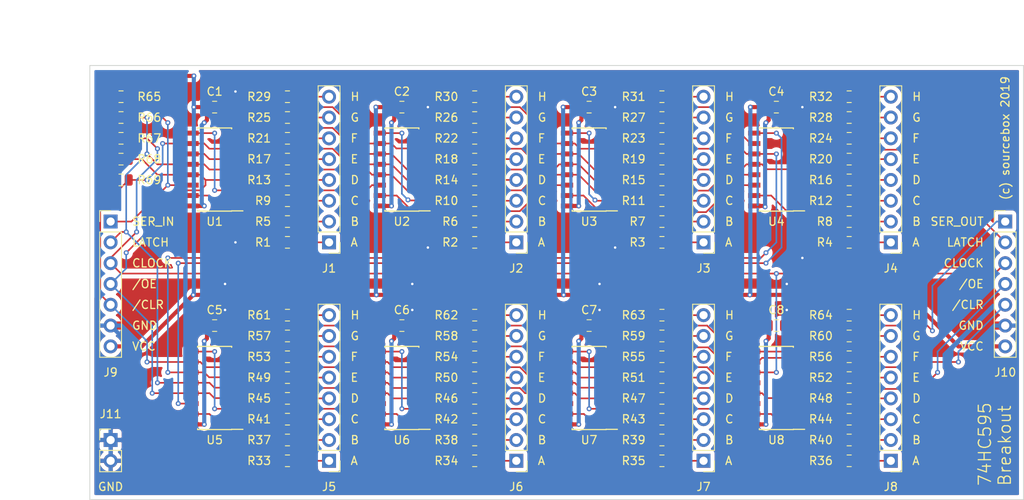
<source format=kicad_pcb>
(kicad_pcb (version 20171130) (host pcbnew 5.1.0-060a0da~80~ubuntu16.04.1)
  (layers (0 F.Cu signal) (31 B.Cu signal) (34 B.Paste user) (35 F.Paste user) (36 B.SilkS user) (37 F.SilkS user) (38 B.Mask user) (39 F.Mask user) (44 Edge.Cuts user))
  (net 0 "")
  (net 1 VCC)
  (net 2 GND)
  (net 3 "Net-(J1-Pad8)")
  (net 4 "Net-(J1-Pad7)")
  (net 5 "Net-(J1-Pad6)")
  (net 6 "Net-(J1-Pad5)")
  (net 7 "Net-(J1-Pad4)")
  (net 8 "Net-(J1-Pad3)")
  (net 9 "Net-(J1-Pad2)")
  (net 10 "Net-(J1-Pad1)")
  (net 11 "Net-(J2-Pad8)")
  (net 12 "Net-(J2-Pad7)")
  (net 13 "Net-(J2-Pad6)")
  (net 14 "Net-(J2-Pad5)")
  (net 15 "Net-(J2-Pad4)")
  (net 16 "Net-(J2-Pad3)")
  (net 17 "Net-(J2-Pad2)")
  (net 18 "Net-(J2-Pad1)")
  (net 19 "Net-(J3-Pad8)")
  (net 20 "Net-(J3-Pad7)")
  (net 21 "Net-(J3-Pad6)")
  (net 22 "Net-(J3-Pad5)")
  (net 23 "Net-(J3-Pad4)")
  (net 24 "Net-(J3-Pad3)")
  (net 25 "Net-(J3-Pad2)")
  (net 26 "Net-(J3-Pad1)")
  (net 27 "Net-(J4-Pad8)")
  (net 28 "Net-(J4-Pad7)")
  (net 29 "Net-(J4-Pad6)")
  (net 30 "Net-(J4-Pad5)")
  (net 31 "Net-(J4-Pad4)")
  (net 32 "Net-(J4-Pad3)")
  (net 33 "Net-(J4-Pad2)")
  (net 34 "Net-(J4-Pad1)")
  (net 35 "Net-(J5-Pad8)")
  (net 36 "Net-(J5-Pad7)")
  (net 37 "Net-(J5-Pad6)")
  (net 38 "Net-(J5-Pad5)")
  (net 39 "Net-(J5-Pad4)")
  (net 40 "Net-(J5-Pad3)")
  (net 41 "Net-(J5-Pad2)")
  (net 42 "Net-(J5-Pad1)")
  (net 43 "Net-(J6-Pad8)")
  (net 44 "Net-(J6-Pad7)")
  (net 45 "Net-(J6-Pad6)")
  (net 46 "Net-(J6-Pad5)")
  (net 47 "Net-(J6-Pad4)")
  (net 48 "Net-(J6-Pad3)")
  (net 49 "Net-(J6-Pad2)")
  (net 50 "Net-(J6-Pad1)")
  (net 51 "Net-(J7-Pad8)")
  (net 52 "Net-(J7-Pad7)")
  (net 53 "Net-(J7-Pad6)")
  (net 54 "Net-(J7-Pad5)")
  (net 55 "Net-(J7-Pad4)")
  (net 56 "Net-(J7-Pad3)")
  (net 57 "Net-(J7-Pad2)")
  (net 58 "Net-(J7-Pad1)")
  (net 59 "Net-(J8-Pad8)")
  (net 60 "Net-(J8-Pad7)")
  (net 61 "Net-(J8-Pad6)")
  (net 62 "Net-(J8-Pad5)")
  (net 63 "Net-(J8-Pad4)")
  (net 64 "Net-(J8-Pad3)")
  (net 65 "Net-(J8-Pad2)")
  (net 66 "Net-(J8-Pad1)")
  (net 67 /CLEAR)
  (net 68 /ENABLE)
  (net 69 /CLOCK)
  (net 70 /LATCH)
  (net 71 /SER_IN)
  (net 72 /SER_OUT)
  (net 73 "Net-(R1-Pad1)")
  (net 74 "Net-(R2-Pad1)")
  (net 75 "Net-(R3-Pad1)")
  (net 76 "Net-(R4-Pad1)")
  (net 77 "Net-(R5-Pad1)")
  (net 78 "Net-(R6-Pad1)")
  (net 79 "Net-(R7-Pad1)")
  (net 80 "Net-(R8-Pad1)")
  (net 81 "Net-(R9-Pad1)")
  (net 82 "Net-(R10-Pad1)")
  (net 83 "Net-(R11-Pad1)")
  (net 84 "Net-(R12-Pad1)")
  (net 85 "Net-(R13-Pad1)")
  (net 86 "Net-(R14-Pad1)")
  (net 87 "Net-(R15-Pad1)")
  (net 88 "Net-(R16-Pad1)")
  (net 89 "Net-(R17-Pad1)")
  (net 90 "Net-(R18-Pad1)")
  (net 91 "Net-(R19-Pad1)")
  (net 92 "Net-(R20-Pad1)")
  (net 93 "Net-(R21-Pad1)")
  (net 94 "Net-(R22-Pad1)")
  (net 95 "Net-(R23-Pad1)")
  (net 96 "Net-(R24-Pad1)")
  (net 97 "Net-(R25-Pad1)")
  (net 98 "Net-(R26-Pad1)")
  (net 99 "Net-(R27-Pad1)")
  (net 100 "Net-(R28-Pad1)")
  (net 101 "Net-(R29-Pad1)")
  (net 102 "Net-(R30-Pad1)")
  (net 103 "Net-(R31-Pad1)")
  (net 104 "Net-(R32-Pad1)")
  (net 105 "Net-(R33-Pad1)")
  (net 106 "Net-(R34-Pad1)")
  (net 107 "Net-(R35-Pad1)")
  (net 108 "Net-(R36-Pad1)")
  (net 109 "Net-(R37-Pad1)")
  (net 110 "Net-(R38-Pad1)")
  (net 111 "Net-(R39-Pad1)")
  (net 112 "Net-(R40-Pad1)")
  (net 113 "Net-(R41-Pad1)")
  (net 114 "Net-(R42-Pad1)")
  (net 115 "Net-(R43-Pad1)")
  (net 116 "Net-(R44-Pad1)")
  (net 117 "Net-(R45-Pad1)")
  (net 118 "Net-(R46-Pad1)")
  (net 119 "Net-(R47-Pad1)")
  (net 120 "Net-(R48-Pad1)")
  (net 121 "Net-(R49-Pad1)")
  (net 122 "Net-(R50-Pad1)")
  (net 123 "Net-(R51-Pad1)")
  (net 124 "Net-(R52-Pad1)")
  (net 125 "Net-(R53-Pad1)")
  (net 126 "Net-(R54-Pad1)")
  (net 127 "Net-(R55-Pad1)")
  (net 128 "Net-(R56-Pad1)")
  (net 129 "Net-(R57-Pad1)")
  (net 130 "Net-(R58-Pad1)")
  (net 131 "Net-(R59-Pad1)")
  (net 132 "Net-(R60-Pad1)")
  (net 133 "Net-(R61-Pad1)")
  (net 134 "Net-(R62-Pad1)")
  (net 135 "Net-(R63-Pad1)")
  (net 136 "Net-(R64-Pad1)")
  (net 137 "Net-(U1-Pad9)")
  (net 138 "Net-(U2-Pad9)")
  (net 139 "Net-(U3-Pad9)")
  (net 140 "Net-(U4-Pad9)")
  (net 141 "Net-(U5-Pad9)")
  (net 142 "Net-(U6-Pad9)")
  (net 143 "Net-(U7-Pad9)")
  (module Package_SO:SOIC-16_3.9x9.9mm_P1.27mm (layer F.Cu) (at 160.02 99.06 180)
    (fp_text reference U8 (at 0 -6.35 180) (layer F.SilkS))
    (fp_text value 74HC595)
    (pad 16 smd rect (at 2.7 -4.445 180) (size 1.5 0.6) (layers F.Cu F.Paste F.Mask) (net 1 VCC))
    (pad 15 smd rect (at 2.7 -3.175 180) (size 1.5 0.6) (layers F.Cu F.Paste F.Mask) (net 108 "Net-(R36-Pad1)"))
    (pad 14 smd rect (at 2.7 -1.905 180) (size 1.5 0.6) (layers F.Cu F.Paste F.Mask) (net 143 "Net-(U7-Pad9)"))
    (pad 13 smd rect (at 2.7 -0.635 180) (size 1.5 0.6) (layers F.Cu F.Paste F.Mask) (net 68 /ENABLE))
    (pad 12 smd rect (at 2.7 0.635 180) (size 1.5 0.6) (layers F.Cu F.Paste F.Mask) (net 70 /LATCH))
    (pad 11 smd rect (at 2.7 1.905 180) (size 1.5 0.6) (layers F.Cu F.Paste F.Mask) (net 69 /CLOCK))
    (pad 10 smd rect (at 2.7 3.175 180) (size 1.5 0.6) (layers F.Cu F.Paste F.Mask) (net 67 /CLEAR))
    (pad 9 smd rect (at 2.7 4.445 180) (size 1.5 0.6) (layers F.Cu F.Paste F.Mask) (net 72 /SER_OUT))
    (pad 8 smd rect (at -2.7 4.445 180) (size 1.5 0.6) (layers F.Cu F.Paste F.Mask) (net 2 GND))
    (pad 7 smd rect (at -2.7 3.175 180) (size 1.5 0.6) (layers F.Cu F.Paste F.Mask) (net 136 "Net-(R64-Pad1)"))
    (pad 6 smd rect (at -2.7 1.905 180) (size 1.5 0.6) (layers F.Cu F.Paste F.Mask) (net 132 "Net-(R60-Pad1)"))
    (pad 5 smd rect (at -2.7 0.635 180) (size 1.5 0.6) (layers F.Cu F.Paste F.Mask) (net 128 "Net-(R56-Pad1)"))
    (pad 4 smd rect (at -2.7 -0.635 180) (size 1.5 0.6) (layers F.Cu F.Paste F.Mask) (net 124 "Net-(R52-Pad1)"))
    (pad 3 smd rect (at -2.7 -1.905 180) (size 1.5 0.6) (layers F.Cu F.Paste F.Mask) (net 120 "Net-(R48-Pad1)"))
    (pad 2 smd rect (at -2.7 -3.175 180) (size 1.5 0.6) (layers F.Cu F.Paste F.Mask) (net 116 "Net-(R44-Pad1)"))
    (pad 1 smd rect (at -2.7 -4.445 180) (size 1.5 0.6) (layers F.Cu F.Paste F.Mask) (net 112 "Net-(R40-Pad1)"))
  )
  (module Package_SO:SOIC-16_3.9x9.9mm_P1.27mm (layer F.Cu) (at 137.16 99.06 180)
    (fp_text reference U7 (at 0 -6.35 180) (layer F.SilkS))
    (fp_text value 74HC595)
    (pad 16 smd rect (at 2.7 -4.445 180) (size 1.5 0.6) (layers F.Cu F.Paste F.Mask) (net 1 VCC))
    (pad 15 smd rect (at 2.7 -3.175 180) (size 1.5 0.6) (layers F.Cu F.Paste F.Mask) (net 107 "Net-(R35-Pad1)"))
    (pad 14 smd rect (at 2.7 -1.905 180) (size 1.5 0.6) (layers F.Cu F.Paste F.Mask) (net 142 "Net-(U6-Pad9)"))
    (pad 13 smd rect (at 2.7 -0.635 180) (size 1.5 0.6) (layers F.Cu F.Paste F.Mask) (net 68 /ENABLE))
    (pad 12 smd rect (at 2.7 0.635 180) (size 1.5 0.6) (layers F.Cu F.Paste F.Mask) (net 70 /LATCH))
    (pad 11 smd rect (at 2.7 1.905 180) (size 1.5 0.6) (layers F.Cu F.Paste F.Mask) (net 69 /CLOCK))
    (pad 10 smd rect (at 2.7 3.175 180) (size 1.5 0.6) (layers F.Cu F.Paste F.Mask) (net 67 /CLEAR))
    (pad 9 smd rect (at 2.7 4.445 180) (size 1.5 0.6) (layers F.Cu F.Paste F.Mask) (net 143 "Net-(U7-Pad9)"))
    (pad 8 smd rect (at -2.7 4.445 180) (size 1.5 0.6) (layers F.Cu F.Paste F.Mask) (net 2 GND))
    (pad 7 smd rect (at -2.7 3.175 180) (size 1.5 0.6) (layers F.Cu F.Paste F.Mask) (net 135 "Net-(R63-Pad1)"))
    (pad 6 smd rect (at -2.7 1.905 180) (size 1.5 0.6) (layers F.Cu F.Paste F.Mask) (net 131 "Net-(R59-Pad1)"))
    (pad 5 smd rect (at -2.7 0.635 180) (size 1.5 0.6) (layers F.Cu F.Paste F.Mask) (net 127 "Net-(R55-Pad1)"))
    (pad 4 smd rect (at -2.7 -0.635 180) (size 1.5 0.6) (layers F.Cu F.Paste F.Mask) (net 123 "Net-(R51-Pad1)"))
    (pad 3 smd rect (at -2.7 -1.905 180) (size 1.5 0.6) (layers F.Cu F.Paste F.Mask) (net 119 "Net-(R47-Pad1)"))
    (pad 2 smd rect (at -2.7 -3.175 180) (size 1.5 0.6) (layers F.Cu F.Paste F.Mask) (net 115 "Net-(R43-Pad1)"))
    (pad 1 smd rect (at -2.7 -4.445 180) (size 1.5 0.6) (layers F.Cu F.Paste F.Mask) (net 111 "Net-(R39-Pad1)"))
  )
  (module Package_SO:SOIC-16_3.9x9.9mm_P1.27mm (layer F.Cu) (at 114.3 99.06 180)
    (fp_text reference U6 (at 0 -6.35 180) (layer F.SilkS))
    (fp_text value 74HC595)
    (pad 16 smd rect (at 2.7 -4.445 180) (size 1.5 0.6) (layers F.Cu F.Paste F.Mask) (net 1 VCC))
    (pad 15 smd rect (at 2.7 -3.175 180) (size 1.5 0.6) (layers F.Cu F.Paste F.Mask) (net 106 "Net-(R34-Pad1)"))
    (pad 14 smd rect (at 2.7 -1.905 180) (size 1.5 0.6) (layers F.Cu F.Paste F.Mask) (net 141 "Net-(U5-Pad9)"))
    (pad 13 smd rect (at 2.7 -0.635 180) (size 1.5 0.6) (layers F.Cu F.Paste F.Mask) (net 68 /ENABLE))
    (pad 12 smd rect (at 2.7 0.635 180) (size 1.5 0.6) (layers F.Cu F.Paste F.Mask) (net 70 /LATCH))
    (pad 11 smd rect (at 2.7 1.905 180) (size 1.5 0.6) (layers F.Cu F.Paste F.Mask) (net 69 /CLOCK))
    (pad 10 smd rect (at 2.7 3.175 180) (size 1.5 0.6) (layers F.Cu F.Paste F.Mask) (net 67 /CLEAR))
    (pad 9 smd rect (at 2.7 4.445 180) (size 1.5 0.6) (layers F.Cu F.Paste F.Mask) (net 142 "Net-(U6-Pad9)"))
    (pad 8 smd rect (at -2.7 4.445 180) (size 1.5 0.6) (layers F.Cu F.Paste F.Mask) (net 2 GND))
    (pad 7 smd rect (at -2.7 3.175 180) (size 1.5 0.6) (layers F.Cu F.Paste F.Mask) (net 134 "Net-(R62-Pad1)"))
    (pad 6 smd rect (at -2.7 1.905 180) (size 1.5 0.6) (layers F.Cu F.Paste F.Mask) (net 130 "Net-(R58-Pad1)"))
    (pad 5 smd rect (at -2.7 0.635 180) (size 1.5 0.6) (layers F.Cu F.Paste F.Mask) (net 126 "Net-(R54-Pad1)"))
    (pad 4 smd rect (at -2.7 -0.635 180) (size 1.5 0.6) (layers F.Cu F.Paste F.Mask) (net 122 "Net-(R50-Pad1)"))
    (pad 3 smd rect (at -2.7 -1.905 180) (size 1.5 0.6) (layers F.Cu F.Paste F.Mask) (net 118 "Net-(R46-Pad1)"))
    (pad 2 smd rect (at -2.7 -3.175 180) (size 1.5 0.6) (layers F.Cu F.Paste F.Mask) (net 114 "Net-(R42-Pad1)"))
    (pad 1 smd rect (at -2.7 -4.445 180) (size 1.5 0.6) (layers F.Cu F.Paste F.Mask) (net 110 "Net-(R38-Pad1)"))
  )
  (module Package_SO:SOIC-16_3.9x9.9mm_P1.27mm (layer F.Cu) (at 91.44 99.06 180)
    (fp_text reference U5 (at 0 -6.35 180) (layer F.SilkS))
    (fp_text value 74HC595)
    (pad 16 smd rect (at 2.7 -4.445 180) (size 1.5 0.6) (layers F.Cu F.Paste F.Mask) (net 1 VCC))
    (pad 15 smd rect (at 2.7 -3.175 180) (size 1.5 0.6) (layers F.Cu F.Paste F.Mask) (net 105 "Net-(R33-Pad1)"))
    (pad 14 smd rect (at 2.7 -1.905 180) (size 1.5 0.6) (layers F.Cu F.Paste F.Mask) (net 140 "Net-(U4-Pad9)"))
    (pad 13 smd rect (at 2.7 -0.635 180) (size 1.5 0.6) (layers F.Cu F.Paste F.Mask) (net 68 /ENABLE))
    (pad 12 smd rect (at 2.7 0.635 180) (size 1.5 0.6) (layers F.Cu F.Paste F.Mask) (net 70 /LATCH))
    (pad 11 smd rect (at 2.7 1.905 180) (size 1.5 0.6) (layers F.Cu F.Paste F.Mask) (net 69 /CLOCK))
    (pad 10 smd rect (at 2.7 3.175 180) (size 1.5 0.6) (layers F.Cu F.Paste F.Mask) (net 67 /CLEAR))
    (pad 9 smd rect (at 2.7 4.445 180) (size 1.5 0.6) (layers F.Cu F.Paste F.Mask) (net 141 "Net-(U5-Pad9)"))
    (pad 8 smd rect (at -2.7 4.445 180) (size 1.5 0.6) (layers F.Cu F.Paste F.Mask) (net 2 GND))
    (pad 7 smd rect (at -2.7 3.175 180) (size 1.5 0.6) (layers F.Cu F.Paste F.Mask) (net 133 "Net-(R61-Pad1)"))
    (pad 6 smd rect (at -2.7 1.905 180) (size 1.5 0.6) (layers F.Cu F.Paste F.Mask) (net 129 "Net-(R57-Pad1)"))
    (pad 5 smd rect (at -2.7 0.635 180) (size 1.5 0.6) (layers F.Cu F.Paste F.Mask) (net 125 "Net-(R53-Pad1)"))
    (pad 4 smd rect (at -2.7 -0.635 180) (size 1.5 0.6) (layers F.Cu F.Paste F.Mask) (net 121 "Net-(R49-Pad1)"))
    (pad 3 smd rect (at -2.7 -1.905 180) (size 1.5 0.6) (layers F.Cu F.Paste F.Mask) (net 117 "Net-(R45-Pad1)"))
    (pad 2 smd rect (at -2.7 -3.175 180) (size 1.5 0.6) (layers F.Cu F.Paste F.Mask) (net 113 "Net-(R41-Pad1)"))
    (pad 1 smd rect (at -2.7 -4.445 180) (size 1.5 0.6) (layers F.Cu F.Paste F.Mask) (net 109 "Net-(R37-Pad1)"))
  )
  (module Package_SO:SOIC-16_3.9x9.9mm_P1.27mm (layer F.Cu) (at 160.02 72.39 180)
    (fp_text reference U4 (at 0 -6.35 180) (layer F.SilkS))
    (fp_text value 74HC595)
    (pad 16 smd rect (at 2.7 -4.445 180) (size 1.5 0.6) (layers F.Cu F.Paste F.Mask) (net 1 VCC))
    (pad 15 smd rect (at 2.7 -3.175 180) (size 1.5 0.6) (layers F.Cu F.Paste F.Mask) (net 76 "Net-(R4-Pad1)"))
    (pad 14 smd rect (at 2.7 -1.905 180) (size 1.5 0.6) (layers F.Cu F.Paste F.Mask) (net 139 "Net-(U3-Pad9)"))
    (pad 13 smd rect (at 2.7 -0.635 180) (size 1.5 0.6) (layers F.Cu F.Paste F.Mask) (net 68 /ENABLE))
    (pad 12 smd rect (at 2.7 0.635 180) (size 1.5 0.6) (layers F.Cu F.Paste F.Mask) (net 70 /LATCH))
    (pad 11 smd rect (at 2.7 1.905 180) (size 1.5 0.6) (layers F.Cu F.Paste F.Mask) (net 69 /CLOCK))
    (pad 10 smd rect (at 2.7 3.175 180) (size 1.5 0.6) (layers F.Cu F.Paste F.Mask) (net 67 /CLEAR))
    (pad 9 smd rect (at 2.7 4.445 180) (size 1.5 0.6) (layers F.Cu F.Paste F.Mask) (net 140 "Net-(U4-Pad9)"))
    (pad 8 smd rect (at -2.7 4.445 180) (size 1.5 0.6) (layers F.Cu F.Paste F.Mask) (net 2 GND))
    (pad 7 smd rect (at -2.7 3.175 180) (size 1.5 0.6) (layers F.Cu F.Paste F.Mask) (net 104 "Net-(R32-Pad1)"))
    (pad 6 smd rect (at -2.7 1.905 180) (size 1.5 0.6) (layers F.Cu F.Paste F.Mask) (net 100 "Net-(R28-Pad1)"))
    (pad 5 smd rect (at -2.7 0.635 180) (size 1.5 0.6) (layers F.Cu F.Paste F.Mask) (net 96 "Net-(R24-Pad1)"))
    (pad 4 smd rect (at -2.7 -0.635 180) (size 1.5 0.6) (layers F.Cu F.Paste F.Mask) (net 92 "Net-(R20-Pad1)"))
    (pad 3 smd rect (at -2.7 -1.905 180) (size 1.5 0.6) (layers F.Cu F.Paste F.Mask) (net 88 "Net-(R16-Pad1)"))
    (pad 2 smd rect (at -2.7 -3.175 180) (size 1.5 0.6) (layers F.Cu F.Paste F.Mask) (net 84 "Net-(R12-Pad1)"))
    (pad 1 smd rect (at -2.7 -4.445 180) (size 1.5 0.6) (layers F.Cu F.Paste F.Mask) (net 80 "Net-(R8-Pad1)"))
  )
  (module Package_SO:SOIC-16_3.9x9.9mm_P1.27mm (layer F.Cu) (at 137.16 72.39 180)
    (fp_text reference U3 (at 0 -6.35 180) (layer F.SilkS))
    (fp_text value 74HC595)
    (pad 16 smd rect (at 2.7 -4.445 180) (size 1.5 0.6) (layers F.Cu F.Paste F.Mask) (net 1 VCC))
    (pad 15 smd rect (at 2.7 -3.175 180) (size 1.5 0.6) (layers F.Cu F.Paste F.Mask) (net 75 "Net-(R3-Pad1)"))
    (pad 14 smd rect (at 2.7 -1.905 180) (size 1.5 0.6) (layers F.Cu F.Paste F.Mask) (net 138 "Net-(U2-Pad9)"))
    (pad 13 smd rect (at 2.7 -0.635 180) (size 1.5 0.6) (layers F.Cu F.Paste F.Mask) (net 68 /ENABLE))
    (pad 12 smd rect (at 2.7 0.635 180) (size 1.5 0.6) (layers F.Cu F.Paste F.Mask) (net 70 /LATCH))
    (pad 11 smd rect (at 2.7 1.905 180) (size 1.5 0.6) (layers F.Cu F.Paste F.Mask) (net 69 /CLOCK))
    (pad 10 smd rect (at 2.7 3.175 180) (size 1.5 0.6) (layers F.Cu F.Paste F.Mask) (net 67 /CLEAR))
    (pad 9 smd rect (at 2.7 4.445 180) (size 1.5 0.6) (layers F.Cu F.Paste F.Mask) (net 139 "Net-(U3-Pad9)"))
    (pad 8 smd rect (at -2.7 4.445 180) (size 1.5 0.6) (layers F.Cu F.Paste F.Mask) (net 2 GND))
    (pad 7 smd rect (at -2.7 3.175 180) (size 1.5 0.6) (layers F.Cu F.Paste F.Mask) (net 103 "Net-(R31-Pad1)"))
    (pad 6 smd rect (at -2.7 1.905 180) (size 1.5 0.6) (layers F.Cu F.Paste F.Mask) (net 99 "Net-(R27-Pad1)"))
    (pad 5 smd rect (at -2.7 0.635 180) (size 1.5 0.6) (layers F.Cu F.Paste F.Mask) (net 95 "Net-(R23-Pad1)"))
    (pad 4 smd rect (at -2.7 -0.635 180) (size 1.5 0.6) (layers F.Cu F.Paste F.Mask) (net 91 "Net-(R19-Pad1)"))
    (pad 3 smd rect (at -2.7 -1.905 180) (size 1.5 0.6) (layers F.Cu F.Paste F.Mask) (net 87 "Net-(R15-Pad1)"))
    (pad 2 smd rect (at -2.7 -3.175 180) (size 1.5 0.6) (layers F.Cu F.Paste F.Mask) (net 83 "Net-(R11-Pad1)"))
    (pad 1 smd rect (at -2.7 -4.445 180) (size 1.5 0.6) (layers F.Cu F.Paste F.Mask) (net 79 "Net-(R7-Pad1)"))
  )
  (module Package_SO:SOIC-16_3.9x9.9mm_P1.27mm (layer F.Cu) (at 114.3 72.39 180)
    (fp_text reference U2 (at 0 -6.35 180) (layer F.SilkS))
    (fp_text value 74HC595)
    (pad 16 smd rect (at 2.7 -4.445 180) (size 1.5 0.6) (layers F.Cu F.Paste F.Mask) (net 1 VCC))
    (pad 15 smd rect (at 2.7 -3.175 180) (size 1.5 0.6) (layers F.Cu F.Paste F.Mask) (net 74 "Net-(R2-Pad1)"))
    (pad 14 smd rect (at 2.7 -1.905 180) (size 1.5 0.6) (layers F.Cu F.Paste F.Mask) (net 137 "Net-(U1-Pad9)"))
    (pad 13 smd rect (at 2.7 -0.635 180) (size 1.5 0.6) (layers F.Cu F.Paste F.Mask) (net 68 /ENABLE))
    (pad 12 smd rect (at 2.7 0.635 180) (size 1.5 0.6) (layers F.Cu F.Paste F.Mask) (net 70 /LATCH))
    (pad 11 smd rect (at 2.7 1.905 180) (size 1.5 0.6) (layers F.Cu F.Paste F.Mask) (net 69 /CLOCK))
    (pad 10 smd rect (at 2.7 3.175 180) (size 1.5 0.6) (layers F.Cu F.Paste F.Mask) (net 67 /CLEAR))
    (pad 9 smd rect (at 2.7 4.445 180) (size 1.5 0.6) (layers F.Cu F.Paste F.Mask) (net 138 "Net-(U2-Pad9)"))
    (pad 8 smd rect (at -2.7 4.445 180) (size 1.5 0.6) (layers F.Cu F.Paste F.Mask) (net 2 GND))
    (pad 7 smd rect (at -2.7 3.175 180) (size 1.5 0.6) (layers F.Cu F.Paste F.Mask) (net 102 "Net-(R30-Pad1)"))
    (pad 6 smd rect (at -2.7 1.905 180) (size 1.5 0.6) (layers F.Cu F.Paste F.Mask) (net 98 "Net-(R26-Pad1)"))
    (pad 5 smd rect (at -2.7 0.635 180) (size 1.5 0.6) (layers F.Cu F.Paste F.Mask) (net 94 "Net-(R22-Pad1)"))
    (pad 4 smd rect (at -2.7 -0.635 180) (size 1.5 0.6) (layers F.Cu F.Paste F.Mask) (net 90 "Net-(R18-Pad1)"))
    (pad 3 smd rect (at -2.7 -1.905 180) (size 1.5 0.6) (layers F.Cu F.Paste F.Mask) (net 86 "Net-(R14-Pad1)"))
    (pad 2 smd rect (at -2.7 -3.175 180) (size 1.5 0.6) (layers F.Cu F.Paste F.Mask) (net 82 "Net-(R10-Pad1)"))
    (pad 1 smd rect (at -2.7 -4.445 180) (size 1.5 0.6) (layers F.Cu F.Paste F.Mask) (net 78 "Net-(R6-Pad1)"))
  )
  (module Package_SO:SOIC-16_3.9x9.9mm_P1.27mm (layer F.Cu) (at 91.44 72.39 180)
    (fp_text reference U1 (at 0 -6.35 180) (layer F.SilkS))
    (fp_text value 74HC595)
    (pad 16 smd rect (at 2.7 -4.445 180) (size 1.5 0.6) (layers F.Cu F.Paste F.Mask) (net 1 VCC))
    (pad 15 smd rect (at 2.7 -3.175 180) (size 1.5 0.6) (layers F.Cu F.Paste F.Mask) (net 73 "Net-(R1-Pad1)"))
    (pad 14 smd rect (at 2.7 -1.905 180) (size 1.5 0.6) (layers F.Cu F.Paste F.Mask) (net 71 /SER_IN))
    (pad 13 smd rect (at 2.7 -0.635 180) (size 1.5 0.6) (layers F.Cu F.Paste F.Mask) (net 68 /ENABLE))
    (pad 12 smd rect (at 2.7 0.635 180) (size 1.5 0.6) (layers F.Cu F.Paste F.Mask) (net 70 /LATCH))
    (pad 11 smd rect (at 2.7 1.905 180) (size 1.5 0.6) (layers F.Cu F.Paste F.Mask) (net 69 /CLOCK))
    (pad 10 smd rect (at 2.7 3.175 180) (size 1.5 0.6) (layers F.Cu F.Paste F.Mask) (net 67 /CLEAR))
    (pad 9 smd rect (at 2.7 4.445 180) (size 1.5 0.6) (layers F.Cu F.Paste F.Mask) (net 137 "Net-(U1-Pad9)"))
    (pad 8 smd rect (at -2.7 4.445 180) (size 1.5 0.6) (layers F.Cu F.Paste F.Mask) (net 2 GND))
    (pad 7 smd rect (at -2.7 3.175 180) (size 1.5 0.6) (layers F.Cu F.Paste F.Mask) (net 101 "Net-(R29-Pad1)"))
    (pad 6 smd rect (at -2.7 1.905 180) (size 1.5 0.6) (layers F.Cu F.Paste F.Mask) (net 97 "Net-(R25-Pad1)"))
    (pad 5 smd rect (at -2.7 0.635 180) (size 1.5 0.6) (layers F.Cu F.Paste F.Mask) (net 93 "Net-(R21-Pad1)"))
    (pad 4 smd rect (at -2.7 -0.635 180) (size 1.5 0.6) (layers F.Cu F.Paste F.Mask) (net 89 "Net-(R17-Pad1)"))
    (pad 3 smd rect (at -2.7 -1.905 180) (size 1.5 0.6) (layers F.Cu F.Paste F.Mask) (net 85 "Net-(R13-Pad1)"))
    (pad 2 smd rect (at -2.7 -3.175 180) (size 1.5 0.6) (layers F.Cu F.Paste F.Mask) (net 81 "Net-(R9-Pad1)"))
    (pad 1 smd rect (at -2.7 -4.445 180) (size 1.5 0.6) (layers F.Cu F.Paste F.Mask) (net 77 "Net-(R5-Pad1)"))
  )
  (module Resistor_SMD:R_0805_2012Metric (layer F.Cu) (at 80.01 73.66)
    (fp_text reference R69 (at 1.905 0) (layer F.SilkS) (effects (justify left)))
    (fp_text value 4.7k)
    (pad 2 smd roundrect (at 0.9375 0) (size 0.975 1.4) (layers F.Cu F.Paste F.Mask) (net 67 /CLEAR))
    (pad 1 smd roundrect (at -0.9375 0) (size 0.975 1.4) (layers F.Cu F.Paste F.Mask) (net 1 VCC))
  )
  (module Resistor_SMD:R_0805_2012Metric (layer F.Cu) (at 80.01 71.12)
    (fp_text reference R68 (at 1.905 0) (layer F.SilkS) (effects (justify left)))
    (fp_text value 4.7k)
    (pad 2 smd roundrect (at 0.9375 0) (size 0.975 1.4) (layers F.Cu F.Paste F.Mask) (net 68 /ENABLE))
    (pad 1 smd roundrect (at -0.9375 0) (size 0.975 1.4) (layers F.Cu F.Paste F.Mask) (net 1 VCC))
  )
  (module Resistor_SMD:R_0805_2012Metric (layer F.Cu) (at 80.01 68.58 180)
    (fp_text reference R67 (at -1.905 0 180) (layer F.SilkS) (effects (justify left)))
    (fp_text value 4.7k)
    (pad 2 smd roundrect (at 0.9375 0 180) (size 0.975 1.4) (layers F.Cu F.Paste F.Mask) (net 2 GND))
    (pad 1 smd roundrect (at -0.9375 0 180) (size 0.975 1.4) (layers F.Cu F.Paste F.Mask) (net 69 /CLOCK))
  )
  (module Resistor_SMD:R_0805_2012Metric (layer F.Cu) (at 80.01 66.04 180)
    (fp_text reference R66 (at -1.905 0 180) (layer F.SilkS) (effects (justify left)))
    (fp_text value 4.7k)
    (pad 2 smd roundrect (at 0.9375 0 180) (size 0.975 1.4) (layers F.Cu F.Paste F.Mask) (net 2 GND))
    (pad 1 smd roundrect (at -0.9375 0 180) (size 0.975 1.4) (layers F.Cu F.Paste F.Mask) (net 70 /LATCH))
  )
  (module Resistor_SMD:R_0805_2012Metric (layer F.Cu) (at 80.01 63.5 180)
    (fp_text reference R65 (at -1.905 0 180) (layer F.SilkS) (effects (justify left)))
    (fp_text value 4.7k)
    (pad 2 smd roundrect (at 0.9375 0 180) (size 0.975 1.4) (layers F.Cu F.Paste F.Mask) (net 2 GND))
    (pad 1 smd roundrect (at -0.9375 0 180) (size 0.975 1.4) (layers F.Cu F.Paste F.Mask) (net 71 /SER_IN))
  )
  (module Resistor_SMD:R_0805_2012Metric (layer F.Cu) (at 168.91 90.17)
    (fp_text reference R64 (at -1.905 0) (layer F.SilkS) (effects (justify right)))
    (fp_text value 220)
    (pad 2 smd roundrect (at 0.9375 0) (size 0.975 1.4) (layers F.Cu F.Paste F.Mask) (net 59 "Net-(J8-Pad8)"))
    (pad 1 smd roundrect (at -0.9375 0) (size 0.975 1.4) (layers F.Cu F.Paste F.Mask) (net 136 "Net-(R64-Pad1)"))
  )
  (module Resistor_SMD:R_0805_2012Metric (layer F.Cu) (at 146.05 90.17)
    (fp_text reference R63 (at -1.905 0) (layer F.SilkS) (effects (justify right)))
    (fp_text value 220)
    (pad 2 smd roundrect (at 0.9375 0) (size 0.975 1.4) (layers F.Cu F.Paste F.Mask) (net 51 "Net-(J7-Pad8)"))
    (pad 1 smd roundrect (at -0.9375 0) (size 0.975 1.4) (layers F.Cu F.Paste F.Mask) (net 135 "Net-(R63-Pad1)"))
  )
  (module Resistor_SMD:R_0805_2012Metric (layer F.Cu) (at 123.19 90.17)
    (fp_text reference R62 (at -1.905 0) (layer F.SilkS) (effects (justify right)))
    (fp_text value 220)
    (pad 2 smd roundrect (at 0.9375 0) (size 0.975 1.4) (layers F.Cu F.Paste F.Mask) (net 43 "Net-(J6-Pad8)"))
    (pad 1 smd roundrect (at -0.9375 0) (size 0.975 1.4) (layers F.Cu F.Paste F.Mask) (net 134 "Net-(R62-Pad1)"))
  )
  (module Resistor_SMD:R_0805_2012Metric (layer F.Cu) (at 100.33 90.17)
    (fp_text reference R61 (at -1.905 0) (layer F.SilkS) (effects (justify right)))
    (fp_text value 220)
    (pad 2 smd roundrect (at 0.9375 0) (size 0.975 1.4) (layers F.Cu F.Paste F.Mask) (net 35 "Net-(J5-Pad8)"))
    (pad 1 smd roundrect (at -0.9375 0) (size 0.975 1.4) (layers F.Cu F.Paste F.Mask) (net 133 "Net-(R61-Pad1)"))
  )
  (module Resistor_SMD:R_0805_2012Metric (layer F.Cu) (at 168.91 92.71)
    (fp_text reference R60 (at -1.905 0) (layer F.SilkS) (effects (justify right)))
    (fp_text value 220)
    (pad 2 smd roundrect (at 0.9375 0) (size 0.975 1.4) (layers F.Cu F.Paste F.Mask) (net 60 "Net-(J8-Pad7)"))
    (pad 1 smd roundrect (at -0.9375 0) (size 0.975 1.4) (layers F.Cu F.Paste F.Mask) (net 132 "Net-(R60-Pad1)"))
  )
  (module Resistor_SMD:R_0805_2012Metric (layer F.Cu) (at 146.05 92.71)
    (fp_text reference R59 (at -1.905 0) (layer F.SilkS) (effects (justify right)))
    (fp_text value 220)
    (pad 2 smd roundrect (at 0.9375 0) (size 0.975 1.4) (layers F.Cu F.Paste F.Mask) (net 52 "Net-(J7-Pad7)"))
    (pad 1 smd roundrect (at -0.9375 0) (size 0.975 1.4) (layers F.Cu F.Paste F.Mask) (net 131 "Net-(R59-Pad1)"))
  )
  (module Resistor_SMD:R_0805_2012Metric (layer F.Cu) (at 123.19 92.71)
    (fp_text reference R58 (at -1.905 0) (layer F.SilkS) (effects (justify right)))
    (fp_text value 220)
    (pad 2 smd roundrect (at 0.9375 0) (size 0.975 1.4) (layers F.Cu F.Paste F.Mask) (net 44 "Net-(J6-Pad7)"))
    (pad 1 smd roundrect (at -0.9375 0) (size 0.975 1.4) (layers F.Cu F.Paste F.Mask) (net 130 "Net-(R58-Pad1)"))
  )
  (module Resistor_SMD:R_0805_2012Metric (layer F.Cu) (at 100.33 92.71)
    (fp_text reference R57 (at -1.905 0) (layer F.SilkS) (effects (justify right)))
    (fp_text value 220)
    (pad 2 smd roundrect (at 0.9375 0) (size 0.975 1.4) (layers F.Cu F.Paste F.Mask) (net 36 "Net-(J5-Pad7)"))
    (pad 1 smd roundrect (at -0.9375 0) (size 0.975 1.4) (layers F.Cu F.Paste F.Mask) (net 129 "Net-(R57-Pad1)"))
  )
  (module Resistor_SMD:R_0805_2012Metric (layer F.Cu) (at 168.91 95.25)
    (fp_text reference R56 (at -1.905 0) (layer F.SilkS) (effects (justify right)))
    (fp_text value 220)
    (pad 2 smd roundrect (at 0.9375 0) (size 0.975 1.4) (layers F.Cu F.Paste F.Mask) (net 61 "Net-(J8-Pad6)"))
    (pad 1 smd roundrect (at -0.9375 0) (size 0.975 1.4) (layers F.Cu F.Paste F.Mask) (net 128 "Net-(R56-Pad1)"))
  )
  (module Resistor_SMD:R_0805_2012Metric (layer F.Cu) (at 146.05 95.25)
    (fp_text reference R55 (at -1.905 0) (layer F.SilkS) (effects (justify right)))
    (fp_text value 220)
    (pad 2 smd roundrect (at 0.9375 0) (size 0.975 1.4) (layers F.Cu F.Paste F.Mask) (net 53 "Net-(J7-Pad6)"))
    (pad 1 smd roundrect (at -0.9375 0) (size 0.975 1.4) (layers F.Cu F.Paste F.Mask) (net 127 "Net-(R55-Pad1)"))
  )
  (module Resistor_SMD:R_0805_2012Metric (layer F.Cu) (at 123.19 95.25)
    (fp_text reference R54 (at -1.905 0) (layer F.SilkS) (effects (justify right)))
    (fp_text value 220)
    (pad 2 smd roundrect (at 0.9375 0) (size 0.975 1.4) (layers F.Cu F.Paste F.Mask) (net 45 "Net-(J6-Pad6)"))
    (pad 1 smd roundrect (at -0.9375 0) (size 0.975 1.4) (layers F.Cu F.Paste F.Mask) (net 126 "Net-(R54-Pad1)"))
  )
  (module Resistor_SMD:R_0805_2012Metric (layer F.Cu) (at 100.33 95.25)
    (fp_text reference R53 (at -1.905 0) (layer F.SilkS) (effects (justify right)))
    (fp_text value 220)
    (pad 2 smd roundrect (at 0.9375 0) (size 0.975 1.4) (layers F.Cu F.Paste F.Mask) (net 37 "Net-(J5-Pad6)"))
    (pad 1 smd roundrect (at -0.9375 0) (size 0.975 1.4) (layers F.Cu F.Paste F.Mask) (net 125 "Net-(R53-Pad1)"))
  )
  (module Resistor_SMD:R_0805_2012Metric (layer F.Cu) (at 168.91 97.79)
    (fp_text reference R52 (at -1.905 0) (layer F.SilkS) (effects (justify right)))
    (fp_text value 220)
    (pad 2 smd roundrect (at 0.9375 0) (size 0.975 1.4) (layers F.Cu F.Paste F.Mask) (net 62 "Net-(J8-Pad5)"))
    (pad 1 smd roundrect (at -0.9375 0) (size 0.975 1.4) (layers F.Cu F.Paste F.Mask) (net 124 "Net-(R52-Pad1)"))
  )
  (module Resistor_SMD:R_0805_2012Metric (layer F.Cu) (at 146.05 97.79)
    (fp_text reference R51 (at -1.905 0) (layer F.SilkS) (effects (justify right)))
    (fp_text value 220)
    (pad 2 smd roundrect (at 0.9375 0) (size 0.975 1.4) (layers F.Cu F.Paste F.Mask) (net 54 "Net-(J7-Pad5)"))
    (pad 1 smd roundrect (at -0.9375 0) (size 0.975 1.4) (layers F.Cu F.Paste F.Mask) (net 123 "Net-(R51-Pad1)"))
  )
  (module Resistor_SMD:R_0805_2012Metric (layer F.Cu) (at 123.19 97.79)
    (fp_text reference R50 (at -1.905 0) (layer F.SilkS) (effects (justify right)))
    (fp_text value 220)
    (pad 2 smd roundrect (at 0.9375 0) (size 0.975 1.4) (layers F.Cu F.Paste F.Mask) (net 46 "Net-(J6-Pad5)"))
    (pad 1 smd roundrect (at -0.9375 0) (size 0.975 1.4) (layers F.Cu F.Paste F.Mask) (net 122 "Net-(R50-Pad1)"))
  )
  (module Resistor_SMD:R_0805_2012Metric (layer F.Cu) (at 100.33 97.79)
    (fp_text reference R49 (at -1.905 0) (layer F.SilkS) (effects (justify right)))
    (fp_text value 220)
    (pad 2 smd roundrect (at 0.9375 0) (size 0.975 1.4) (layers F.Cu F.Paste F.Mask) (net 38 "Net-(J5-Pad5)"))
    (pad 1 smd roundrect (at -0.9375 0) (size 0.975 1.4) (layers F.Cu F.Paste F.Mask) (net 121 "Net-(R49-Pad1)"))
  )
  (module Resistor_SMD:R_0805_2012Metric (layer F.Cu) (at 168.91 100.33)
    (fp_text reference R48 (at -1.905 0) (layer F.SilkS) (effects (justify right)))
    (fp_text value 220)
    (pad 2 smd roundrect (at 0.9375 0) (size 0.975 1.4) (layers F.Cu F.Paste F.Mask) (net 63 "Net-(J8-Pad4)"))
    (pad 1 smd roundrect (at -0.9375 0) (size 0.975 1.4) (layers F.Cu F.Paste F.Mask) (net 120 "Net-(R48-Pad1)"))
  )
  (module Resistor_SMD:R_0805_2012Metric (layer F.Cu) (at 146.05 100.33)
    (fp_text reference R47 (at -1.905 0) (layer F.SilkS) (effects (justify right)))
    (fp_text value 220)
    (pad 2 smd roundrect (at 0.9375 0) (size 0.975 1.4) (layers F.Cu F.Paste F.Mask) (net 55 "Net-(J7-Pad4)"))
    (pad 1 smd roundrect (at -0.9375 0) (size 0.975 1.4) (layers F.Cu F.Paste F.Mask) (net 119 "Net-(R47-Pad1)"))
  )
  (module Resistor_SMD:R_0805_2012Metric (layer F.Cu) (at 123.19 100.33)
    (fp_text reference R46 (at -1.905 0) (layer F.SilkS) (effects (justify right)))
    (fp_text value 220)
    (pad 2 smd roundrect (at 0.9375 0) (size 0.975 1.4) (layers F.Cu F.Paste F.Mask) (net 47 "Net-(J6-Pad4)"))
    (pad 1 smd roundrect (at -0.9375 0) (size 0.975 1.4) (layers F.Cu F.Paste F.Mask) (net 118 "Net-(R46-Pad1)"))
  )
  (module Resistor_SMD:R_0805_2012Metric (layer F.Cu) (at 100.33 100.33)
    (fp_text reference R45 (at -1.905 0) (layer F.SilkS) (effects (justify right)))
    (fp_text value 220)
    (pad 2 smd roundrect (at 0.9375 0) (size 0.975 1.4) (layers F.Cu F.Paste F.Mask) (net 39 "Net-(J5-Pad4)"))
    (pad 1 smd roundrect (at -0.9375 0) (size 0.975 1.4) (layers F.Cu F.Paste F.Mask) (net 117 "Net-(R45-Pad1)"))
  )
  (module Resistor_SMD:R_0805_2012Metric (layer F.Cu) (at 168.91 102.87)
    (fp_text reference R44 (at -1.905 0) (layer F.SilkS) (effects (justify right)))
    (fp_text value 220)
    (pad 2 smd roundrect (at 0.9375 0) (size 0.975 1.4) (layers F.Cu F.Paste F.Mask) (net 64 "Net-(J8-Pad3)"))
    (pad 1 smd roundrect (at -0.9375 0) (size 0.975 1.4) (layers F.Cu F.Paste F.Mask) (net 116 "Net-(R44-Pad1)"))
  )
  (module Resistor_SMD:R_0805_2012Metric (layer F.Cu) (at 146.05 102.87)
    (fp_text reference R43 (at -1.905 0) (layer F.SilkS) (effects (justify right)))
    (fp_text value 220)
    (pad 2 smd roundrect (at 0.9375 0) (size 0.975 1.4) (layers F.Cu F.Paste F.Mask) (net 56 "Net-(J7-Pad3)"))
    (pad 1 smd roundrect (at -0.9375 0) (size 0.975 1.4) (layers F.Cu F.Paste F.Mask) (net 115 "Net-(R43-Pad1)"))
  )
  (module Resistor_SMD:R_0805_2012Metric (layer F.Cu) (at 123.19 102.87)
    (fp_text reference R42 (at -1.905 0) (layer F.SilkS) (effects (justify right)))
    (fp_text value 220)
    (pad 2 smd roundrect (at 0.9375 0) (size 0.975 1.4) (layers F.Cu F.Paste F.Mask) (net 48 "Net-(J6-Pad3)"))
    (pad 1 smd roundrect (at -0.9375 0) (size 0.975 1.4) (layers F.Cu F.Paste F.Mask) (net 114 "Net-(R42-Pad1)"))
  )
  (module Resistor_SMD:R_0805_2012Metric (layer F.Cu) (at 100.33 102.87)
    (fp_text reference R41 (at -1.905 0) (layer F.SilkS) (effects (justify right)))
    (fp_text value 220)
    (pad 2 smd roundrect (at 0.9375 0) (size 0.975 1.4) (layers F.Cu F.Paste F.Mask) (net 40 "Net-(J5-Pad3)"))
    (pad 1 smd roundrect (at -0.9375 0) (size 0.975 1.4) (layers F.Cu F.Paste F.Mask) (net 113 "Net-(R41-Pad1)"))
  )
  (module Resistor_SMD:R_0805_2012Metric (layer F.Cu) (at 168.91 105.41)
    (fp_text reference R40 (at -1.905 0) (layer F.SilkS) (effects (justify right)))
    (fp_text value 220)
    (pad 2 smd roundrect (at 0.9375 0) (size 0.975 1.4) (layers F.Cu F.Paste F.Mask) (net 65 "Net-(J8-Pad2)"))
    (pad 1 smd roundrect (at -0.9375 0) (size 0.975 1.4) (layers F.Cu F.Paste F.Mask) (net 112 "Net-(R40-Pad1)"))
  )
  (module Resistor_SMD:R_0805_2012Metric (layer F.Cu) (at 146.05 105.41)
    (fp_text reference R39 (at -1.905 0) (layer F.SilkS) (effects (justify right)))
    (fp_text value 220)
    (pad 2 smd roundrect (at 0.9375 0) (size 0.975 1.4) (layers F.Cu F.Paste F.Mask) (net 57 "Net-(J7-Pad2)"))
    (pad 1 smd roundrect (at -0.9375 0) (size 0.975 1.4) (layers F.Cu F.Paste F.Mask) (net 111 "Net-(R39-Pad1)"))
  )
  (module Resistor_SMD:R_0805_2012Metric (layer F.Cu) (at 123.19 105.41)
    (fp_text reference R38 (at -1.905 0) (layer F.SilkS) (effects (justify right)))
    (fp_text value 220)
    (pad 2 smd roundrect (at 0.9375 0) (size 0.975 1.4) (layers F.Cu F.Paste F.Mask) (net 49 "Net-(J6-Pad2)"))
    (pad 1 smd roundrect (at -0.9375 0) (size 0.975 1.4) (layers F.Cu F.Paste F.Mask) (net 110 "Net-(R38-Pad1)"))
  )
  (module Resistor_SMD:R_0805_2012Metric (layer F.Cu) (at 100.33 105.41)
    (fp_text reference R37 (at -1.905 0) (layer F.SilkS) (effects (justify right)))
    (fp_text value 220)
    (pad 2 smd roundrect (at 0.9375 0) (size 0.975 1.4) (layers F.Cu F.Paste F.Mask) (net 41 "Net-(J5-Pad2)"))
    (pad 1 smd roundrect (at -0.9375 0) (size 0.975 1.4) (layers F.Cu F.Paste F.Mask) (net 109 "Net-(R37-Pad1)"))
  )
  (module Resistor_SMD:R_0805_2012Metric (layer F.Cu) (at 168.91 107.95)
    (fp_text reference R36 (at -1.905 0) (layer F.SilkS) (effects (justify right)))
    (fp_text value 220)
    (pad 2 smd roundrect (at 0.9375 0) (size 0.975 1.4) (layers F.Cu F.Paste F.Mask) (net 66 "Net-(J8-Pad1)"))
    (pad 1 smd roundrect (at -0.9375 0) (size 0.975 1.4) (layers F.Cu F.Paste F.Mask) (net 108 "Net-(R36-Pad1)"))
  )
  (module Resistor_SMD:R_0805_2012Metric (layer F.Cu) (at 146.05 107.95)
    (fp_text reference R35 (at -1.905 0) (layer F.SilkS) (effects (justify right)))
    (fp_text value 220)
    (pad 2 smd roundrect (at 0.9375 0) (size 0.975 1.4) (layers F.Cu F.Paste F.Mask) (net 58 "Net-(J7-Pad1)"))
    (pad 1 smd roundrect (at -0.9375 0) (size 0.975 1.4) (layers F.Cu F.Paste F.Mask) (net 107 "Net-(R35-Pad1)"))
  )
  (module Resistor_SMD:R_0805_2012Metric (layer F.Cu) (at 123.19 107.95)
    (fp_text reference R34 (at -1.905 0) (layer F.SilkS) (effects (justify right)))
    (fp_text value 220)
    (pad 2 smd roundrect (at 0.9375 0) (size 0.975 1.4) (layers F.Cu F.Paste F.Mask) (net 50 "Net-(J6-Pad1)"))
    (pad 1 smd roundrect (at -0.9375 0) (size 0.975 1.4) (layers F.Cu F.Paste F.Mask) (net 106 "Net-(R34-Pad1)"))
  )
  (module Resistor_SMD:R_0805_2012Metric (layer F.Cu) (at 100.33 107.95)
    (fp_text reference R33 (at -1.905 0) (layer F.SilkS) (effects (justify right)))
    (fp_text value 220)
    (pad 2 smd roundrect (at 0.9375 0) (size 0.975 1.4) (layers F.Cu F.Paste F.Mask) (net 42 "Net-(J5-Pad1)"))
    (pad 1 smd roundrect (at -0.9375 0) (size 0.975 1.4) (layers F.Cu F.Paste F.Mask) (net 105 "Net-(R33-Pad1)"))
  )
  (module Resistor_SMD:R_0805_2012Metric (layer F.Cu) (at 168.91 63.5)
    (fp_text reference R32 (at -1.905 0) (layer F.SilkS) (effects (justify right)))
    (fp_text value 220)
    (pad 2 smd roundrect (at 0.9375 0) (size 0.975 1.4) (layers F.Cu F.Paste F.Mask) (net 27 "Net-(J4-Pad8)"))
    (pad 1 smd roundrect (at -0.9375 0) (size 0.975 1.4) (layers F.Cu F.Paste F.Mask) (net 104 "Net-(R32-Pad1)"))
  )
  (module Resistor_SMD:R_0805_2012Metric (layer F.Cu) (at 146.05 63.5)
    (fp_text reference R31 (at -1.905 0) (layer F.SilkS) (effects (justify right)))
    (fp_text value 220)
    (pad 2 smd roundrect (at 0.9375 0) (size 0.975 1.4) (layers F.Cu F.Paste F.Mask) (net 19 "Net-(J3-Pad8)"))
    (pad 1 smd roundrect (at -0.9375 0) (size 0.975 1.4) (layers F.Cu F.Paste F.Mask) (net 103 "Net-(R31-Pad1)"))
  )
  (module Resistor_SMD:R_0805_2012Metric (layer F.Cu) (at 123.19 63.5)
    (fp_text reference R30 (at -1.905 0) (layer F.SilkS) (effects (justify right)))
    (fp_text value 220)
    (pad 2 smd roundrect (at 0.9375 0) (size 0.975 1.4) (layers F.Cu F.Paste F.Mask) (net 11 "Net-(J2-Pad8)"))
    (pad 1 smd roundrect (at -0.9375 0) (size 0.975 1.4) (layers F.Cu F.Paste F.Mask) (net 102 "Net-(R30-Pad1)"))
  )
  (module Resistor_SMD:R_0805_2012Metric (layer F.Cu) (at 100.33 63.5)
    (fp_text reference R29 (at -1.905 0) (layer F.SilkS) (effects (justify right)))
    (fp_text value 220)
    (pad 2 smd roundrect (at 0.9375 0) (size 0.975 1.4) (layers F.Cu F.Paste F.Mask) (net 3 "Net-(J1-Pad8)"))
    (pad 1 smd roundrect (at -0.9375 0) (size 0.975 1.4) (layers F.Cu F.Paste F.Mask) (net 101 "Net-(R29-Pad1)"))
  )
  (module Resistor_SMD:R_0805_2012Metric (layer F.Cu) (at 168.91 66.04)
    (fp_text reference R28 (at -1.905 0) (layer F.SilkS) (effects (justify right)))
    (fp_text value 220)
    (pad 2 smd roundrect (at 0.9375 0) (size 0.975 1.4) (layers F.Cu F.Paste F.Mask) (net 28 "Net-(J4-Pad7)"))
    (pad 1 smd roundrect (at -0.9375 0) (size 0.975 1.4) (layers F.Cu F.Paste F.Mask) (net 100 "Net-(R28-Pad1)"))
  )
  (module Resistor_SMD:R_0805_2012Metric (layer F.Cu) (at 146.05 66.04)
    (fp_text reference R27 (at -1.905 0) (layer F.SilkS) (effects (justify right)))
    (fp_text value 220)
    (pad 2 smd roundrect (at 0.9375 0) (size 0.975 1.4) (layers F.Cu F.Paste F.Mask) (net 20 "Net-(J3-Pad7)"))
    (pad 1 smd roundrect (at -0.9375 0) (size 0.975 1.4) (layers F.Cu F.Paste F.Mask) (net 99 "Net-(R27-Pad1)"))
  )
  (module Resistor_SMD:R_0805_2012Metric (layer F.Cu) (at 123.19 66.04)
    (fp_text reference R26 (at -1.905 0) (layer F.SilkS) (effects (justify right)))
    (fp_text value 220)
    (pad 2 smd roundrect (at 0.9375 0) (size 0.975 1.4) (layers F.Cu F.Paste F.Mask) (net 12 "Net-(J2-Pad7)"))
    (pad 1 smd roundrect (at -0.9375 0) (size 0.975 1.4) (layers F.Cu F.Paste F.Mask) (net 98 "Net-(R26-Pad1)"))
  )
  (module Resistor_SMD:R_0805_2012Metric (layer F.Cu) (at 100.33 66.04)
    (fp_text reference R25 (at -1.905 0) (layer F.SilkS) (effects (justify right)))
    (fp_text value 220)
    (pad 2 smd roundrect (at 0.9375 0) (size 0.975 1.4) (layers F.Cu F.Paste F.Mask) (net 4 "Net-(J1-Pad7)"))
    (pad 1 smd roundrect (at -0.9375 0) (size 0.975 1.4) (layers F.Cu F.Paste F.Mask) (net 97 "Net-(R25-Pad1)"))
  )
  (module Resistor_SMD:R_0805_2012Metric (layer F.Cu) (at 168.91 68.58)
    (fp_text reference R24 (at -1.905 0) (layer F.SilkS) (effects (justify right)))
    (fp_text value 220)
    (pad 2 smd roundrect (at 0.9375 0) (size 0.975 1.4) (layers F.Cu F.Paste F.Mask) (net 29 "Net-(J4-Pad6)"))
    (pad 1 smd roundrect (at -0.9375 0) (size 0.975 1.4) (layers F.Cu F.Paste F.Mask) (net 96 "Net-(R24-Pad1)"))
  )
  (module Resistor_SMD:R_0805_2012Metric (layer F.Cu) (at 146.05 68.58)
    (fp_text reference R23 (at -1.905 0) (layer F.SilkS) (effects (justify right)))
    (fp_text value 220)
    (pad 2 smd roundrect (at 0.9375 0) (size 0.975 1.4) (layers F.Cu F.Paste F.Mask) (net 21 "Net-(J3-Pad6)"))
    (pad 1 smd roundrect (at -0.9375 0) (size 0.975 1.4) (layers F.Cu F.Paste F.Mask) (net 95 "Net-(R23-Pad1)"))
  )
  (module Resistor_SMD:R_0805_2012Metric (layer F.Cu) (at 123.19 68.58)
    (fp_text reference R22 (at -1.905 0) (layer F.SilkS) (effects (justify right)))
    (fp_text value 220)
    (pad 2 smd roundrect (at 0.9375 0) (size 0.975 1.4) (layers F.Cu F.Paste F.Mask) (net 13 "Net-(J2-Pad6)"))
    (pad 1 smd roundrect (at -0.9375 0) (size 0.975 1.4) (layers F.Cu F.Paste F.Mask) (net 94 "Net-(R22-Pad1)"))
  )
  (module Resistor_SMD:R_0805_2012Metric (layer F.Cu) (at 100.33 68.58)
    (fp_text reference R21 (at -1.905 0) (layer F.SilkS) (effects (justify right)))
    (fp_text value 220)
    (pad 2 smd roundrect (at 0.9375 0) (size 0.975 1.4) (layers F.Cu F.Paste F.Mask) (net 5 "Net-(J1-Pad6)"))
    (pad 1 smd roundrect (at -0.9375 0) (size 0.975 1.4) (layers F.Cu F.Paste F.Mask) (net 93 "Net-(R21-Pad1)"))
  )
  (module Resistor_SMD:R_0805_2012Metric (layer F.Cu) (at 168.91 71.12)
    (fp_text reference R20 (at -1.905 0) (layer F.SilkS) (effects (justify right)))
    (fp_text value 220)
    (pad 2 smd roundrect (at 0.9375 0) (size 0.975 1.4) (layers F.Cu F.Paste F.Mask) (net 30 "Net-(J4-Pad5)"))
    (pad 1 smd roundrect (at -0.9375 0) (size 0.975 1.4) (layers F.Cu F.Paste F.Mask) (net 92 "Net-(R20-Pad1)"))
  )
  (module Resistor_SMD:R_0805_2012Metric (layer F.Cu) (at 146.05 71.12)
    (fp_text reference R19 (at -1.905 0) (layer F.SilkS) (effects (justify right)))
    (fp_text value 220)
    (pad 2 smd roundrect (at 0.9375 0) (size 0.975 1.4) (layers F.Cu F.Paste F.Mask) (net 22 "Net-(J3-Pad5)"))
    (pad 1 smd roundrect (at -0.9375 0) (size 0.975 1.4) (layers F.Cu F.Paste F.Mask) (net 91 "Net-(R19-Pad1)"))
  )
  (module Resistor_SMD:R_0805_2012Metric (layer F.Cu) (at 123.19 71.12)
    (fp_text reference R18 (at -1.905 0) (layer F.SilkS) (effects (justify right)))
    (fp_text value 220)
    (pad 2 smd roundrect (at 0.9375 0) (size 0.975 1.4) (layers F.Cu F.Paste F.Mask) (net 14 "Net-(J2-Pad5)"))
    (pad 1 smd roundrect (at -0.9375 0) (size 0.975 1.4) (layers F.Cu F.Paste F.Mask) (net 90 "Net-(R18-Pad1)"))
  )
  (module Resistor_SMD:R_0805_2012Metric (layer F.Cu) (at 100.33 71.12)
    (fp_text reference R17 (at -1.905 0) (layer F.SilkS) (effects (justify right)))
    (fp_text value 220)
    (pad 2 smd roundrect (at 0.9375 0) (size 0.975 1.4) (layers F.Cu F.Paste F.Mask) (net 6 "Net-(J1-Pad5)"))
    (pad 1 smd roundrect (at -0.9375 0) (size 0.975 1.4) (layers F.Cu F.Paste F.Mask) (net 89 "Net-(R17-Pad1)"))
  )
  (module Resistor_SMD:R_0805_2012Metric (layer F.Cu) (at 168.91 73.66)
    (fp_text reference R16 (at -1.905 0) (layer F.SilkS) (effects (justify right)))
    (fp_text value 220)
    (pad 2 smd roundrect (at 0.9375 0) (size 0.975 1.4) (layers F.Cu F.Paste F.Mask) (net 31 "Net-(J4-Pad4)"))
    (pad 1 smd roundrect (at -0.9375 0) (size 0.975 1.4) (layers F.Cu F.Paste F.Mask) (net 88 "Net-(R16-Pad1)"))
  )
  (module Resistor_SMD:R_0805_2012Metric (layer F.Cu) (at 146.05 73.66)
    (fp_text reference R15 (at -1.905 0) (layer F.SilkS) (effects (justify right)))
    (fp_text value 220)
    (pad 2 smd roundrect (at 0.9375 0) (size 0.975 1.4) (layers F.Cu F.Paste F.Mask) (net 23 "Net-(J3-Pad4)"))
    (pad 1 smd roundrect (at -0.9375 0) (size 0.975 1.4) (layers F.Cu F.Paste F.Mask) (net 87 "Net-(R15-Pad1)"))
  )
  (module Resistor_SMD:R_0805_2012Metric (layer F.Cu) (at 123.19 73.66)
    (fp_text reference R14 (at -1.905 0) (layer F.SilkS) (effects (justify right)))
    (fp_text value 220)
    (pad 2 smd roundrect (at 0.9375 0) (size 0.975 1.4) (layers F.Cu F.Paste F.Mask) (net 15 "Net-(J2-Pad4)"))
    (pad 1 smd roundrect (at -0.9375 0) (size 0.975 1.4) (layers F.Cu F.Paste F.Mask) (net 86 "Net-(R14-Pad1)"))
  )
  (module Resistor_SMD:R_0805_2012Metric (layer F.Cu) (at 100.33 73.66)
    (fp_text reference R13 (at -1.905 0) (layer F.SilkS) (effects (justify right)))
    (fp_text value 220)
    (pad 2 smd roundrect (at 0.9375 0) (size 0.975 1.4) (layers F.Cu F.Paste F.Mask) (net 7 "Net-(J1-Pad4)"))
    (pad 1 smd roundrect (at -0.9375 0) (size 0.975 1.4) (layers F.Cu F.Paste F.Mask) (net 85 "Net-(R13-Pad1)"))
  )
  (module Resistor_SMD:R_0805_2012Metric (layer F.Cu) (at 168.91 76.2)
    (fp_text reference R12 (at -1.905 0) (layer F.SilkS) (effects (justify right)))
    (fp_text value 220)
    (pad 2 smd roundrect (at 0.9375 0) (size 0.975 1.4) (layers F.Cu F.Paste F.Mask) (net 32 "Net-(J4-Pad3)"))
    (pad 1 smd roundrect (at -0.9375 0) (size 0.975 1.4) (layers F.Cu F.Paste F.Mask) (net 84 "Net-(R12-Pad1)"))
  )
  (module Resistor_SMD:R_0805_2012Metric (layer F.Cu) (at 146.05 76.2)
    (fp_text reference R11 (at -1.905 0) (layer F.SilkS) (effects (justify right)))
    (fp_text value 220)
    (pad 2 smd roundrect (at 0.9375 0) (size 0.975 1.4) (layers F.Cu F.Paste F.Mask) (net 24 "Net-(J3-Pad3)"))
    (pad 1 smd roundrect (at -0.9375 0) (size 0.975 1.4) (layers F.Cu F.Paste F.Mask) (net 83 "Net-(R11-Pad1)"))
  )
  (module Resistor_SMD:R_0805_2012Metric (layer F.Cu) (at 123.19 76.2)
    (fp_text reference R10 (at -1.905 0) (layer F.SilkS) (effects (justify right)))
    (fp_text value 220)
    (pad 2 smd roundrect (at 0.9375 0) (size 0.975 1.4) (layers F.Cu F.Paste F.Mask) (net 16 "Net-(J2-Pad3)"))
    (pad 1 smd roundrect (at -0.9375 0) (size 0.975 1.4) (layers F.Cu F.Paste F.Mask) (net 82 "Net-(R10-Pad1)"))
  )
  (module Resistor_SMD:R_0805_2012Metric (layer F.Cu) (at 100.33 76.2)
    (fp_text reference R9 (at -1.905 0) (layer F.SilkS) (effects (justify right)))
    (fp_text value 220)
    (pad 2 smd roundrect (at 0.9375 0) (size 0.975 1.4) (layers F.Cu F.Paste F.Mask) (net 8 "Net-(J1-Pad3)"))
    (pad 1 smd roundrect (at -0.9375 0) (size 0.975 1.4) (layers F.Cu F.Paste F.Mask) (net 81 "Net-(R9-Pad1)"))
  )
  (module Resistor_SMD:R_0805_2012Metric (layer F.Cu) (at 168.91 78.74)
    (fp_text reference R8 (at -1.905 0) (layer F.SilkS) (effects (justify right)))
    (fp_text value 220)
    (pad 2 smd roundrect (at 0.9375 0) (size 0.975 1.4) (layers F.Cu F.Paste F.Mask) (net 33 "Net-(J4-Pad2)"))
    (pad 1 smd roundrect (at -0.9375 0) (size 0.975 1.4) (layers F.Cu F.Paste F.Mask) (net 80 "Net-(R8-Pad1)"))
  )
  (module Resistor_SMD:R_0805_2012Metric (layer F.Cu) (at 146.05 78.74)
    (fp_text reference R7 (at -1.905 0) (layer F.SilkS) (effects (justify right)))
    (fp_text value 220)
    (pad 2 smd roundrect (at 0.9375 0) (size 0.975 1.4) (layers F.Cu F.Paste F.Mask) (net 25 "Net-(J3-Pad2)"))
    (pad 1 smd roundrect (at -0.9375 0) (size 0.975 1.4) (layers F.Cu F.Paste F.Mask) (net 79 "Net-(R7-Pad1)"))
  )
  (module Resistor_SMD:R_0805_2012Metric (layer F.Cu) (at 123.19 78.74)
    (fp_text reference R6 (at -1.905 0) (layer F.SilkS) (effects (justify right)))
    (fp_text value 220)
    (pad 2 smd roundrect (at 0.9375 0) (size 0.975 1.4) (layers F.Cu F.Paste F.Mask) (net 17 "Net-(J2-Pad2)"))
    (pad 1 smd roundrect (at -0.9375 0) (size 0.975 1.4) (layers F.Cu F.Paste F.Mask) (net 78 "Net-(R6-Pad1)"))
  )
  (module Resistor_SMD:R_0805_2012Metric (layer F.Cu) (at 100.33 78.74)
    (fp_text reference R5 (at -1.905 0) (layer F.SilkS) (effects (justify right)))
    (fp_text value 220)
    (pad 2 smd roundrect (at 0.9375 0) (size 0.975 1.4) (layers F.Cu F.Paste F.Mask) (net 9 "Net-(J1-Pad2)"))
    (pad 1 smd roundrect (at -0.9375 0) (size 0.975 1.4) (layers F.Cu F.Paste F.Mask) (net 77 "Net-(R5-Pad1)"))
  )
  (module Resistor_SMD:R_0805_2012Metric (layer F.Cu) (at 168.91 81.28)
    (fp_text reference R4 (at -1.905 0) (layer F.SilkS) (effects (justify right)))
    (fp_text value 220)
    (pad 2 smd roundrect (at 0.9375 0) (size 0.975 1.4) (layers F.Cu F.Paste F.Mask) (net 34 "Net-(J4-Pad1)"))
    (pad 1 smd roundrect (at -0.9375 0) (size 0.975 1.4) (layers F.Cu F.Paste F.Mask) (net 76 "Net-(R4-Pad1)"))
  )
  (module Resistor_SMD:R_0805_2012Metric (layer F.Cu) (at 146.05 81.28)
    (fp_text reference R3 (at -1.905 0) (layer F.SilkS) (effects (justify right)))
    (fp_text value 220)
    (pad 2 smd roundrect (at 0.9375 0) (size 0.975 1.4) (layers F.Cu F.Paste F.Mask) (net 26 "Net-(J3-Pad1)"))
    (pad 1 smd roundrect (at -0.9375 0) (size 0.975 1.4) (layers F.Cu F.Paste F.Mask) (net 75 "Net-(R3-Pad1)"))
  )
  (module Resistor_SMD:R_0805_2012Metric (layer F.Cu) (at 123.19 81.28)
    (fp_text reference R2 (at -1.905 0) (layer F.SilkS) (effects (justify right)))
    (fp_text value 220)
    (pad 2 smd roundrect (at 0.9375 0) (size 0.975 1.4) (layers F.Cu F.Paste F.Mask) (net 18 "Net-(J2-Pad1)"))
    (pad 1 smd roundrect (at -0.9375 0) (size 0.975 1.4) (layers F.Cu F.Paste F.Mask) (net 74 "Net-(R2-Pad1)"))
  )
  (module Resistor_SMD:R_0805_2012Metric (layer F.Cu) (at 100.33 81.28)
    (fp_text reference R1 (at -1.905 0) (layer F.SilkS) (effects (justify right)))
    (fp_text value 220)
    (pad 2 smd roundrect (at 0.9375 0) (size 0.975 1.4) (layers F.Cu F.Paste F.Mask) (net 10 "Net-(J1-Pad1)"))
    (pad 1 smd roundrect (at -0.9375 0) (size 0.975 1.4) (layers F.Cu F.Paste F.Mask) (net 73 "Net-(R1-Pad1)"))
  )
  (module Connector_PinHeader_2.54mm:PinHeader_1x02_P2.54mm_Vertical (layer F.Cu) (at 78.74 105.41)
    (fp_text reference J11 (at 0 -3.175) (layer F.SilkS))
    (fp_text value Conn_01x02)
    (pad 2 thru_hole oval (at 0 2.54) (size 1.7 1.7) (drill 1) (layers *.Cu *.Mask) (net 2 GND))
    (pad 1 thru_hole rect (at 0 0) (size 1.7 1.7) (drill 1) (layers *.Cu *.Mask) (net 2 GND))
  )
  (module Connector_PinHeader_2.54mm:PinHeader_1x07_P2.54mm_Vertical (layer F.Cu) (at 187.96 78.74)
    (fp_text reference J10 (at 0 18.415) (layer F.SilkS))
    (fp_text value Conn_01x07)
    (pad 7 thru_hole oval (at 0 15.24) (size 1.7 1.7) (drill 1) (layers *.Cu *.Mask) (net 1 VCC))
    (pad 6 thru_hole oval (at 0 12.7) (size 1.7 1.7) (drill 1) (layers *.Cu *.Mask) (net 2 GND))
    (pad 5 thru_hole oval (at 0 10.16) (size 1.7 1.7) (drill 1) (layers *.Cu *.Mask) (net 67 /CLEAR))
    (pad 4 thru_hole oval (at 0 7.62) (size 1.7 1.7) (drill 1) (layers *.Cu *.Mask) (net 68 /ENABLE))
    (pad 3 thru_hole oval (at 0 5.08) (size 1.7 1.7) (drill 1) (layers *.Cu *.Mask) (net 69 /CLOCK))
    (pad 2 thru_hole oval (at 0 2.54) (size 1.7 1.7) (drill 1) (layers *.Cu *.Mask) (net 70 /LATCH))
    (pad 1 thru_hole rect (at 0 0) (size 1.7 1.7) (drill 1) (layers *.Cu *.Mask) (net 72 /SER_OUT))
  )
  (module Connector_PinHeader_2.54mm:PinHeader_1x07_P2.54mm_Vertical (layer F.Cu) (at 78.74 78.74)
    (fp_text reference J9 (at 0 18.415) (layer F.SilkS))
    (fp_text value Conn_01x07)
    (pad 7 thru_hole oval (at 0 15.24) (size 1.7 1.7) (drill 1) (layers *.Cu *.Mask) (net 1 VCC))
    (pad 6 thru_hole oval (at 0 12.7) (size 1.7 1.7) (drill 1) (layers *.Cu *.Mask) (net 2 GND))
    (pad 5 thru_hole oval (at 0 10.16) (size 1.7 1.7) (drill 1) (layers *.Cu *.Mask) (net 67 /CLEAR))
    (pad 4 thru_hole oval (at 0 7.62) (size 1.7 1.7) (drill 1) (layers *.Cu *.Mask) (net 68 /ENABLE))
    (pad 3 thru_hole oval (at 0 5.08) (size 1.7 1.7) (drill 1) (layers *.Cu *.Mask) (net 69 /CLOCK))
    (pad 2 thru_hole oval (at 0 2.54) (size 1.7 1.7) (drill 1) (layers *.Cu *.Mask) (net 70 /LATCH))
    (pad 1 thru_hole rect (at 0 0) (size 1.7 1.7) (drill 1) (layers *.Cu *.Mask) (net 71 /SER_IN))
  )
  (module Connector_PinHeader_2.54mm:PinHeader_1x08_P2.54mm_Vertical (layer F.Cu) (at 173.99 107.95 180)
    (fp_text reference J8 (at 0 -3.175 180) (layer F.SilkS))
    (fp_text value Conn_01x08)
    (pad 8 thru_hole oval (at 0 17.78 180) (size 1.7 1.7) (drill 1) (layers *.Cu *.Mask) (net 59 "Net-(J8-Pad8)"))
    (pad 7 thru_hole oval (at 0 15.24 180) (size 1.7 1.7) (drill 1) (layers *.Cu *.Mask) (net 60 "Net-(J8-Pad7)"))
    (pad 6 thru_hole oval (at 0 12.7 180) (size 1.7 1.7) (drill 1) (layers *.Cu *.Mask) (net 61 "Net-(J8-Pad6)"))
    (pad 5 thru_hole oval (at 0 10.16 180) (size 1.7 1.7) (drill 1) (layers *.Cu *.Mask) (net 62 "Net-(J8-Pad5)"))
    (pad 4 thru_hole oval (at 0 7.62 180) (size 1.7 1.7) (drill 1) (layers *.Cu *.Mask) (net 63 "Net-(J8-Pad4)"))
    (pad 3 thru_hole oval (at 0 5.08 180) (size 1.7 1.7) (drill 1) (layers *.Cu *.Mask) (net 64 "Net-(J8-Pad3)"))
    (pad 2 thru_hole oval (at 0 2.54 180) (size 1.7 1.7) (drill 1) (layers *.Cu *.Mask) (net 65 "Net-(J8-Pad2)"))
    (pad 1 thru_hole rect (at 0 0 180) (size 1.7 1.7) (drill 1) (layers *.Cu *.Mask) (net 66 "Net-(J8-Pad1)"))
  )
  (module Connector_PinHeader_2.54mm:PinHeader_1x08_P2.54mm_Vertical (layer F.Cu) (at 151.13 107.95 180)
    (fp_text reference J7 (at 0 -3.175 180) (layer F.SilkS))
    (fp_text value Conn_01x08)
    (pad 8 thru_hole oval (at 0 17.78 180) (size 1.7 1.7) (drill 1) (layers *.Cu *.Mask) (net 51 "Net-(J7-Pad8)"))
    (pad 7 thru_hole oval (at 0 15.24 180) (size 1.7 1.7) (drill 1) (layers *.Cu *.Mask) (net 52 "Net-(J7-Pad7)"))
    (pad 6 thru_hole oval (at 0 12.7 180) (size 1.7 1.7) (drill 1) (layers *.Cu *.Mask) (net 53 "Net-(J7-Pad6)"))
    (pad 5 thru_hole oval (at 0 10.16 180) (size 1.7 1.7) (drill 1) (layers *.Cu *.Mask) (net 54 "Net-(J7-Pad5)"))
    (pad 4 thru_hole oval (at 0 7.62 180) (size 1.7 1.7) (drill 1) (layers *.Cu *.Mask) (net 55 "Net-(J7-Pad4)"))
    (pad 3 thru_hole oval (at 0 5.08 180) (size 1.7 1.7) (drill 1) (layers *.Cu *.Mask) (net 56 "Net-(J7-Pad3)"))
    (pad 2 thru_hole oval (at 0 2.54 180) (size 1.7 1.7) (drill 1) (layers *.Cu *.Mask) (net 57 "Net-(J7-Pad2)"))
    (pad 1 thru_hole rect (at 0 0 180) (size 1.7 1.7) (drill 1) (layers *.Cu *.Mask) (net 58 "Net-(J7-Pad1)"))
  )
  (module Connector_PinHeader_2.54mm:PinHeader_1x08_P2.54mm_Vertical (layer F.Cu) (at 128.27 107.95 180)
    (fp_text reference J6 (at 0 -3.175 180) (layer F.SilkS))
    (fp_text value Conn_01x08)
    (pad 8 thru_hole oval (at 0 17.78 180) (size 1.7 1.7) (drill 1) (layers *.Cu *.Mask) (net 43 "Net-(J6-Pad8)"))
    (pad 7 thru_hole oval (at 0 15.24 180) (size 1.7 1.7) (drill 1) (layers *.Cu *.Mask) (net 44 "Net-(J6-Pad7)"))
    (pad 6 thru_hole oval (at 0 12.7 180) (size 1.7 1.7) (drill 1) (layers *.Cu *.Mask) (net 45 "Net-(J6-Pad6)"))
    (pad 5 thru_hole oval (at 0 10.16 180) (size 1.7 1.7) (drill 1) (layers *.Cu *.Mask) (net 46 "Net-(J6-Pad5)"))
    (pad 4 thru_hole oval (at 0 7.62 180) (size 1.7 1.7) (drill 1) (layers *.Cu *.Mask) (net 47 "Net-(J6-Pad4)"))
    (pad 3 thru_hole oval (at 0 5.08 180) (size 1.7 1.7) (drill 1) (layers *.Cu *.Mask) (net 48 "Net-(J6-Pad3)"))
    (pad 2 thru_hole oval (at 0 2.54 180) (size 1.7 1.7) (drill 1) (layers *.Cu *.Mask) (net 49 "Net-(J6-Pad2)"))
    (pad 1 thru_hole rect (at 0 0 180) (size 1.7 1.7) (drill 1) (layers *.Cu *.Mask) (net 50 "Net-(J6-Pad1)"))
  )
  (module Connector_PinHeader_2.54mm:PinHeader_1x08_P2.54mm_Vertical (layer F.Cu) (at 105.41 107.95 180)
    (fp_text reference J5 (at 0 -3.175 180) (layer F.SilkS))
    (fp_text value Conn_01x08)
    (pad 8 thru_hole oval (at 0 17.78 180) (size 1.7 1.7) (drill 1) (layers *.Cu *.Mask) (net 35 "Net-(J5-Pad8)"))
    (pad 7 thru_hole oval (at 0 15.24 180) (size 1.7 1.7) (drill 1) (layers *.Cu *.Mask) (net 36 "Net-(J5-Pad7)"))
    (pad 6 thru_hole oval (at 0 12.7 180) (size 1.7 1.7) (drill 1) (layers *.Cu *.Mask) (net 37 "Net-(J5-Pad6)"))
    (pad 5 thru_hole oval (at 0 10.16 180) (size 1.7 1.7) (drill 1) (layers *.Cu *.Mask) (net 38 "Net-(J5-Pad5)"))
    (pad 4 thru_hole oval (at 0 7.62 180) (size 1.7 1.7) (drill 1) (layers *.Cu *.Mask) (net 39 "Net-(J5-Pad4)"))
    (pad 3 thru_hole oval (at 0 5.08 180) (size 1.7 1.7) (drill 1) (layers *.Cu *.Mask) (net 40 "Net-(J5-Pad3)"))
    (pad 2 thru_hole oval (at 0 2.54 180) (size 1.7 1.7) (drill 1) (layers *.Cu *.Mask) (net 41 "Net-(J5-Pad2)"))
    (pad 1 thru_hole rect (at 0 0 180) (size 1.7 1.7) (drill 1) (layers *.Cu *.Mask) (net 42 "Net-(J5-Pad1)"))
  )
  (module Connector_PinHeader_2.54mm:PinHeader_1x08_P2.54mm_Vertical (layer F.Cu) (at 173.99 81.28 180)
    (fp_text reference J4 (at 0 -3.175 180) (layer F.SilkS))
    (fp_text value Conn_01x08)
    (pad 8 thru_hole oval (at 0 17.78 180) (size 1.7 1.7) (drill 1) (layers *.Cu *.Mask) (net 27 "Net-(J4-Pad8)"))
    (pad 7 thru_hole oval (at 0 15.24 180) (size 1.7 1.7) (drill 1) (layers *.Cu *.Mask) (net 28 "Net-(J4-Pad7)"))
    (pad 6 thru_hole oval (at 0 12.7 180) (size 1.7 1.7) (drill 1) (layers *.Cu *.Mask) (net 29 "Net-(J4-Pad6)"))
    (pad 5 thru_hole oval (at 0 10.16 180) (size 1.7 1.7) (drill 1) (layers *.Cu *.Mask) (net 30 "Net-(J4-Pad5)"))
    (pad 4 thru_hole oval (at 0 7.62 180) (size 1.7 1.7) (drill 1) (layers *.Cu *.Mask) (net 31 "Net-(J4-Pad4)"))
    (pad 3 thru_hole oval (at 0 5.08 180) (size 1.7 1.7) (drill 1) (layers *.Cu *.Mask) (net 32 "Net-(J4-Pad3)"))
    (pad 2 thru_hole oval (at 0 2.54 180) (size 1.7 1.7) (drill 1) (layers *.Cu *.Mask) (net 33 "Net-(J4-Pad2)"))
    (pad 1 thru_hole rect (at 0 0 180) (size 1.7 1.7) (drill 1) (layers *.Cu *.Mask) (net 34 "Net-(J4-Pad1)"))
  )
  (module Connector_PinHeader_2.54mm:PinHeader_1x08_P2.54mm_Vertical (layer F.Cu) (at 151.13 81.28 180)
    (fp_text reference J3 (at 0 -3.175 180) (layer F.SilkS))
    (fp_text value Conn_01x08)
    (pad 8 thru_hole oval (at 0 17.78 180) (size 1.7 1.7) (drill 1) (layers *.Cu *.Mask) (net 19 "Net-(J3-Pad8)"))
    (pad 7 thru_hole oval (at 0 15.24 180) (size 1.7 1.7) (drill 1) (layers *.Cu *.Mask) (net 20 "Net-(J3-Pad7)"))
    (pad 6 thru_hole oval (at 0 12.7 180) (size 1.7 1.7) (drill 1) (layers *.Cu *.Mask) (net 21 "Net-(J3-Pad6)"))
    (pad 5 thru_hole oval (at 0 10.16 180) (size 1.7 1.7) (drill 1) (layers *.Cu *.Mask) (net 22 "Net-(J3-Pad5)"))
    (pad 4 thru_hole oval (at 0 7.62 180) (size 1.7 1.7) (drill 1) (layers *.Cu *.Mask) (net 23 "Net-(J3-Pad4)"))
    (pad 3 thru_hole oval (at 0 5.08 180) (size 1.7 1.7) (drill 1) (layers *.Cu *.Mask) (net 24 "Net-(J3-Pad3)"))
    (pad 2 thru_hole oval (at 0 2.54 180) (size 1.7 1.7) (drill 1) (layers *.Cu *.Mask) (net 25 "Net-(J3-Pad2)"))
    (pad 1 thru_hole rect (at 0 0 180) (size 1.7 1.7) (drill 1) (layers *.Cu *.Mask) (net 26 "Net-(J3-Pad1)"))
  )
  (module Connector_PinHeader_2.54mm:PinHeader_1x08_P2.54mm_Vertical (layer F.Cu) (at 128.27 81.28 180)
    (fp_text reference J2 (at 0 -3.175 180) (layer F.SilkS))
    (fp_text value Conn_01x08)
    (pad 8 thru_hole oval (at 0 17.78 180) (size 1.7 1.7) (drill 1) (layers *.Cu *.Mask) (net 11 "Net-(J2-Pad8)"))
    (pad 7 thru_hole oval (at 0 15.24 180) (size 1.7 1.7) (drill 1) (layers *.Cu *.Mask) (net 12 "Net-(J2-Pad7)"))
    (pad 6 thru_hole oval (at 0 12.7 180) (size 1.7 1.7) (drill 1) (layers *.Cu *.Mask) (net 13 "Net-(J2-Pad6)"))
    (pad 5 thru_hole oval (at 0 10.16 180) (size 1.7 1.7) (drill 1) (layers *.Cu *.Mask) (net 14 "Net-(J2-Pad5)"))
    (pad 4 thru_hole oval (at 0 7.62 180) (size 1.7 1.7) (drill 1) (layers *.Cu *.Mask) (net 15 "Net-(J2-Pad4)"))
    (pad 3 thru_hole oval (at 0 5.08 180) (size 1.7 1.7) (drill 1) (layers *.Cu *.Mask) (net 16 "Net-(J2-Pad3)"))
    (pad 2 thru_hole oval (at 0 2.54 180) (size 1.7 1.7) (drill 1) (layers *.Cu *.Mask) (net 17 "Net-(J2-Pad2)"))
    (pad 1 thru_hole rect (at 0 0 180) (size 1.7 1.7) (drill 1) (layers *.Cu *.Mask) (net 18 "Net-(J2-Pad1)"))
  )
  (module Connector_PinHeader_2.54mm:PinHeader_1x08_P2.54mm_Vertical (layer F.Cu) (at 105.41 81.28 180)
    (fp_text reference J1 (at 0 -3.175 180) (layer F.SilkS))
    (fp_text value Conn_01x08)
    (pad 8 thru_hole oval (at 0 17.78 180) (size 1.7 1.7) (drill 1) (layers *.Cu *.Mask) (net 3 "Net-(J1-Pad8)"))
    (pad 7 thru_hole oval (at 0 15.24 180) (size 1.7 1.7) (drill 1) (layers *.Cu *.Mask) (net 4 "Net-(J1-Pad7)"))
    (pad 6 thru_hole oval (at 0 12.7 180) (size 1.7 1.7) (drill 1) (layers *.Cu *.Mask) (net 5 "Net-(J1-Pad6)"))
    (pad 5 thru_hole oval (at 0 10.16 180) (size 1.7 1.7) (drill 1) (layers *.Cu *.Mask) (net 6 "Net-(J1-Pad5)"))
    (pad 4 thru_hole oval (at 0 7.62 180) (size 1.7 1.7) (drill 1) (layers *.Cu *.Mask) (net 7 "Net-(J1-Pad4)"))
    (pad 3 thru_hole oval (at 0 5.08 180) (size 1.7 1.7) (drill 1) (layers *.Cu *.Mask) (net 8 "Net-(J1-Pad3)"))
    (pad 2 thru_hole oval (at 0 2.54 180) (size 1.7 1.7) (drill 1) (layers *.Cu *.Mask) (net 9 "Net-(J1-Pad2)"))
    (pad 1 thru_hole rect (at 0 0 180) (size 1.7 1.7) (drill 1) (layers *.Cu *.Mask) (net 10 "Net-(J1-Pad1)"))
  )
  (module Capacitor_SMD:C_0805_2012Metric (layer F.Cu) (at 160.02 91.44 180)
    (fp_text reference C8 (at 0 1.905 180) (layer F.SilkS))
    (fp_text value 100nF)
    (pad 2 smd roundrect (at 0.9375 0 180) (size 0.975 1.4) (layers F.Cu F.Paste F.Mask) (net 1 VCC))
    (pad 1 smd roundrect (at -0.9375 0 180) (size 0.975 1.4) (layers F.Cu F.Paste F.Mask) (net 2 GND))
  )
  (module Capacitor_SMD:C_0805_2012Metric (layer F.Cu) (at 137.16 91.44 180)
    (fp_text reference C7 (at 0 1.905 180) (layer F.SilkS))
    (fp_text value 100nF)
    (pad 2 smd roundrect (at 0.9375 0 180) (size 0.975 1.4) (layers F.Cu F.Paste F.Mask) (net 1 VCC))
    (pad 1 smd roundrect (at -0.9375 0 180) (size 0.975 1.4) (layers F.Cu F.Paste F.Mask) (net 2 GND))
  )
  (module Capacitor_SMD:C_0805_2012Metric (layer F.Cu) (at 114.3 91.44 180)
    (fp_text reference C6 (at 0 1.905 180) (layer F.SilkS))
    (fp_text value 100nF)
    (pad 2 smd roundrect (at 0.9375 0 180) (size 0.975 1.4) (layers F.Cu F.Paste F.Mask) (net 1 VCC))
    (pad 1 smd roundrect (at -0.9375 0 180) (size 0.975 1.4) (layers F.Cu F.Paste F.Mask) (net 2 GND))
  )
  (module Capacitor_SMD:C_0805_2012Metric (layer F.Cu) (at 91.44 91.44 180)
    (fp_text reference C5 (at 0 1.905 180) (layer F.SilkS))
    (fp_text value 100nF)
    (pad 2 smd roundrect (at 0.9375 0 180) (size 0.975 1.4) (layers F.Cu F.Paste F.Mask) (net 1 VCC))
    (pad 1 smd roundrect (at -0.9375 0 180) (size 0.975 1.4) (layers F.Cu F.Paste F.Mask) (net 2 GND))
  )
  (module Capacitor_SMD:C_0805_2012Metric (layer F.Cu) (at 160.02 64.77 180)
    (fp_text reference C4 (at 0 1.905 180) (layer F.SilkS))
    (fp_text value 100nF)
    (pad 2 smd roundrect (at 0.9375 0 180) (size 0.975 1.4) (layers F.Cu F.Paste F.Mask) (net 1 VCC))
    (pad 1 smd roundrect (at -0.9375 0 180) (size 0.975 1.4) (layers F.Cu F.Paste F.Mask) (net 2 GND))
  )
  (module Capacitor_SMD:C_0805_2012Metric (layer F.Cu) (at 137.16 64.77 180)
    (fp_text reference C3 (at 0 1.905 180) (layer F.SilkS))
    (fp_text value 100nF)
    (pad 2 smd roundrect (at 0.9375 0 180) (size 0.975 1.4) (layers F.Cu F.Paste F.Mask) (net 1 VCC))
    (pad 1 smd roundrect (at -0.9375 0 180) (size 0.975 1.4) (layers F.Cu F.Paste F.Mask) (net 2 GND))
  )
  (module Capacitor_SMD:C_0805_2012Metric (layer F.Cu) (at 114.3 64.77 180)
    (fp_text reference C2 (at 0 1.905 180) (layer F.SilkS))
    (fp_text value 100nF)
    (pad 2 smd roundrect (at 0.9375 0 180) (size 0.975 1.4) (layers F.Cu F.Paste F.Mask) (net 1 VCC))
    (pad 1 smd roundrect (at -0.9375 0 180) (size 0.975 1.4) (layers F.Cu F.Paste F.Mask) (net 2 GND))
  )
  (module Capacitor_SMD:C_0805_2012Metric (layer F.Cu) (at 91.44 64.77 180)
    (fp_text reference C1 (at 0 1.905 180) (layer F.SilkS))
    (fp_text value 100nF)
    (pad 2 smd roundrect (at 0.9375 0 180) (size 0.975 1.4) (layers F.Cu F.Paste F.Mask) (net 1 VCC))
    (pad 1 smd roundrect (at -0.9375 0 180) (size 0.975 1.4) (layers F.Cu F.Paste F.Mask) (net 2 GND))
  )
  (gr_text "(c) sourcebox 2019" (at 187.96 76.2 90) (layer F.SilkS) (effects (font (size 1 1)) (justify left)))
  (gr_text "74HC595\nBreakout" (at 186.69 111.125 90) (layer F.SilkS) (effects (font (size 1.5 1.5)) (justify left)))
  (gr_text F (at 176.53 95.25) (layer F.SilkS) (effects (font (size 1 1)) (justify left)))
  (gr_text A (at 176.53 107.95) (layer F.SilkS) (effects (font (size 1 1)) (justify left)))
  (gr_text C (at 176.53 102.87) (layer F.SilkS) (effects (font (size 1 1)) (justify left)))
  (gr_text B (at 176.53 105.41) (layer F.SilkS) (effects (font (size 1 1)) (justify left)))
  (gr_text H (at 176.53 90.17) (layer F.SilkS) (effects (font (size 1 1)) (justify left)))
  (gr_text G (at 176.53 92.71) (layer F.SilkS) (effects (font (size 1 1)) (justify left)))
  (gr_text D (at 176.53 100.33) (layer F.SilkS) (effects (font (size 1 1)) (justify left)))
  (gr_text E (at 176.53 97.79) (layer F.SilkS) (effects (font (size 1 1)) (justify left)))
  (gr_text F (at 153.67 95.25) (layer F.SilkS) (effects (font (size 1 1)) (justify left)))
  (gr_text A (at 153.67 107.95) (layer F.SilkS) (effects (font (size 1 1)) (justify left)))
  (gr_text C (at 153.67 102.87) (layer F.SilkS) (effects (font (size 1 1)) (justify left)))
  (gr_text B (at 153.67 105.41) (layer F.SilkS) (effects (font (size 1 1)) (justify left)))
  (gr_text H (at 153.67 90.17) (layer F.SilkS) (effects (font (size 1 1)) (justify left)))
  (gr_text G (at 153.67 92.71) (layer F.SilkS) (effects (font (size 1 1)) (justify left)))
  (gr_text D (at 153.67 100.33) (layer F.SilkS) (effects (font (size 1 1)) (justify left)))
  (gr_text E (at 153.67 97.79) (layer F.SilkS) (effects (font (size 1 1)) (justify left)))
  (gr_text F (at 130.81 95.25) (layer F.SilkS) (effects (font (size 1 1)) (justify left)))
  (gr_text A (at 130.81 107.95) (layer F.SilkS) (effects (font (size 1 1)) (justify left)))
  (gr_text C (at 130.81 102.87) (layer F.SilkS) (effects (font (size 1 1)) (justify left)))
  (gr_text B (at 130.81 105.41) (layer F.SilkS) (effects (font (size 1 1)) (justify left)))
  (gr_text H (at 130.81 90.17) (layer F.SilkS) (effects (font (size 1 1)) (justify left)))
  (gr_text G (at 130.81 92.71) (layer F.SilkS) (effects (font (size 1 1)) (justify left)))
  (gr_text D (at 130.81 100.33) (layer F.SilkS) (effects (font (size 1 1)) (justify left)))
  (gr_text E (at 130.81 97.79) (layer F.SilkS) (effects (font (size 1 1)) (justify left)))
  (gr_text F (at 107.95 95.25) (layer F.SilkS) (effects (font (size 1 1)) (justify left)))
  (gr_text A (at 107.95 107.95) (layer F.SilkS) (effects (font (size 1 1)) (justify left)))
  (gr_text C (at 107.95 102.87) (layer F.SilkS) (effects (font (size 1 1)) (justify left)))
  (gr_text B (at 107.95 105.41) (layer F.SilkS) (effects (font (size 1 1)) (justify left)))
  (gr_text H (at 107.95 90.17) (layer F.SilkS) (effects (font (size 1 1)) (justify left)))
  (gr_text G (at 107.95 92.71) (layer F.SilkS) (effects (font (size 1 1)) (justify left)))
  (gr_text D (at 107.95 100.33) (layer F.SilkS) (effects (font (size 1 1)) (justify left)))
  (gr_text E (at 107.95 97.79) (layer F.SilkS) (effects (font (size 1 1)) (justify left)))
  (gr_text F (at 176.53 68.58) (layer F.SilkS) (effects (font (size 1 1)) (justify left)))
  (gr_text A (at 176.53 81.28) (layer F.SilkS) (effects (font (size 1 1)) (justify left)))
  (gr_text C (at 176.53 76.2) (layer F.SilkS) (effects (font (size 1 1)) (justify left)))
  (gr_text B (at 176.53 78.74) (layer F.SilkS) (effects (font (size 1 1)) (justify left)))
  (gr_text H (at 176.53 63.5) (layer F.SilkS) (effects (font (size 1 1)) (justify left)))
  (gr_text G (at 176.53 66.04) (layer F.SilkS) (effects (font (size 1 1)) (justify left)))
  (gr_text D (at 176.53 73.66) (layer F.SilkS) (effects (font (size 1 1)) (justify left)))
  (gr_text E (at 176.53 71.12) (layer F.SilkS) (effects (font (size 1 1)) (justify left)))
  (gr_text F (at 153.67 68.58) (layer F.SilkS) (effects (font (size 1 1)) (justify left)))
  (gr_text A (at 153.67 81.28) (layer F.SilkS) (effects (font (size 1 1)) (justify left)))
  (gr_text C (at 153.67 76.2) (layer F.SilkS) (effects (font (size 1 1)) (justify left)))
  (gr_text B (at 153.67 78.74) (layer F.SilkS) (effects (font (size 1 1)) (justify left)))
  (gr_text H (at 153.67 63.5) (layer F.SilkS) (effects (font (size 1 1)) (justify left)))
  (gr_text G (at 153.67 66.04) (layer F.SilkS) (effects (font (size 1 1)) (justify left)))
  (gr_text D (at 153.67 73.66) (layer F.SilkS) (effects (font (size 1 1)) (justify left)))
  (gr_text E (at 153.67 71.12) (layer F.SilkS) (effects (font (size 1 1)) (justify left)))
  (gr_text F (at 130.81 68.58) (layer F.SilkS) (effects (font (size 1 1)) (justify left)))
  (gr_text A (at 130.81 81.28) (layer F.SilkS) (effects (font (size 1 1)) (justify left)))
  (gr_text C (at 130.81 76.2) (layer F.SilkS) (effects (font (size 1 1)) (justify left)))
  (gr_text B (at 130.81 78.74) (layer F.SilkS) (effects (font (size 1 1)) (justify left)))
  (gr_text H (at 130.81 63.5) (layer F.SilkS) (effects (font (size 1 1)) (justify left)))
  (gr_text G (at 130.81 66.04) (layer F.SilkS) (effects (font (size 1 1)) (justify left)))
  (gr_text D (at 130.81 73.66) (layer F.SilkS) (effects (font (size 1 1)) (justify left)))
  (gr_text E (at 130.81 71.12) (layer F.SilkS) (effects (font (size 1 1)) (justify left)))
  (gr_text H (at 107.95 63.5) (layer F.SilkS) (effects (font (size 1 1)) (justify left)))
  (gr_text G (at 107.95 66.04) (layer F.SilkS) (effects (font (size 1 1)) (justify left)))
  (gr_text F (at 107.95 68.58) (layer F.SilkS) (effects (font (size 1 1)) (justify left)))
  (gr_text E (at 107.95 71.12) (layer F.SilkS) (effects (font (size 1 1)) (justify left)))
  (gr_text D (at 107.95 73.66) (layer F.SilkS) (effects (font (size 1 1)) (justify left)))
  (gr_text C (at 107.95 76.2) (layer F.SilkS) (effects (font (size 1 1)) (justify left)))
  (gr_text B (at 107.95 78.74) (layer F.SilkS) (effects (font (size 1 1)) (justify left)))
  (gr_text A (at 107.95 81.28) (layer F.SilkS) (effects (font (size 1 1)) (justify left)))
  (gr_text GND (at 78.74 111.125) (layer F.SilkS) (effects (font (size 1 1))))
  (gr_text LATCH (at 185.42 81.28) (layer F.SilkS) (effects (font (size 1 1)) (justify right)))
  (gr_text CLOCK (at 185.42 83.82) (layer F.SilkS) (effects (font (size 1 1)) (justify right)))
  (gr_text GND (at 185.42 91.44) (layer F.SilkS) (effects (font (size 1 1)) (justify right)))
  (gr_text /OE (at 185.42 86.36) (layer F.SilkS) (effects (font (size 1 1)) (justify right)))
  (gr_text VCC (at 185.42 93.98) (layer F.SilkS) (effects (font (size 1 1)) (justify right)))
  (gr_text SER_OUT (at 185.42 78.74) (layer F.SilkS) (effects (font (size 1 1)) (justify right)))
  (gr_text /CLR (at 185.42 88.9) (layer F.SilkS) (effects (font (size 1 1)) (justify right)))
  (gr_text VCC (at 81.28 93.98) (layer F.SilkS) (effects (font (size 1 1)) (justify left)))
  (gr_text GND (at 81.28 91.44) (layer F.SilkS) (effects (font (size 1 1)) (justify left)))
  (gr_text /CLR (at 81.28 88.9) (layer F.SilkS) (effects (font (size 1 1)) (justify left)))
  (gr_text /OE (at 81.28 86.36) (layer F.SilkS) (effects (font (size 1 1)) (justify left)))
  (gr_text CLOCK (at 81.28 83.82) (layer F.SilkS) (effects (font (size 1 1)) (justify left)))
  (gr_text LATCH (at 81.28 81.28) (layer F.SilkS) (effects (font (size 1 1)) (justify left)))
  (gr_text SER_IN (at 81.28 78.74) (layer F.SilkS) (effects (font (size 1 1)) (justify left)))
  (gr_line (start 76.2 59.69) (end 76.2 112.69) (layer Edge.Cuts) (width 0.1))
  (gr_line (start 190.2 59.69) (end 76.2 59.69) (layer Edge.Cuts) (width 0.1))
  (gr_line (start 190.2 112.69) (end 190.2 59.69) (layer Edge.Cuts) (width 0.1))
  (gr_line (start 76.2 112.69) (end 190.2 112.69) (layer Edge.Cuts) (width 0.1))
  (via (at 90.17 76.835) (size 0.6) (drill 0.3) (layers F.Cu B.Cu) (net 1))
  (segment (start 88.74 76.835) (end 90.17 76.835) (width 0.5) (layer F.Cu) (net 1))
  (via (at 90.17 66.675) (size 0.6) (drill 0.3) (layers F.Cu B.Cu) (net 1))
  (segment (start 90.5025 66.3425) (end 90.17 66.675) (width 0.5) (layer F.Cu) (net 1))
  (segment (start 90.5025 64.77) (end 90.5025 66.3425) (width 0.5) (layer F.Cu) (net 1))
  (via (at 113.03 76.835) (size 0.6) (drill 0.3) (layers F.Cu B.Cu) (net 1))
  (segment (start 111.6 76.835) (end 113.03 76.835) (width 0.5) (layer F.Cu) (net 1))
  (via (at 113.03 66.675) (size 0.6) (drill 0.3) (layers F.Cu B.Cu) (net 1))
  (segment (start 113.03 76.835) (end 113.03 66.675) (width 0.5) (layer B.Cu) (net 1))
  (segment (start 113.3625 66.3425) (end 113.03 66.675) (width 0.5) (layer F.Cu) (net 1))
  (segment (start 113.3625 64.77) (end 113.3625 66.3425) (width 0.5) (layer F.Cu) (net 1))
  (via (at 135.89 76.835) (size 0.6) (drill 0.3) (layers F.Cu B.Cu) (net 1))
  (segment (start 134.46 76.835) (end 135.89 76.835) (width 0.5) (layer F.Cu) (net 1))
  (via (at 135.89 66.675) (size 0.6) (drill 0.3) (layers F.Cu B.Cu) (net 1))
  (segment (start 135.89 76.835) (end 135.89 66.675) (width 0.5) (layer B.Cu) (net 1))
  (segment (start 136.2225 66.3425) (end 135.89 66.675) (width 0.5) (layer F.Cu) (net 1))
  (segment (start 136.2225 64.77) (end 136.2225 66.3425) (width 0.5) (layer F.Cu) (net 1))
  (via (at 90.17 103.505) (size 0.6) (drill 0.3) (layers F.Cu B.Cu) (net 1))
  (segment (start 88.74 103.505) (end 90.17 103.505) (width 0.5) (layer F.Cu) (net 1))
  (via (at 90.17 93.345) (size 0.6) (drill 0.3) (layers F.Cu B.Cu) (net 1))
  (segment (start 90.17 103.505) (end 90.17 93.345) (width 0.5) (layer B.Cu) (net 1))
  (segment (start 90.5025 93.0125) (end 90.17 93.345) (width 0.5) (layer F.Cu) (net 1))
  (segment (start 90.5025 91.44) (end 90.5025 93.0125) (width 0.5) (layer F.Cu) (net 1))
  (via (at 113.03 103.505) (size 0.6) (drill 0.3) (layers F.Cu B.Cu) (net 1))
  (segment (start 111.6 103.505) (end 113.03 103.505) (width 0.5) (layer F.Cu) (net 1))
  (via (at 113.03 93.345) (size 0.6) (drill 0.3) (layers F.Cu B.Cu) (net 1))
  (segment (start 113.03 103.505) (end 113.03 93.345) (width 0.5) (layer B.Cu) (net 1))
  (segment (start 113.3625 93.0125) (end 113.03 93.345) (width 0.5) (layer F.Cu) (net 1))
  (segment (start 113.3625 91.44) (end 113.3625 93.0125) (width 0.5) (layer F.Cu) (net 1))
  (via (at 135.89 103.505) (size 0.6) (drill 0.3) (layers F.Cu B.Cu) (net 1))
  (segment (start 134.46 103.505) (end 135.89 103.505) (width 0.5) (layer F.Cu) (net 1))
  (via (at 135.89 93.345) (size 0.6) (drill 0.3) (layers F.Cu B.Cu) (net 1))
  (segment (start 135.89 103.505) (end 135.89 93.345) (width 0.5) (layer B.Cu) (net 1))
  (segment (start 136.2225 93.0125) (end 135.89 93.345) (width 0.5) (layer F.Cu) (net 1))
  (segment (start 136.2225 91.44) (end 136.2225 93.0125) (width 0.5) (layer F.Cu) (net 1))
  (via (at 158.75 103.505) (size 0.6) (drill 0.3) (layers F.Cu B.Cu) (net 1))
  (segment (start 157.32 103.505) (end 158.75 103.505) (width 0.5) (layer F.Cu) (net 1))
  (via (at 158.75 93.345) (size 0.6) (drill 0.3) (layers F.Cu B.Cu) (net 1))
  (segment (start 158.75 103.505) (end 158.75 93.345) (width 0.5) (layer B.Cu) (net 1))
  (segment (start 159.0825 93.0125) (end 158.75 93.345) (width 0.5) (layer F.Cu) (net 1))
  (segment (start 159.0825 91.44) (end 159.0825 93.0125) (width 0.5) (layer F.Cu) (net 1))
  (segment (start 182.245 93.98) (end 186.757919 93.98) (width 0.5) (layer F.Cu) (net 1))
  (segment (start 186.757919 93.98) (end 187.96 93.98) (width 0.5) (layer F.Cu) (net 1))
  (segment (start 175.960011 87.695011) (end 182.245 93.98) (width 0.5) (layer F.Cu) (net 1))
  (segment (start 90.5025 91.44) (end 90.5025 87.9325) (width 0.5) (layer F.Cu) (net 1))
  (segment (start 90.5025 87.9325) (end 90.739989 87.695011) (width 0.5) (layer F.Cu) (net 1))
  (segment (start 113.3625 91.44) (end 113.3625 87.9325) (width 0.5) (layer F.Cu) (net 1))
  (segment (start 113.3625 87.9325) (end 113.599989 87.695011) (width 0.5) (layer F.Cu) (net 1))
  (segment (start 136.2225 87.9325) (end 136.459989 87.695011) (width 0.5) (layer F.Cu) (net 1))
  (segment (start 136.2225 91.44) (end 136.2225 87.9325) (width 0.5) (layer F.Cu) (net 1))
  (segment (start 159.0825 87.9325) (end 159.319989 87.695011) (width 0.5) (layer F.Cu) (net 1))
  (segment (start 159.0825 91.44) (end 159.0825 87.9325) (width 0.5) (layer F.Cu) (net 1))
  (segment (start 159.319989 87.695011) (end 175.960011 87.695011) (width 0.5) (layer F.Cu) (net 1))
  (via (at 158.643235 76.941765) (size 0.6) (drill 0.3) (layers F.Cu B.Cu) (net 1))
  (segment (start 158.53647 76.835) (end 158.643235 76.941765) (width 0.5) (layer F.Cu) (net 1))
  (segment (start 157.32 76.835) (end 158.53647 76.835) (width 0.5) (layer F.Cu) (net 1))
  (via (at 158.75 66.675) (size 0.6) (drill 0.3) (layers F.Cu B.Cu) (net 1))
  (segment (start 158.643235 66.781765) (end 158.75 66.675) (width 0.5) (layer B.Cu) (net 1))
  (segment (start 158.643235 76.941765) (end 158.643235 66.781765) (width 0.5) (layer B.Cu) (net 1))
  (segment (start 159.0825 66.3425) (end 158.75 66.675) (width 0.5) (layer F.Cu) (net 1))
  (segment (start 159.0825 64.77) (end 159.0825 66.3425) (width 0.5) (layer F.Cu) (net 1))
  (segment (start 79.0725 73.66) (end 79.0725 71.12) (width 0.5) (layer F.Cu) (net 1))
  (segment (start 77.47 69.5175) (end 77.47 62.23) (width 0.5) (layer F.Cu) (net 1))
  (segment (start 79.0725 71.12) (end 77.47 69.5175) (width 0.5) (layer F.Cu) (net 1))
  (segment (start 77.47 62.23) (end 78.74 60.96) (width 0.5) (layer F.Cu) (net 1))
  (segment (start 89.870001 76.535001) (end 89.870001 66.974999) (width 0.5) (layer B.Cu) (net 1))
  (segment (start 89.870001 66.974999) (end 90.17 66.675) (width 0.5) (layer B.Cu) (net 1))
  (segment (start 90.17 76.835) (end 89.870001 76.535001) (width 0.5) (layer B.Cu) (net 1))
  (segment (start 90.739989 87.695011) (end 95.819989 87.695011) (width 0.5) (layer F.Cu) (net 1))
  (via (at 88.9 64.77) (size 0.6) (drill 0.3) (layers F.Cu B.Cu) (net 1))
  (segment (start 90.5025 64.77) (end 88.9 64.77) (width 0.5) (layer F.Cu) (net 1))
  (via (at 88.9 60.96) (size 0.6) (drill 0.3) (layers F.Cu B.Cu) (net 1))
  (segment (start 88.9 64.77) (end 88.9 60.96) (width 0.5) (layer B.Cu) (net 1))
  (segment (start 78.74 60.96) (end 88.9 60.96) (width 0.5) (layer F.Cu) (net 1))
  (via (at 111.125 64.77) (size 0.6) (drill 0.3) (layers F.Cu B.Cu) (net 1))
  (segment (start 113.3625 64.77) (end 111.125 64.77) (width 0.5) (layer F.Cu) (net 1))
  (via (at 111.190011 87.695011) (size 0.6) (drill 0.3) (layers F.Cu B.Cu) (net 1))
  (segment (start 111.125 64.77) (end 111.125 87.63) (width 0.5) (layer B.Cu) (net 1))
  (segment (start 95.819989 87.695011) (end 111.190011 87.695011) (width 0.5) (layer F.Cu) (net 1))
  (segment (start 111.190011 87.695011) (end 113.599989 87.695011) (width 0.5) (layer F.Cu) (net 1))
  (segment (start 111.125 87.63) (end 111.190011 87.695011) (width 0.5) (layer B.Cu) (net 1))
  (via (at 88.834983 87.695011) (size 0.6) (drill 0.3) (layers F.Cu B.Cu) (net 1))
  (segment (start 78.74 93.98) (end 82.549994 93.98) (width 0.5) (layer F.Cu) (net 1))
  (segment (start 90.739989 87.695011) (end 88.834983 87.695011) (width 0.5) (layer F.Cu) (net 1))
  (segment (start 88.9 87.629994) (end 88.834983 87.695011) (width 0.5) (layer B.Cu) (net 1))
  (segment (start 88.9 64.77) (end 88.9 87.629994) (width 0.5) (layer B.Cu) (net 1))
  (segment (start 88.534984 87.99501) (end 88.834983 87.695011) (width 0.5) (layer F.Cu) (net 1))
  (segment (start 82.549994 93.98) (end 88.534984 87.99501) (width 0.5) (layer F.Cu) (net 1))
  (via (at 133.985 64.77) (size 0.6) (drill 0.3) (layers F.Cu B.Cu) (net 1))
  (segment (start 136.2225 64.77) (end 133.985 64.77) (width 0.5) (layer F.Cu) (net 1))
  (via (at 134.050011 87.695011) (size 0.6) (drill 0.3) (layers F.Cu B.Cu) (net 1))
  (segment (start 113.599989 87.695011) (end 134.050011 87.695011) (width 0.5) (layer F.Cu) (net 1))
  (segment (start 134.050011 87.695011) (end 136.459989 87.695011) (width 0.5) (layer F.Cu) (net 1))
  (segment (start 133.985 64.77) (end 133.985 87.63) (width 0.5) (layer B.Cu) (net 1))
  (segment (start 133.985 87.63) (end 134.050011 87.695011) (width 0.5) (layer B.Cu) (net 1))
  (via (at 156.845 64.77) (size 0.6) (drill 0.3) (layers F.Cu B.Cu) (net 1))
  (segment (start 159.0825 64.77) (end 156.845 64.77) (width 0.5) (layer F.Cu) (net 1))
  (segment (start 156.779989 87.695011) (end 159.319989 87.695011) (width 0.5) (layer F.Cu) (net 1))
  (segment (start 136.459989 87.695011) (end 156.779989 87.695011) (width 0.5) (layer F.Cu) (net 1))
  (segment (start 156.845 87.63) (end 156.779989 87.695011) (width 0.5) (layer B.Cu) (net 1))
  (via (at 156.779989 87.695011) (size 0.6) (drill 0.3) (layers F.Cu B.Cu) (net 1))
  (segment (start 156.845 64.77) (end 156.845 87.63) (width 0.5) (layer B.Cu) (net 1))
  (segment (start 78.74 91.44) (end 81.915 94.615) (width 0.5) (layer B.Cu) (net 2))
  (segment (start 81.915 94.615) (end 81.915 104.775) (width 0.5) (layer B.Cu) (net 2))
  (segment (start 81.28 105.41) (end 78.74 105.41) (width 0.5) (layer B.Cu) (net 2))
  (segment (start 81.915 104.775) (end 81.28 105.41) (width 0.5) (layer B.Cu) (net 2))
  (segment (start 78.74 105.41) (end 78.74 107.95) (width 0.5) (layer B.Cu) (net 2))
  (segment (start 92.3775 93.3025) (end 93.69 94.615) (width 0.5) (layer F.Cu) (net 2))
  (segment (start 93.69 94.615) (end 94.14 94.615) (width 0.5) (layer F.Cu) (net 2))
  (segment (start 92.3775 91.44) (end 92.3775 93.3025) (width 0.5) (layer F.Cu) (net 2))
  (segment (start 93.69 67.945) (end 94.14 67.945) (width 0.5) (layer F.Cu) (net 2))
  (segment (start 92.3775 64.77) (end 92.3775 66.6325) (width 0.5) (layer F.Cu) (net 2))
  (segment (start 92.3775 66.6325) (end 93.69 67.945) (width 0.5) (layer F.Cu) (net 2))
  (segment (start 116.55 67.945) (end 117 67.945) (width 0.5) (layer F.Cu) (net 2))
  (segment (start 115.2375 64.77) (end 115.2375 66.6325) (width 0.5) (layer F.Cu) (net 2))
  (segment (start 115.2375 66.6325) (end 116.55 67.945) (width 0.5) (layer F.Cu) (net 2))
  (segment (start 139.41 67.945) (end 139.86 67.945) (width 0.5) (layer F.Cu) (net 2))
  (segment (start 138.0975 64.77) (end 138.0975 66.6325) (width 0.5) (layer F.Cu) (net 2))
  (segment (start 138.0975 66.6325) (end 139.41 67.945) (width 0.5) (layer F.Cu) (net 2))
  (segment (start 162.27 67.945) (end 162.72 67.945) (width 0.5) (layer F.Cu) (net 2))
  (segment (start 160.9575 64.77) (end 160.9575 66.6325) (width 0.5) (layer F.Cu) (net 2))
  (segment (start 160.9575 66.6325) (end 162.27 67.945) (width 0.5) (layer F.Cu) (net 2))
  (segment (start 116.55 94.615) (end 117 94.615) (width 0.5) (layer F.Cu) (net 2))
  (segment (start 115.2375 91.44) (end 115.2375 93.3025) (width 0.5) (layer F.Cu) (net 2))
  (segment (start 115.2375 93.3025) (end 116.55 94.615) (width 0.5) (layer F.Cu) (net 2))
  (segment (start 139.41 94.615) (end 139.86 94.615) (width 0.5) (layer F.Cu) (net 2))
  (segment (start 138.0975 91.44) (end 138.0975 93.3025) (width 0.5) (layer F.Cu) (net 2))
  (segment (start 138.0975 93.3025) (end 139.41 94.615) (width 0.5) (layer F.Cu) (net 2))
  (segment (start 162.27 94.615) (end 162.72 94.615) (width 0.5) (layer F.Cu) (net 2))
  (segment (start 160.9575 91.44) (end 160.9575 93.3025) (width 0.5) (layer F.Cu) (net 2))
  (segment (start 160.9575 93.3025) (end 162.27 94.615) (width 0.5) (layer F.Cu) (net 2))
  (segment (start 181.61 91.44) (end 187.96 91.44) (width 1) (layer F.Cu) (net 2))
  (segment (start 78.74 91.44) (end 81.28 91.44) (width 1) (layer F.Cu) (net 2))
  (segment (start 81.28 91.44) (end 86.36 86.36) (width 1) (layer F.Cu) (net 2))
  (segment (start 176.53 86.36) (end 181.61 91.44) (width 1) (layer F.Cu) (net 2))
  (via (at 92.71 89.535) (size 0.6) (drill 0.3) (layers F.Cu B.Cu) (net 2))
  (segment (start 92.3775 89.8675) (end 92.71 89.535) (width 0.5) (layer F.Cu) (net 2))
  (segment (start 92.3775 91.44) (end 92.3775 89.8675) (width 0.5) (layer F.Cu) (net 2))
  (via (at 92.71 86.36) (size 0.6) (drill 0.3) (layers F.Cu B.Cu) (net 2))
  (segment (start 92.71 89.535) (end 92.71 86.36) (width 0.5) (layer B.Cu) (net 2))
  (segment (start 86.36 86.36) (end 92.71 86.36) (width 1) (layer F.Cu) (net 2))
  (via (at 115.57 89.535) (size 0.6) (drill 0.3) (layers F.Cu B.Cu) (net 2))
  (segment (start 115.2375 89.8675) (end 115.57 89.535) (width 0.5) (layer F.Cu) (net 2))
  (segment (start 115.2375 91.44) (end 115.2375 89.8675) (width 0.5) (layer F.Cu) (net 2))
  (segment (start 115.57 89.535) (end 115.57 86.36) (width 0.5) (layer B.Cu) (net 2))
  (via (at 115.57 86.36) (size 0.6) (drill 0.3) (layers F.Cu B.Cu) (net 2))
  (via (at 138.43 89.535) (size 0.6) (drill 0.3) (layers F.Cu B.Cu) (net 2))
  (segment (start 138.0975 89.8675) (end 138.43 89.535) (width 0.5) (layer F.Cu) (net 2))
  (segment (start 138.0975 91.44) (end 138.0975 89.8675) (width 0.5) (layer F.Cu) (net 2))
  (segment (start 138.43 89.535) (end 138.43 86.36) (width 0.5) (layer B.Cu) (net 2))
  (segment (start 138.43 86.36) (end 176.53 86.36) (width 1) (layer F.Cu) (net 2))
  (via (at 138.43 86.36) (size 0.6) (drill 0.3) (layers F.Cu B.Cu) (net 2))
  (segment (start 92.71 86.36) (end 138.43 86.36) (width 1) (layer F.Cu) (net 2))
  (via (at 161.29 89.535) (size 0.6) (drill 0.3) (layers F.Cu B.Cu) (net 2))
  (segment (start 160.9575 89.8675) (end 161.29 89.535) (width 0.5) (layer F.Cu) (net 2))
  (segment (start 160.9575 91.44) (end 160.9575 89.8675) (width 0.5) (layer F.Cu) (net 2))
  (segment (start 161.29 89.535) (end 161.29 86.36) (width 0.5) (layer B.Cu) (net 2))
  (via (at 161.29 86.36) (size 0.6) (drill 0.3) (layers F.Cu B.Cu) (net 2))
  (segment (start 79.0725 63.5) (end 79.0725 66.04) (width 0.5) (layer F.Cu) (net 2))
  (segment (start 79.0725 68.58) (end 79.0725 66.04) (width 0.5) (layer F.Cu) (net 2))
  (segment (start 80.3425 62.23) (end 91.44 62.23) (width 0.5) (layer F.Cu) (net 2))
  (segment (start 79.0725 63.5) (end 80.3425 62.23) (width 0.5) (layer F.Cu) (net 2))
  (via (at 93.98 62.865) (size 0.6) (drill 0.3) (layers F.Cu B.Cu) (net 2))
  (segment (start 93.345 62.23) (end 93.98 62.865) (width 0.5) (layer F.Cu) (net 2))
  (segment (start 91.44 62.23) (end 93.345 62.23) (width 0.5) (layer F.Cu) (net 2))
  (segment (start 93.98 85.09) (end 92.71 86.36) (width 0.5) (layer B.Cu) (net 2))
  (segment (start 93.98 62.865) (end 93.98 81.28) (width 0.5) (layer B.Cu) (net 2))
  (segment (start 92.3775 62.23) (end 92.3775 64.77) (width 0.5) (layer F.Cu) (net 2))
  (segment (start 91.44 62.23) (end 92.3775 62.23) (width 0.5) (layer F.Cu) (net 2))
  (via (at 117.475 64.77) (size 0.6) (drill 0.3) (layers F.Cu B.Cu) (net 2))
  (segment (start 117.475 74.770002) (end 117.475 64.77) (width 0.5) (layer B.Cu) (net 2))
  (segment (start 117.475 84.455) (end 117.475 81.915) (width 0.5) (layer B.Cu) (net 2))
  (segment (start 115.57 86.36) (end 117.475 84.455) (width 0.5) (layer B.Cu) (net 2))
  (segment (start 117.475 64.77) (end 115.2375 64.77) (width 0.5) (layer F.Cu) (net 2))
  (via (at 140.335 64.77) (size 0.6) (drill 0.3) (layers F.Cu B.Cu) (net 2))
  (segment (start 140.335 84.455) (end 140.335 81.915) (width 0.5) (layer B.Cu) (net 2))
  (segment (start 138.43 86.36) (end 140.335 84.455) (width 0.5) (layer B.Cu) (net 2))
  (segment (start 140.335 64.77) (end 138.0975 64.77) (width 0.5) (layer F.Cu) (net 2))
  (via (at 163.195 64.77) (size 0.6) (drill 0.3) (layers F.Cu B.Cu) (net 2))
  (segment (start 163.195 84.455) (end 163.195 83.185) (width 0.5) (layer B.Cu) (net 2))
  (segment (start 161.29 86.36) (end 163.195 84.455) (width 0.5) (layer B.Cu) (net 2))
  (segment (start 163.195 64.77) (end 160.9575 64.77) (width 0.5) (layer F.Cu) (net 2))
  (segment (start 93.98 81.28) (end 93.98 85.09) (width 0.5) (layer B.Cu) (net 2))
  (via (at 93.98 81.28) (size 0.6) (drill 0.3) (layers F.Cu B.Cu) (net 2))
  (segment (start 117.475 81.915) (end 117.475 74.770002) (width 0.5) (layer B.Cu) (net 2))
  (via (at 117.475 81.915) (size 0.6) (drill 0.3) (layers F.Cu B.Cu) (net 2))
  (segment (start 140.335 81.915) (end 140.335 64.77) (width 0.5) (layer B.Cu) (net 2))
  (via (at 140.335 81.915) (size 0.6) (drill 0.3) (layers F.Cu B.Cu) (net 2))
  (segment (start 163.195 83.185) (end 163.195 64.77) (width 0.5) (layer B.Cu) (net 2))
  (via (at 163.195 83.185) (size 0.6) (drill 0.3) (layers F.Cu B.Cu) (net 2))
  (segment (start 101.2675 63.5) (end 105.41 63.5) (width 0.2) (layer F.Cu) (net 3))
  (segment (start 101.2675 66.04) (end 105.41 66.04) (width 0.2) (layer F.Cu) (net 4))
  (segment (start 101.2675 68.58) (end 105.41 68.58) (width 0.2) (layer F.Cu) (net 5))
  (segment (start 101.2675 71.12) (end 105.41 71.12) (width 0.2) (layer F.Cu) (net 6))
  (segment (start 101.2675 73.66) (end 105.41 73.66) (width 0.2) (layer F.Cu) (net 7))
  (segment (start 101.2675 76.2) (end 105.41 76.2) (width 0.2) (layer F.Cu) (net 8))
  (segment (start 101.2675 78.74) (end 105.41 78.74) (width 0.2) (layer F.Cu) (net 9))
  (segment (start 101.2675 81.28) (end 105.41 81.28) (width 0.2) (layer F.Cu) (net 10))
  (segment (start 124.1275 63.5) (end 128.27 63.5) (width 0.2) (layer F.Cu) (net 11))
  (segment (start 124.1275 66.04) (end 128.27 66.04) (width 0.2) (layer F.Cu) (net 12))
  (segment (start 124.1275 68.58) (end 128.27 68.58) (width 0.2) (layer F.Cu) (net 13))
  (segment (start 124.1275 71.12) (end 128.27 71.12) (width 0.2) (layer F.Cu) (net 14))
  (segment (start 124.1275 73.66) (end 128.27 73.66) (width 0.2) (layer F.Cu) (net 15))
  (segment (start 124.1275 76.2) (end 128.27 76.2) (width 0.2) (layer F.Cu) (net 16))
  (segment (start 124.1275 78.74) (end 128.27 78.74) (width 0.2) (layer F.Cu) (net 17))
  (segment (start 124.1275 81.28) (end 128.27 81.28) (width 0.2) (layer F.Cu) (net 18))
  (segment (start 146.9875 63.5) (end 151.13 63.5) (width 0.2) (layer F.Cu) (net 19))
  (segment (start 146.9875 66.04) (end 151.13 66.04) (width 0.2) (layer F.Cu) (net 20))
  (segment (start 146.9875 68.58) (end 151.13 68.58) (width 0.2) (layer F.Cu) (net 21))
  (segment (start 146.9875 71.12) (end 151.13 71.12) (width 0.2) (layer F.Cu) (net 22))
  (segment (start 146.9875 73.66) (end 151.13 73.66) (width 0.2) (layer F.Cu) (net 23))
  (segment (start 146.9875 76.2) (end 151.13 76.2) (width 0.2) (layer F.Cu) (net 24))
  (segment (start 146.9875 78.74) (end 151.13 78.74) (width 0.2) (layer F.Cu) (net 25))
  (segment (start 146.9875 81.28) (end 151.13 81.28) (width 0.2) (layer F.Cu) (net 26))
  (segment (start 169.8475 63.5) (end 173.99 63.5) (width 0.2) (layer F.Cu) (net 27))
  (segment (start 169.8475 66.04) (end 173.99 66.04) (width 0.2) (layer F.Cu) (net 28))
  (segment (start 169.8475 68.58) (end 173.99 68.58) (width 0.2) (layer F.Cu) (net 29))
  (segment (start 169.8475 71.12) (end 173.99 71.12) (width 0.2) (layer F.Cu) (net 30))
  (segment (start 169.8475 73.66) (end 173.99 73.66) (width 0.2) (layer F.Cu) (net 31))
  (segment (start 169.8475 76.2) (end 173.99 76.2) (width 0.2) (layer F.Cu) (net 32))
  (segment (start 169.8475 78.74) (end 173.99 78.74) (width 0.2) (layer F.Cu) (net 33))
  (segment (start 169.8475 81.28) (end 173.99 81.28) (width 0.2) (layer F.Cu) (net 34))
  (segment (start 101.2675 90.17) (end 105.41 90.17) (width 0.2) (layer F.Cu) (net 35))
  (segment (start 101.2675 92.71) (end 105.41 92.71) (width 0.2) (layer F.Cu) (net 36))
  (segment (start 101.2675 95.25) (end 105.41 95.25) (width 0.2) (layer F.Cu) (net 37))
  (segment (start 101.2675 97.79) (end 105.41 97.79) (width 0.2) (layer F.Cu) (net 38))
  (segment (start 101.2675 100.33) (end 105.41 100.33) (width 0.2) (layer F.Cu) (net 39))
  (segment (start 101.2675 102.87) (end 105.41 102.87) (width 0.2) (layer F.Cu) (net 40))
  (segment (start 101.2675 105.41) (end 105.41 105.41) (width 0.2) (layer F.Cu) (net 41))
  (segment (start 101.2675 107.95) (end 105.41 107.95) (width 0.2) (layer F.Cu) (net 42))
  (segment (start 124.1275 90.17) (end 128.27 90.17) (width 0.2) (layer F.Cu) (net 43))
  (segment (start 124.1275 92.71) (end 128.27 92.71) (width 0.2) (layer F.Cu) (net 44))
  (segment (start 124.1275 95.25) (end 128.27 95.25) (width 0.2) (layer F.Cu) (net 45))
  (segment (start 124.1275 97.79) (end 128.27 97.79) (width 0.2) (layer F.Cu) (net 46))
  (segment (start 124.1275 100.33) (end 128.27 100.33) (width 0.2) (layer F.Cu) (net 47))
  (segment (start 124.1275 102.87) (end 128.27 102.87) (width 0.2) (layer F.Cu) (net 48))
  (segment (start 124.1275 105.41) (end 128.27 105.41) (width 0.2) (layer F.Cu) (net 49))
  (segment (start 124.1275 107.95) (end 128.27 107.95) (width 0.2) (layer F.Cu) (net 50))
  (segment (start 146.9875 90.17) (end 151.13 90.17) (width 0.2) (layer F.Cu) (net 51))
  (segment (start 146.9875 92.71) (end 151.13 92.71) (width 0.2) (layer F.Cu) (net 52))
  (segment (start 146.9875 95.25) (end 151.13 95.25) (width 0.2) (layer F.Cu) (net 53))
  (segment (start 146.9875 97.79) (end 151.13 97.79) (width 0.2) (layer F.Cu) (net 54))
  (segment (start 146.9875 100.33) (end 151.13 100.33) (width 0.2) (layer F.Cu) (net 55))
  (segment (start 146.9875 102.87) (end 151.13 102.87) (width 0.2) (layer F.Cu) (net 56))
  (segment (start 146.9875 105.41) (end 151.13 105.41) (width 0.2) (layer F.Cu) (net 57))
  (segment (start 146.9875 107.95) (end 151.13 107.95) (width 0.2) (layer F.Cu) (net 58))
  (segment (start 169.8475 90.17) (end 173.99 90.17) (width 0.2) (layer F.Cu) (net 59))
  (segment (start 169.8475 92.71) (end 173.99 92.71) (width 0.2) (layer F.Cu) (net 60))
  (segment (start 169.8475 95.25) (end 173.99 95.25) (width 0.2) (layer F.Cu) (net 61))
  (segment (start 169.8475 97.79) (end 173.99 97.79) (width 0.2) (layer F.Cu) (net 62))
  (segment (start 169.8475 100.33) (end 173.99 100.33) (width 0.2) (layer F.Cu) (net 63))
  (segment (start 169.8475 102.87) (end 173.99 102.87) (width 0.2) (layer F.Cu) (net 64))
  (segment (start 169.8475 105.41) (end 173.99 105.41) (width 0.2) (layer F.Cu) (net 65))
  (segment (start 169.8475 107.95) (end 173.99 107.95) (width 0.2) (layer F.Cu) (net 66))
  (segment (start 118.040699 96.52) (end 113.185 96.52) (width 0.2) (layer F.Cu) (net 67))
  (segment (start 119.38 95.180699) (end 118.040699 96.52) (width 0.2) (layer F.Cu) (net 67))
  (segment (start 119.38 93.345) (end 119.38 95.180699) (width 0.2) (layer F.Cu) (net 67))
  (segment (start 113.185 96.52) (end 112.55 95.885) (width 0.2) (layer F.Cu) (net 67))
  (segment (start 134.46 95.885) (end 134.01 95.885) (width 0.2) (layer F.Cu) (net 67))
  (segment (start 112.55 95.885) (end 111.6 95.885) (width 0.2) (layer F.Cu) (net 67))
  (segment (start 129.565 91.44) (end 121.285 91.44) (width 0.2) (layer F.Cu) (net 67))
  (segment (start 134.01 95.885) (end 129.565 91.44) (width 0.2) (layer F.Cu) (net 67))
  (segment (start 121.285 91.44) (end 119.38 93.345) (width 0.2) (layer F.Cu) (net 67))
  (via (at 83.185 95.885) (size 0.6) (drill 0.3) (layers F.Cu B.Cu) (net 67))
  (segment (start 88.74 95.885) (end 83.185 95.885) (width 0.2) (layer F.Cu) (net 67))
  (segment (start 83.185 93.345) (end 78.74 88.9) (width 0.2) (layer B.Cu) (net 67))
  (segment (start 83.185 95.885) (end 83.185 93.345) (width 0.2) (layer B.Cu) (net 67))
  (via (at 182.245 95.885) (size 0.6) (drill 0.3) (layers F.Cu B.Cu) (net 67))
  (segment (start 182.245 94.615) (end 187.96 88.9) (width 0.2) (layer B.Cu) (net 67))
  (segment (start 182.245 95.885) (end 182.245 94.615) (width 0.2) (layer B.Cu) (net 67))
  (segment (start 176.53 95.885) (end 182.245 95.885) (width 0.2) (layer F.Cu) (net 67))
  (segment (start 161.169999 95.385) (end 161.669999 95.885) (width 0.2) (layer F.Cu) (net 67))
  (segment (start 158.27 95.385) (end 161.169999 95.385) (width 0.2) (layer F.Cu) (net 67))
  (segment (start 166.935699 96.52) (end 175.895 96.52) (width 0.2) (layer F.Cu) (net 67))
  (segment (start 157.77 95.885) (end 158.27 95.385) (width 0.2) (layer F.Cu) (net 67))
  (segment (start 161.669999 95.885) (end 161.669999 98.965001) (width 0.2) (layer F.Cu) (net 67))
  (segment (start 157.32 95.885) (end 157.77 95.885) (width 0.2) (layer F.Cu) (net 67))
  (segment (start 161.669999 98.965001) (end 161.729999 99.025001) (width 0.2) (layer F.Cu) (net 67))
  (segment (start 161.729999 99.025001) (end 164.430698 99.025001) (width 0.2) (layer F.Cu) (net 67))
  (segment (start 164.430698 99.025001) (end 166.935699 96.52) (width 0.2) (layer F.Cu) (net 67))
  (segment (start 175.895 96.52) (end 176.53 95.885) (width 0.2) (layer F.Cu) (net 67))
  (segment (start 136.045 96.52) (end 135.41 95.885) (width 0.2) (layer F.Cu) (net 67))
  (segment (start 135.41 95.885) (end 134.46 95.885) (width 0.2) (layer F.Cu) (net 67))
  (segment (start 141.62401 96.050689) (end 141.154699 96.52) (width 0.2) (layer F.Cu) (net 67))
  (segment (start 141.62401 93.96099) (end 141.62401 96.050689) (width 0.2) (layer F.Cu) (net 67))
  (segment (start 157.32 95.885) (end 156.007002 95.885) (width 0.2) (layer F.Cu) (net 67))
  (segment (start 156.007002 95.885) (end 151.562002 91.44) (width 0.2) (layer F.Cu) (net 67))
  (segment (start 151.562002 91.44) (end 144.145 91.44) (width 0.2) (layer F.Cu) (net 67))
  (segment (start 141.154699 96.52) (end 136.045 96.52) (width 0.2) (layer F.Cu) (net 67))
  (segment (start 144.145 91.44) (end 141.62401 93.96099) (width 0.2) (layer F.Cu) (net 67))
  (segment (start 90.325 96.52) (end 89.69 95.885) (width 0.2) (layer F.Cu) (net 67))
  (segment (start 96.52 93.345) (end 96.52 95.180698) (width 0.2) (layer F.Cu) (net 67))
  (segment (start 95.180698 96.52) (end 90.325 96.52) (width 0.2) (layer F.Cu) (net 67))
  (segment (start 111.15 95.885) (end 106.705 91.44) (width 0.2) (layer F.Cu) (net 67))
  (segment (start 89.69 95.885) (end 88.74 95.885) (width 0.2) (layer F.Cu) (net 67))
  (segment (start 96.52 95.180698) (end 95.180698 96.52) (width 0.2) (layer F.Cu) (net 67))
  (segment (start 111.6 95.885) (end 111.15 95.885) (width 0.2) (layer F.Cu) (net 67))
  (segment (start 106.705 91.44) (end 98.425 91.44) (width 0.2) (layer F.Cu) (net 67))
  (segment (start 98.425 91.44) (end 96.52 93.345) (width 0.2) (layer F.Cu) (net 67))
  (segment (start 135.41 69.215) (end 134.46 69.215) (width 0.2) (layer F.Cu) (net 67))
  (segment (start 140.900699 69.85) (end 136.045 69.85) (width 0.2) (layer F.Cu) (net 67))
  (segment (start 142.875 66.675) (end 142.875 67.875699) (width 0.2) (layer F.Cu) (net 67))
  (segment (start 136.045 69.85) (end 135.41 69.215) (width 0.2) (layer F.Cu) (net 67))
  (segment (start 144.78 64.77) (end 142.875 66.675) (width 0.2) (layer F.Cu) (net 67))
  (segment (start 142.875 67.875699) (end 140.900699 69.85) (width 0.2) (layer F.Cu) (net 67))
  (segment (start 157.32 69.215) (end 156.87 69.215) (width 0.2) (layer F.Cu) (net 67))
  (segment (start 156.87 69.215) (end 152.425 64.77) (width 0.2) (layer F.Cu) (net 67))
  (segment (start 152.425 64.77) (end 144.78 64.77) (width 0.2) (layer F.Cu) (net 67))
  (segment (start 113.630001 69.815001) (end 113.03 69.215) (width 0.2) (layer F.Cu) (net 67))
  (segment (start 117.990001 69.815001) (end 113.630001 69.815001) (width 0.2) (layer F.Cu) (net 67))
  (segment (start 119.38 68.425002) (end 117.990001 69.815001) (width 0.2) (layer F.Cu) (net 67))
  (segment (start 119.38 67.31) (end 119.38 68.425002) (width 0.2) (layer F.Cu) (net 67))
  (segment (start 113.03 69.215) (end 111.6 69.215) (width 0.2) (layer F.Cu) (net 67))
  (segment (start 134.46 69.215) (end 133.147002 69.215) (width 0.2) (layer F.Cu) (net 67))
  (segment (start 133.147002 69.215) (end 128.702002 64.77) (width 0.2) (layer F.Cu) (net 67))
  (segment (start 121.92 64.77) (end 119.38 67.31) (width 0.2) (layer F.Cu) (net 67))
  (segment (start 128.702002 64.77) (end 121.92 64.77) (width 0.2) (layer F.Cu) (net 67))
  (segment (start 90.17 69.215) (end 88.74 69.215) (width 0.2) (layer F.Cu) (net 67))
  (segment (start 90.805 69.85) (end 90.17 69.215) (width 0.2) (layer F.Cu) (net 67))
  (segment (start 95.114833 69.85) (end 90.805 69.85) (width 0.2) (layer F.Cu) (net 67))
  (segment (start 96.28501 68.679823) (end 95.114833 69.85) (width 0.2) (layer F.Cu) (net 67))
  (segment (start 96.28501 67.54499) (end 96.28501 68.679823) (width 0.2) (layer F.Cu) (net 67))
  (segment (start 110.287002 69.215) (end 105.842002 64.77) (width 0.2) (layer F.Cu) (net 67))
  (segment (start 105.842002 64.77) (end 99.06 64.77) (width 0.2) (layer F.Cu) (net 67))
  (segment (start 111.6 69.215) (end 110.287002 69.215) (width 0.2) (layer F.Cu) (net 67))
  (segment (start 99.06 64.77) (end 96.28501 67.54499) (width 0.2) (layer F.Cu) (net 67))
  (via (at 85.09 69.215) (size 0.6) (drill 0.3) (layers F.Cu B.Cu) (net 67))
  (segment (start 88.74 69.215) (end 85.09 69.215) (width 0.2) (layer F.Cu) (net 67))
  (via (at 83.185 73.66) (size 0.6) (drill 0.3) (layers F.Cu B.Cu) (net 67))
  (segment (start 85.09 71.755) (end 83.185 73.66) (width 0.2) (layer B.Cu) (net 67))
  (segment (start 85.09 69.215) (end 85.09 71.755) (width 0.2) (layer B.Cu) (net 67))
  (segment (start 83.185 73.66) (end 80.9475 73.66) (width 0.2) (layer F.Cu) (net 67))
  (segment (start 77.47 87.63) (end 78.74 88.9) (width 0.2) (layer F.Cu) (net 67))
  (segment (start 77.47 77.1375) (end 77.47 87.63) (width 0.2) (layer F.Cu) (net 67))
  (segment (start 80.9475 73.66) (end 77.47 77.1375) (width 0.2) (layer F.Cu) (net 67))
  (segment (start 142.805698 99.06) (end 141.535698 100.33) (width 0.2) (layer F.Cu) (net 68))
  (segment (start 155.735 99.06) (end 142.805698 99.06) (width 0.2) (layer F.Cu) (net 68))
  (segment (start 156.37 99.695) (end 155.735 99.06) (width 0.2) (layer F.Cu) (net 68))
  (segment (start 157.32 99.695) (end 156.37 99.695) (width 0.2) (layer F.Cu) (net 68))
  (segment (start 135.41 99.695) (end 134.46 99.695) (width 0.2) (layer F.Cu) (net 68))
  (segment (start 136.045 100.33) (end 135.41 99.695) (width 0.2) (layer F.Cu) (net 68))
  (segment (start 141.535698 100.33) (end 136.045 100.33) (width 0.2) (layer F.Cu) (net 68))
  (segment (start 110.65 99.695) (end 110.015 99.06) (width 0.2) (layer F.Cu) (net 68))
  (segment (start 111.6 99.695) (end 110.65 99.695) (width 0.2) (layer F.Cu) (net 68))
  (segment (start 97.085698 99.06) (end 95.850697 100.295001) (width 0.2) (layer F.Cu) (net 68))
  (segment (start 95.850697 100.295001) (end 91.405001 100.295001) (width 0.2) (layer F.Cu) (net 68))
  (segment (start 110.015 99.06) (end 97.085698 99.06) (width 0.2) (layer F.Cu) (net 68))
  (segment (start 90.805 99.695) (end 88.74 99.695) (width 0.2) (layer F.Cu) (net 68))
  (segment (start 91.405001 100.295001) (end 90.805 99.695) (width 0.2) (layer F.Cu) (net 68))
  (via (at 179.705 97.154984) (size 0.6) (drill 0.3) (layers F.Cu B.Cu) (net 68))
  (segment (start 177.679985 99.179999) (end 179.405001 97.454983) (width 0.2) (layer F.Cu) (net 68))
  (segment (start 179.705 94.615) (end 179.705 96.73072) (width 0.2) (layer B.Cu) (net 68))
  (segment (start 179.405001 97.454983) (end 179.705 97.154984) (width 0.2) (layer F.Cu) (net 68))
  (segment (start 157.32 99.695) (end 158.27 99.695) (width 0.2) (layer F.Cu) (net 68))
  (segment (start 179.705 96.73072) (end 179.705 97.154984) (width 0.2) (layer B.Cu) (net 68))
  (segment (start 166.1807 99.179999) (end 177.679985 99.179999) (width 0.2) (layer F.Cu) (net 68))
  (segment (start 165.065698 100.295001) (end 166.1807 99.179999) (width 0.2) (layer F.Cu) (net 68))
  (segment (start 158.870001 100.295001) (end 165.065698 100.295001) (width 0.2) (layer F.Cu) (net 68))
  (segment (start 187.96 86.36) (end 179.705 94.615) (width 0.2) (layer B.Cu) (net 68))
  (segment (start 158.27 99.695) (end 158.870001 100.295001) (width 0.2) (layer F.Cu) (net 68))
  (segment (start 112.55 99.695) (end 111.6 99.695) (width 0.2) (layer F.Cu) (net 68))
  (segment (start 118.040698 100.33) (end 113.185 100.33) (width 0.2) (layer F.Cu) (net 68))
  (segment (start 113.185 100.33) (end 112.55 99.695) (width 0.2) (layer F.Cu) (net 68))
  (segment (start 134.46 99.695) (end 129.337002 99.695) (width 0.2) (layer F.Cu) (net 68))
  (segment (start 128.702002 99.06) (end 119.310698 99.06) (width 0.2) (layer F.Cu) (net 68))
  (segment (start 129.337002 99.695) (end 128.702002 99.06) (width 0.2) (layer F.Cu) (net 68))
  (segment (start 119.310698 99.06) (end 118.040698 100.33) (width 0.2) (layer F.Cu) (net 68))
  (segment (start 135.89 73.025) (end 134.46 73.025) (width 0.2) (layer F.Cu) (net 68))
  (segment (start 141.535699 74.93) (end 137.795 74.93) (width 0.2) (layer F.Cu) (net 68))
  (segment (start 142.170699 75.565) (end 141.535699 74.93) (width 0.2) (layer F.Cu) (net 68))
  (segment (start 137.795 74.93) (end 135.89 73.025) (width 0.2) (layer F.Cu) (net 68))
  (segment (start 144.278506 75.565) (end 142.170699 75.565) (width 0.2) (layer F.Cu) (net 68))
  (segment (start 157.32 73.025) (end 153.67 73.025) (width 0.2) (layer F.Cu) (net 68))
  (segment (start 153.67 73.025) (end 151.730001 74.964999) (width 0.2) (layer F.Cu) (net 68))
  (segment (start 151.730001 74.964999) (end 144.878507 74.964999) (width 0.2) (layer F.Cu) (net 68))
  (segment (start 144.878507 74.964999) (end 144.278506 75.565) (width 0.2) (layer F.Cu) (net 68))
  (segment (start 113.03 73.025) (end 111.6 73.025) (width 0.2) (layer F.Cu) (net 68))
  (segment (start 128.905 74.93) (end 114.935 74.93) (width 0.2) (layer F.Cu) (net 68))
  (segment (start 114.935 74.93) (end 113.03 73.025) (width 0.2) (layer F.Cu) (net 68))
  (segment (start 134.46 73.025) (end 130.81 73.025) (width 0.2) (layer F.Cu) (net 68))
  (segment (start 130.81 73.025) (end 128.905 74.93) (width 0.2) (layer F.Cu) (net 68))
  (segment (start 89.69 73.025) (end 88.74 73.025) (width 0.2) (layer F.Cu) (net 68))
  (segment (start 90.325 73.66) (end 89.69 73.025) (width 0.2) (layer F.Cu) (net 68))
  (segment (start 95.815698 73.66) (end 90.325 73.66) (width 0.2) (layer F.Cu) (net 68))
  (segment (start 110.65 73.025) (end 110.015 72.39) (width 0.2) (layer F.Cu) (net 68))
  (segment (start 110.015 72.39) (end 97.085698 72.39) (width 0.2) (layer F.Cu) (net 68))
  (segment (start 111.6 73.025) (end 110.65 73.025) (width 0.2) (layer F.Cu) (net 68))
  (segment (start 97.085698 72.39) (end 95.815698 73.66) (width 0.2) (layer F.Cu) (net 68))
  (segment (start 82.55 71.12) (end 84.455 73.025) (width 0.2) (layer F.Cu) (net 68))
  (segment (start 84.455 73.025) (end 88.74 73.025) (width 0.2) (layer F.Cu) (net 68))
  (segment (start 80.9475 71.12) (end 82.55 71.12) (width 0.2) (layer F.Cu) (net 68))
  (segment (start 89.695002 74.93) (end 87.784998 74.93) (width 0.2) (layer F.Cu) (net 68))
  (segment (start 80.645 84.455) (end 80.645 82.974264) (width 0.2) (layer B.Cu) (net 68))
  (segment (start 86.36 76.354998) (end 86.36 76.835) (width 0.2) (layer F.Cu) (net 68))
  (segment (start 87.784998 74.93) (end 86.36 76.354998) (width 0.2) (layer F.Cu) (net 68))
  (segment (start 80.944999 82.250001) (end 80.645 82.55) (width 0.2) (layer F.Cu) (net 68))
  (segment (start 90.325 73.66) (end 90.325 74.300002) (width 0.2) (layer F.Cu) (net 68))
  (segment (start 78.74 86.36) (end 80.645 84.455) (width 0.2) (layer B.Cu) (net 68))
  (segment (start 90.325 74.300002) (end 89.695002 74.93) (width 0.2) (layer F.Cu) (net 68))
  (segment (start 80.645 82.974264) (end 80.645 82.55) (width 0.2) (layer B.Cu) (net 68))
  (segment (start 86.36 76.835) (end 80.944999 82.250001) (width 0.2) (layer F.Cu) (net 68))
  (via (at 80.645 82.55) (size 0.6) (drill 0.3) (layers F.Cu B.Cu) (net 68))
  (segment (start 78.74 86.36) (end 83.82 91.44) (width 0.2) (layer B.Cu) (net 68))
  (via (at 83.82 99.695) (size 0.6) (drill 0.3) (layers F.Cu B.Cu) (net 68))
  (segment (start 88.74 99.695) (end 83.82 99.695) (width 0.2) (layer F.Cu) (net 68))
  (segment (start 83.82 99.270736) (end 83.82 99.695) (width 0.2) (layer B.Cu) (net 68))
  (segment (start 83.82 91.44) (end 83.82 99.270736) (width 0.2) (layer B.Cu) (net 68))
  (segment (start 151.682001 94.099999) (end 144.025001 94.099999) (width 0.2) (layer F.Cu) (net 69))
  (segment (start 154.737002 97.155) (end 151.682001 94.099999) (width 0.2) (layer F.Cu) (net 69))
  (segment (start 157.32 97.155) (end 154.737002 97.155) (width 0.2) (layer F.Cu) (net 69))
  (segment (start 143.10999 96.215709) (end 141.535699 97.79) (width 0.2) (layer F.Cu) (net 69))
  (segment (start 143.10999 95.01501) (end 143.10999 96.215709) (width 0.2) (layer F.Cu) (net 69))
  (segment (start 144.025001 94.099999) (end 143.10999 95.01501) (width 0.2) (layer F.Cu) (net 69))
  (segment (start 136.045 97.79) (end 135.41 97.155) (width 0.2) (layer F.Cu) (net 69))
  (segment (start 135.41 97.155) (end 134.46 97.155) (width 0.2) (layer F.Cu) (net 69))
  (segment (start 141.535699 97.79) (end 136.045 97.79) (width 0.2) (layer F.Cu) (net 69))
  (segment (start 134.01 97.155) (end 130.835 93.98) (width 0.2) (layer F.Cu) (net 69))
  (segment (start 134.46 97.155) (end 134.01 97.155) (width 0.2) (layer F.Cu) (net 69))
  (segment (start 121.850698 93.98) (end 118.040698 97.79) (width 0.2) (layer F.Cu) (net 69))
  (segment (start 130.835 93.98) (end 121.850698 93.98) (width 0.2) (layer F.Cu) (net 69))
  (segment (start 113.185 97.79) (end 112.55 97.155) (width 0.2) (layer F.Cu) (net 69))
  (segment (start 112.55 97.155) (end 111.6 97.155) (width 0.2) (layer F.Cu) (net 69))
  (segment (start 118.040698 97.79) (end 113.185 97.79) (width 0.2) (layer F.Cu) (net 69))
  (via (at 160.02 97.155) (size 0.6) (drill 0.3) (layers F.Cu B.Cu) (net 69))
  (segment (start 160.02 97.155) (end 157.32 97.155) (width 0.2) (layer F.Cu) (net 69))
  (segment (start 159.595736 85.09) (end 160.02 85.09) (width 0.2) (layer F.Cu) (net 69))
  (segment (start 78.74 83.82) (end 80.01 85.09) (width 0.2) (layer F.Cu) (net 69))
  (segment (start 80.01 85.09) (end 159.595736 85.09) (width 0.2) (layer F.Cu) (net 69))
  (via (at 160.02 85.09) (size 0.6) (drill 0.3) (layers F.Cu B.Cu) (net 69))
  (segment (start 160.02 97.155) (end 160.02 85.09) (width 0.2) (layer B.Cu) (net 69))
  (segment (start 186.69 85.09) (end 187.96 83.82) (width 0.2) (layer F.Cu) (net 69))
  (segment (start 160.02 85.09) (end 186.69 85.09) (width 0.2) (layer F.Cu) (net 69))
  (segment (start 135.89 70.485) (end 134.46 70.485) (width 0.2) (layer F.Cu) (net 69))
  (segment (start 137.760001 72.355001) (end 135.89 70.485) (width 0.2) (layer F.Cu) (net 69))
  (segment (start 141.570698 72.355001) (end 137.760001 72.355001) (width 0.2) (layer F.Cu) (net 69))
  (segment (start 157.32 70.485) (end 156.37 70.485) (width 0.2) (layer F.Cu) (net 69))
  (segment (start 155.735 69.85) (end 144.075699 69.85) (width 0.2) (layer F.Cu) (net 69))
  (segment (start 156.37 70.485) (end 155.735 69.85) (width 0.2) (layer F.Cu) (net 69))
  (segment (start 144.075699 69.85) (end 141.570698 72.355001) (width 0.2) (layer F.Cu) (net 69))
  (segment (start 113.03 70.485) (end 111.6 70.485) (width 0.2) (layer F.Cu) (net 69))
  (segment (start 114.900001 72.355001) (end 113.03 70.485) (width 0.2) (layer F.Cu) (net 69))
  (segment (start 118.710697 72.355001) (end 114.900001 72.355001) (width 0.2) (layer F.Cu) (net 69))
  (segment (start 134.46 70.485) (end 129.54 70.485) (width 0.2) (layer F.Cu) (net 69))
  (segment (start 129.54 70.485) (end 128.905 69.85) (width 0.2) (layer F.Cu) (net 69))
  (segment (start 128.905 69.85) (end 121.215698 69.85) (width 0.2) (layer F.Cu) (net 69))
  (segment (start 121.215698 69.85) (end 118.710697 72.355001) (width 0.2) (layer F.Cu) (net 69))
  (segment (start 90.17 70.485) (end 88.74 70.485) (width 0.2) (layer F.Cu) (net 69))
  (segment (start 90.805 71.12) (end 90.17 70.485) (width 0.2) (layer F.Cu) (net 69))
  (segment (start 95.25 71.12) (end 90.805 71.12) (width 0.2) (layer F.Cu) (net 69))
  (segment (start 111.6 70.485) (end 109.017002 70.485) (width 0.2) (layer F.Cu) (net 69))
  (segment (start 105.842002 67.31) (end 99.06 67.31) (width 0.2) (layer F.Cu) (net 69))
  (segment (start 109.017002 70.485) (end 105.842002 67.31) (width 0.2) (layer F.Cu) (net 69))
  (segment (start 99.06 67.31) (end 95.25 71.12) (width 0.2) (layer F.Cu) (net 69))
  (segment (start 90.17 97.155) (end 88.74 97.155) (width 0.2) (layer F.Cu) (net 69))
  (segment (start 90.770001 97.755001) (end 90.17 97.155) (width 0.2) (layer F.Cu) (net 69))
  (segment (start 95.215698 97.755001) (end 90.770001 97.755001) (width 0.2) (layer F.Cu) (net 69))
  (segment (start 111.6 97.155) (end 109.855 97.155) (width 0.2) (layer F.Cu) (net 69))
  (segment (start 109.855 97.155) (end 106.68 93.98) (width 0.2) (layer F.Cu) (net 69))
  (segment (start 106.68 93.98) (end 98.990699 93.98) (width 0.2) (layer F.Cu) (net 69))
  (segment (start 98.990699 93.98) (end 95.215698 97.755001) (width 0.2) (layer F.Cu) (net 69))
  (via (at 85.725 97.155) (size 0.6) (drill 0.3) (layers F.Cu B.Cu) (net 69))
  (segment (start 88.74 97.155) (end 85.725 97.155) (width 0.2) (layer F.Cu) (net 69))
  (via (at 85.725 83.185) (size 0.6) (drill 0.3) (layers F.Cu B.Cu) (net 69))
  (segment (start 85.725 97.155) (end 85.725 83.185) (width 0.2) (layer B.Cu) (net 69))
  (via (at 158.75 82.55) (size 0.6) (drill 0.3) (layers F.Cu B.Cu) (net 69))
  (segment (start 158.115 83.185) (end 158.75 82.55) (width 0.2) (layer F.Cu) (net 69))
  (segment (start 85.725 83.185) (end 158.115 83.185) (width 0.2) (layer F.Cu) (net 69))
  (segment (start 158.75 82.55) (end 160.02 81.28) (width 0.2) (layer B.Cu) (net 69))
  (via (at 160.02 70.485) (size 0.6) (drill 0.3) (layers F.Cu B.Cu) (net 69))
  (segment (start 157.32 70.485) (end 160.02 70.485) (width 0.2) (layer F.Cu) (net 69))
  (segment (start 160.02 70.909264) (end 160.02 70.485) (width 0.2) (layer B.Cu) (net 69))
  (segment (start 160.02 81.28) (end 160.02 70.909264) (width 0.2) (layer B.Cu) (net 69))
  (via (at 84.455 69.85) (size 0.6) (drill 0.3) (layers F.Cu B.Cu) (net 69))
  (segment (start 83.185 68.58) (end 84.455 69.85) (width 0.2) (layer F.Cu) (net 69))
  (segment (start 80.9475 68.58) (end 83.185 68.58) (width 0.2) (layer F.Cu) (net 69))
  (segment (start 84.455 71.12) (end 81.915 73.66) (width 0.2) (layer B.Cu) (net 69))
  (segment (start 84.455 69.85) (end 84.455 71.12) (width 0.2) (layer B.Cu) (net 69))
  (via (at 81.915 80.01) (size 0.6) (drill 0.3) (layers F.Cu B.Cu) (net 69))
  (segment (start 81.915 73.66) (end 81.915 80.01) (width 0.2) (layer B.Cu) (net 69))
  (segment (start 78.74 83.185) (end 78.74 83.82) (width 0.2) (layer F.Cu) (net 69))
  (segment (start 81.915 80.01) (end 78.74 83.185) (width 0.2) (layer F.Cu) (net 69))
  (segment (start 135.41 98.425) (end 134.46 98.425) (width 0.2) (layer F.Cu) (net 70))
  (segment (start 136.010001 99.025001) (end 135.41 98.425) (width 0.2) (layer F.Cu) (net 70))
  (segment (start 141.570698 99.025001) (end 136.010001 99.025001) (width 0.2) (layer F.Cu) (net 70))
  (segment (start 144.075699 96.52) (end 141.570698 99.025001) (width 0.2) (layer F.Cu) (net 70))
  (segment (start 151.562002 96.52) (end 144.075699 96.52) (width 0.2) (layer F.Cu) (net 70))
  (segment (start 153.467002 98.425) (end 151.562002 96.52) (width 0.2) (layer F.Cu) (net 70))
  (segment (start 157.32 98.425) (end 153.467002 98.425) (width 0.2) (layer F.Cu) (net 70))
  (segment (start 112.55 98.425) (end 111.6 98.425) (width 0.2) (layer F.Cu) (net 70))
  (segment (start 113.185 99.06) (end 112.55 98.425) (width 0.2) (layer F.Cu) (net 70))
  (segment (start 118.179302 99.06) (end 113.185 99.06) (width 0.2) (layer F.Cu) (net 70))
  (segment (start 130.607002 98.425) (end 128.702002 96.52) (width 0.2) (layer F.Cu) (net 70))
  (segment (start 128.702002 96.52) (end 120.719302 96.52) (width 0.2) (layer F.Cu) (net 70))
  (segment (start 134.46 98.425) (end 130.607002 98.425) (width 0.2) (layer F.Cu) (net 70))
  (segment (start 120.719302 96.52) (end 118.179302 99.06) (width 0.2) (layer F.Cu) (net 70))
  (segment (start 91.405001 99.025001) (end 90.805 98.425) (width 0.2) (layer F.Cu) (net 70))
  (segment (start 90.805 98.425) (end 88.74 98.425) (width 0.2) (layer F.Cu) (net 70))
  (segment (start 95.215697 99.025001) (end 91.405001 99.025001) (width 0.2) (layer F.Cu) (net 70))
  (segment (start 111.6 98.425) (end 109.22 98.425) (width 0.2) (layer F.Cu) (net 70))
  (segment (start 109.22 98.425) (end 107.315 96.52) (width 0.2) (layer F.Cu) (net 70))
  (segment (start 107.315 96.52) (end 97.720698 96.52) (width 0.2) (layer F.Cu) (net 70))
  (segment (start 97.720698 96.52) (end 95.215697 99.025001) (width 0.2) (layer F.Cu) (net 70))
  (segment (start 135.89 71.755) (end 134.46 71.755) (width 0.2) (layer F.Cu) (net 70))
  (segment (start 137.760001 73.625001) (end 135.89 71.755) (width 0.2) (layer F.Cu) (net 70))
  (segment (start 157.32 71.755) (end 156.37 71.755) (width 0.2) (layer F.Cu) (net 70))
  (segment (start 156.37 71.755) (end 155.735 72.39) (width 0.2) (layer F.Cu) (net 70))
  (segment (start 142.875 72.39) (end 141.639999 73.625001) (width 0.2) (layer F.Cu) (net 70))
  (segment (start 141.639999 73.625001) (end 137.760001 73.625001) (width 0.2) (layer F.Cu) (net 70))
  (segment (start 155.735 72.39) (end 142.875 72.39) (width 0.2) (layer F.Cu) (net 70))
  (segment (start 113.03 71.755) (end 111.6 71.755) (width 0.2) (layer F.Cu) (net 70))
  (segment (start 119.414999 73.625001) (end 114.900001 73.625001) (width 0.2) (layer F.Cu) (net 70))
  (segment (start 133.51 71.755) (end 132.875 72.39) (width 0.2) (layer F.Cu) (net 70))
  (segment (start 132.875 72.39) (end 120.65 72.39) (width 0.2) (layer F.Cu) (net 70))
  (segment (start 114.900001 73.625001) (end 113.03 71.755) (width 0.2) (layer F.Cu) (net 70))
  (segment (start 134.46 71.755) (end 133.51 71.755) (width 0.2) (layer F.Cu) (net 70))
  (segment (start 120.65 72.39) (end 119.414999 73.625001) (width 0.2) (layer F.Cu) (net 70))
  (segment (start 90.17 71.755) (end 88.74 71.755) (width 0.2) (layer F.Cu) (net 70))
  (segment (start 90.805 72.39) (end 90.17 71.755) (width 0.2) (layer F.Cu) (net 70))
  (segment (start 111.6 71.755) (end 107.747002 71.755) (width 0.2) (layer F.Cu) (net 70))
  (segment (start 107.747002 71.755) (end 105.842002 69.85) (width 0.2) (layer F.Cu) (net 70))
  (segment (start 98.355698 69.85) (end 95.815698 72.39) (width 0.2) (layer F.Cu) (net 70))
  (segment (start 95.815698 72.39) (end 90.805 72.39) (width 0.2) (layer F.Cu) (net 70))
  (segment (start 105.842002 69.85) (end 98.355698 69.85) (width 0.2) (layer F.Cu) (net 70))
  (via (at 83.185 70.485) (size 0.6) (drill 0.3) (layers F.Cu B.Cu) (net 70))
  (segment (start 84.455 71.755) (end 83.185 70.485) (width 0.2) (layer F.Cu) (net 70))
  (segment (start 88.74 71.755) (end 84.455 71.755) (width 0.2) (layer F.Cu) (net 70))
  (via (at 83.185 66.04) (size 0.6) (drill 0.3) (layers F.Cu B.Cu) (net 70))
  (segment (start 83.185 70.485) (end 83.185 66.04) (width 0.2) (layer B.Cu) (net 70))
  (segment (start 83.185 66.04) (end 80.9475 66.04) (width 0.2) (layer F.Cu) (net 70))
  (via (at 80.645002 80.01) (size 0.6) (drill 0.3) (layers F.Cu B.Cu) (net 70))
  (segment (start 78.74 81.28) (end 80.01 80.01) (width 0.2) (layer F.Cu) (net 70))
  (segment (start 80.220738 80.01) (end 80.645002 80.01) (width 0.2) (layer F.Cu) (net 70))
  (segment (start 80.01 80.01) (end 80.220738 80.01) (width 0.2) (layer F.Cu) (net 70))
  (segment (start 83.185 70.485) (end 80.645002 73.024998) (width 0.2) (layer B.Cu) (net 70))
  (segment (start 80.645002 79.585736) (end 80.645002 80.01) (width 0.2) (layer B.Cu) (net 70))
  (segment (start 80.645002 73.024998) (end 80.645002 79.585736) (width 0.2) (layer B.Cu) (net 70))
  (segment (start 157.32 71.755) (end 158.27 71.755) (width 0.2) (layer F.Cu) (net 70))
  (segment (start 176.649999 69.969999) (end 187.96 81.28) (width 0.2) (layer F.Cu) (net 70))
  (segment (start 158.27 71.755) (end 158.870001 72.355001) (width 0.2) (layer F.Cu) (net 70))
  (segment (start 158.870001 72.355001) (end 163.934301 72.355001) (width 0.2) (layer F.Cu) (net 70))
  (segment (start 166.319303 69.969999) (end 176.649999 69.969999) (width 0.2) (layer F.Cu) (net 70))
  (segment (start 163.934301 72.355001) (end 166.319303 69.969999) (width 0.2) (layer F.Cu) (net 70))
  (segment (start 84.455 98.000736) (end 84.455 98.425) (width 0.2) (layer B.Cu) (net 70))
  (segment (start 80.645002 80.01) (end 84.455 83.819998) (width 0.2) (layer B.Cu) (net 70))
  (segment (start 84.455 83.819998) (end 84.455 98.000736) (width 0.2) (layer B.Cu) (net 70))
  (via (at 84.455 98.425) (size 0.6) (drill 0.3) (layers F.Cu B.Cu) (net 70))
  (segment (start 88.74 98.425) (end 84.455 98.425) (width 0.2) (layer F.Cu) (net 70))
  (segment (start 78.74 78.74) (end 81.28 78.74) (width 0.2) (layer F.Cu) (net 71))
  (segment (start 85.725 74.295) (end 88.74 74.295) (width 0.2) (layer F.Cu) (net 71))
  (segment (start 81.28 78.74) (end 85.725 74.295) (width 0.2) (layer F.Cu) (net 71))
  (via (at 85.725 66.675) (size 0.6) (drill 0.3) (layers F.Cu B.Cu) (net 71))
  (segment (start 82.55 63.5) (end 85.725 66.675) (width 0.2) (layer F.Cu) (net 71))
  (segment (start 80.9475 63.5) (end 82.55 63.5) (width 0.2) (layer F.Cu) (net 71))
  (via (at 85.725 74.295) (size 0.6) (drill 0.3) (layers F.Cu B.Cu) (net 71))
  (segment (start 85.725 66.675) (end 85.725 74.295) (width 0.2) (layer B.Cu) (net 71))
  (via (at 179.07 92.075) (size 0.6) (drill 0.3) (layers F.Cu B.Cu) (net 72))
  (segment (start 186.91 78.74) (end 187.96 78.74) (width 0.2) (layer B.Cu) (net 72))
  (segment (start 179.07 86.58) (end 186.91 78.74) (width 0.2) (layer B.Cu) (net 72))
  (segment (start 179.07 92.075) (end 179.07 86.58) (width 0.2) (layer B.Cu) (net 72))
  (segment (start 178.435 91.44) (end 179.07 92.075) (width 0.2) (layer F.Cu) (net 72))
  (segment (start 161.129998 94.615) (end 161.729999 95.215001) (width 0.2) (layer F.Cu) (net 72))
  (segment (start 169.348526 91.44) (end 178.435 91.44) (width 0.2) (layer F.Cu) (net 72))
  (segment (start 157.32 94.615) (end 161.129998 94.615) (width 0.2) (layer F.Cu) (net 72))
  (segment (start 163.710001 95.215001) (end 165.1 93.825002) (width 0.2) (layer F.Cu) (net 72))
  (segment (start 165.1 93.825002) (end 165.1 89.535) (width 0.2) (layer F.Cu) (net 72))
  (segment (start 165.1 89.535) (end 165.46501 89.16999) (width 0.2) (layer F.Cu) (net 72))
  (segment (start 161.729999 95.215001) (end 163.710001 95.215001) (width 0.2) (layer F.Cu) (net 72))
  (segment (start 165.46501 89.16999) (end 168.441484 89.16999) (width 0.2) (layer F.Cu) (net 72))
  (segment (start 168.441484 89.16999) (end 168.91 89.638506) (width 0.2) (layer F.Cu) (net 72))
  (segment (start 168.91 89.638506) (end 168.91 91.001474) (width 0.2) (layer F.Cu) (net 72))
  (segment (start 168.91 91.001474) (end 169.348526 91.44) (width 0.2) (layer F.Cu) (net 72))
  (segment (start 98.805 81.28) (end 99.3925 81.28) (width 0.2) (layer F.Cu) (net 73))
  (segment (start 96.52 81.28) (end 98.805 81.28) (width 0.2) (layer F.Cu) (net 73))
  (segment (start 90.805 75.565) (end 96.52 81.28) (width 0.2) (layer F.Cu) (net 73))
  (segment (start 88.74 75.565) (end 90.805 75.565) (width 0.2) (layer F.Cu) (net 73))
  (segment (start 121.665 81.28) (end 122.2525 81.28) (width 0.2) (layer F.Cu) (net 74))
  (segment (start 119.38 81.28) (end 121.665 81.28) (width 0.2) (layer F.Cu) (net 74))
  (segment (start 113.665 75.565) (end 119.38 81.28) (width 0.2) (layer F.Cu) (net 74))
  (segment (start 111.6 75.565) (end 113.665 75.565) (width 0.2) (layer F.Cu) (net 74))
  (segment (start 142.183242 81.28) (end 145.1125 81.28) (width 0.2) (layer F.Cu) (net 75))
  (segment (start 136.468242 75.565) (end 142.183242 81.28) (width 0.2) (layer F.Cu) (net 75))
  (segment (start 134.46 75.565) (end 136.468242 75.565) (width 0.2) (layer F.Cu) (net 75))
  (segment (start 165.1 81.28) (end 167.9725 81.28) (width 0.2) (layer F.Cu) (net 76))
  (segment (start 159.385 75.565) (end 165.1 81.28) (width 0.2) (layer F.Cu) (net 76))
  (segment (start 157.32 75.565) (end 159.385 75.565) (width 0.2) (layer F.Cu) (net 76))
  (segment (start 94.14 76.835) (end 95.885 76.835) (width 0.2) (layer F.Cu) (net 77))
  (segment (start 95.885 76.835) (end 97.79 78.74) (width 0.2) (layer F.Cu) (net 77))
  (segment (start 97.79 78.74) (end 99.3925 78.74) (width 0.2) (layer F.Cu) (net 77))
  (segment (start 117.45 76.835) (end 119.355 78.74) (width 0.2) (layer F.Cu) (net 78))
  (segment (start 117 76.835) (end 117.45 76.835) (width 0.2) (layer F.Cu) (net 78))
  (segment (start 119.355 78.74) (end 122.2525 78.74) (width 0.2) (layer F.Cu) (net 78))
  (segment (start 143.51 78.74) (end 145.1125 78.74) (width 0.2) (layer F.Cu) (net 79))
  (segment (start 141.605 76.835) (end 143.51 78.74) (width 0.2) (layer F.Cu) (net 79))
  (segment (start 139.86 76.835) (end 141.605 76.835) (width 0.2) (layer F.Cu) (net 79))
  (segment (start 163.17 76.835) (end 165.075 78.74) (width 0.2) (layer F.Cu) (net 80))
  (segment (start 162.72 76.835) (end 163.17 76.835) (width 0.2) (layer F.Cu) (net 80))
  (segment (start 165.075 78.74) (end 167.9725 78.74) (width 0.2) (layer F.Cu) (net 80))
  (segment (start 94.14 75.565) (end 95.885 75.565) (width 0.2) (layer F.Cu) (net 81))
  (segment (start 95.885 75.565) (end 96.52 76.2) (width 0.2) (layer F.Cu) (net 81))
  (segment (start 96.52 76.2) (end 99.3925 76.2) (width 0.2) (layer F.Cu) (net 81))
  (segment (start 117 75.565) (end 118.745 75.565) (width 0.2) (layer F.Cu) (net 82))
  (segment (start 118.745 75.565) (end 119.38 76.2) (width 0.2) (layer F.Cu) (net 82))
  (segment (start 119.38 76.2) (end 122.2525 76.2) (width 0.2) (layer F.Cu) (net 82))
  (segment (start 139.86 75.565) (end 141.605 75.565) (width 0.2) (layer F.Cu) (net 83))
  (segment (start 141.605 75.565) (end 142.24 76.2) (width 0.2) (layer F.Cu) (net 83))
  (segment (start 142.24 76.2) (end 145.1125 76.2) (width 0.2) (layer F.Cu) (net 83))
  (segment (start 162.72 75.565) (end 163.83 75.565) (width 0.2) (layer F.Cu) (net 84))
  (segment (start 163.83 75.565) (end 164.465 76.2) (width 0.2) (layer F.Cu) (net 84))
  (segment (start 164.465 76.2) (end 167.9725 76.2) (width 0.2) (layer F.Cu) (net 84))
  (segment (start 94.14 74.295) (end 95.885 74.295) (width 0.2) (layer F.Cu) (net 85))
  (segment (start 95.885 74.295) (end 96.52 73.66) (width 0.2) (layer F.Cu) (net 85))
  (segment (start 96.52 73.66) (end 99.3925 73.66) (width 0.2) (layer F.Cu) (net 85))
  (segment (start 120.65 73.66) (end 122.2525 73.66) (width 0.2) (layer F.Cu) (net 86))
  (segment (start 120.015 74.295) (end 120.65 73.66) (width 0.2) (layer F.Cu) (net 86))
  (segment (start 117 74.295) (end 120.015 74.295) (width 0.2) (layer F.Cu) (net 86))
  (segment (start 139.86 74.295) (end 141.605 74.295) (width 0.2) (layer F.Cu) (net 87))
  (segment (start 141.605 74.295) (end 142.24 73.66) (width 0.2) (layer F.Cu) (net 87))
  (segment (start 142.24 73.66) (end 145.1125 73.66) (width 0.2) (layer F.Cu) (net 87))
  (segment (start 162.72 74.295) (end 163.83 74.295) (width 0.2) (layer F.Cu) (net 88))
  (segment (start 163.83 74.295) (end 164.465 73.66) (width 0.2) (layer F.Cu) (net 88))
  (segment (start 164.465 73.66) (end 167.9725 73.66) (width 0.2) (layer F.Cu) (net 88))
  (segment (start 94.14 73.025) (end 94.59 73.025) (width 0.2) (layer F.Cu) (net 89))
  (segment (start 94.14 73.025) (end 95.885 73.025) (width 0.2) (layer F.Cu) (net 89))
  (segment (start 95.885 73.025) (end 97.79 71.12) (width 0.2) (layer F.Cu) (net 89))
  (segment (start 97.79 71.12) (end 99.3925 71.12) (width 0.2) (layer F.Cu) (net 89))
  (segment (start 120.743948 71.12) (end 122.2525 71.12) (width 0.2) (layer F.Cu) (net 90))
  (segment (start 118.838948 73.025) (end 120.743948 71.12) (width 0.2) (layer F.Cu) (net 90))
  (segment (start 117 73.025) (end 118.838948 73.025) (width 0.2) (layer F.Cu) (net 90))
  (segment (start 139.86 73.025) (end 141.605 73.025) (width 0.2) (layer F.Cu) (net 91))
  (segment (start 141.605 73.025) (end 143.51 71.12) (width 0.2) (layer F.Cu) (net 91))
  (segment (start 143.51 71.12) (end 145.1125 71.12) (width 0.2) (layer F.Cu) (net 91))
  (segment (start 165.735 71.12) (end 167.9725 71.12) (width 0.2) (layer F.Cu) (net 92))
  (segment (start 163.83 73.025) (end 165.735 71.12) (width 0.2) (layer F.Cu) (net 92))
  (segment (start 162.72 73.025) (end 163.83 73.025) (width 0.2) (layer F.Cu) (net 92))
  (segment (start 94.14 71.755) (end 94.59 71.755) (width 0.2) (layer F.Cu) (net 93))
  (segment (start 99.06 68.58) (end 99.3925 68.58) (width 0.2) (layer F.Cu) (net 93))
  (segment (start 95.885 71.755) (end 99.06 68.58) (width 0.2) (layer F.Cu) (net 93))
  (segment (start 94.14 71.755) (end 95.885 71.755) (width 0.2) (layer F.Cu) (net 93))
  (segment (start 121.285 68.58) (end 122.2525 68.58) (width 0.2) (layer F.Cu) (net 94))
  (segment (start 118.11 71.755) (end 121.285 68.58) (width 0.2) (layer F.Cu) (net 94))
  (segment (start 117 71.755) (end 118.11 71.755) (width 0.2) (layer F.Cu) (net 94))
  (segment (start 145.107921 68.584579) (end 145.1125 68.58) (width 0.2) (layer F.Cu) (net 95))
  (segment (start 144.145 68.58) (end 145.1125 68.58) (width 0.2) (layer F.Cu) (net 95))
  (segment (start 140.97 71.755) (end 144.145 68.58) (width 0.2) (layer F.Cu) (net 95))
  (segment (start 139.86 71.755) (end 140.97 71.755) (width 0.2) (layer F.Cu) (net 95))
  (segment (start 166.37 68.58) (end 167.9725 68.58) (width 0.2) (layer F.Cu) (net 96))
  (segment (start 163.195 71.755) (end 166.37 68.58) (width 0.2) (layer F.Cu) (net 96))
  (segment (start 162.72 71.755) (end 163.195 71.755) (width 0.2) (layer F.Cu) (net 96))
  (segment (start 99.035 66.04) (end 99.3925 66.04) (width 0.2) (layer F.Cu) (net 97))
  (segment (start 94.14 70.485) (end 94.59 70.485) (width 0.2) (layer F.Cu) (net 97))
  (segment (start 94.14 70.485) (end 95.25 70.485) (width 0.2) (layer F.Cu) (net 97))
  (segment (start 95.25 70.485) (end 97.79 67.945) (width 0.2) (layer F.Cu) (net 97))
  (segment (start 97.79 67.6425) (end 99.3925 66.04) (width 0.2) (layer F.Cu) (net 97))
  (segment (start 97.79 67.945) (end 97.79 67.6425) (width 0.2) (layer F.Cu) (net 97))
  (segment (start 117 70.485) (end 117.45 70.485) (width 0.2) (layer F.Cu) (net 98))
  (segment (start 121.285 66.04) (end 122.2525 66.04) (width 0.2) (layer F.Cu) (net 98))
  (segment (start 118.11 70.485) (end 120.65 67.945) (width 0.2) (layer F.Cu) (net 98))
  (segment (start 117 70.485) (end 118.11 70.485) (width 0.2) (layer F.Cu) (net 98))
  (segment (start 120.65 66.675) (end 121.285 66.04) (width 0.2) (layer F.Cu) (net 98))
  (segment (start 120.65 67.945) (end 120.65 66.675) (width 0.2) (layer F.Cu) (net 98))
  (segment (start 144.78 66.04) (end 145.1125 66.04) (width 0.2) (layer F.Cu) (net 99))
  (segment (start 139.86 70.485) (end 140.97 70.485) (width 0.2) (layer F.Cu) (net 99))
  (segment (start 140.97 70.485) (end 143.51 67.945) (width 0.2) (layer F.Cu) (net 99))
  (segment (start 143.51 67.31) (end 144.78 66.04) (width 0.2) (layer F.Cu) (net 99))
  (segment (start 143.51 67.945) (end 143.51 67.31) (width 0.2) (layer F.Cu) (net 99))
  (segment (start 163.17 70.485) (end 165.71 67.945) (width 0.2) (layer F.Cu) (net 100))
  (segment (start 162.72 70.485) (end 163.17 70.485) (width 0.2) (layer F.Cu) (net 100))
  (segment (start 165.71 67.945) (end 165.71 67.335) (width 0.2) (layer F.Cu) (net 100))
  (segment (start 165.71 67.335) (end 167.005 66.04) (width 0.2) (layer F.Cu) (net 100))
  (segment (start 167.005 66.04) (end 167.9725 66.04) (width 0.2) (layer F.Cu) (net 100))
  (segment (start 95.885 68.514134) (end 95.885 67.0075) (width 0.2) (layer F.Cu) (net 101))
  (segment (start 95.184134 69.215) (end 95.885 68.514134) (width 0.2) (layer F.Cu) (net 101))
  (segment (start 95.885 67.0075) (end 99.3925 63.5) (width 0.2) (layer F.Cu) (net 101))
  (segment (start 94.14 69.215) (end 95.184134 69.215) (width 0.2) (layer F.Cu) (net 101))
  (segment (start 117.45 69.215) (end 118.745 67.92) (width 0.2) (layer F.Cu) (net 102))
  (segment (start 118.745 67.0075) (end 122.2525 63.5) (width 0.2) (layer F.Cu) (net 102))
  (segment (start 118.745 67.92) (end 118.745 67.0075) (width 0.2) (layer F.Cu) (net 102))
  (segment (start 117 69.215) (end 117.45 69.215) (width 0.2) (layer F.Cu) (net 102))
  (segment (start 143.51 63.5) (end 145.1125 63.5) (width 0.2) (layer F.Cu) (net 103))
  (segment (start 139.86 69.215) (end 140.97 69.215) (width 0.2) (layer F.Cu) (net 103))
  (segment (start 140.97 69.215) (end 141.605 68.58) (width 0.2) (layer F.Cu) (net 103))
  (segment (start 141.605 68.58) (end 141.605 65.405) (width 0.2) (layer F.Cu) (net 103))
  (segment (start 141.605 65.405) (end 143.51 63.5) (width 0.2) (layer F.Cu) (net 103))
  (segment (start 163.17 69.215) (end 165.1 67.285) (width 0.2) (layer F.Cu) (net 104))
  (segment (start 162.72 69.215) (end 163.17 69.215) (width 0.2) (layer F.Cu) (net 104))
  (segment (start 165.1 67.285) (end 165.1 64.77) (width 0.2) (layer F.Cu) (net 104))
  (segment (start 165.1 64.77) (end 166.37 63.5) (width 0.2) (layer F.Cu) (net 104))
  (segment (start 166.37 63.5) (end 167.9725 63.5) (width 0.2) (layer F.Cu) (net 104))
  (segment (start 96.52 107.95) (end 99.3925 107.95) (width 0.2) (layer F.Cu) (net 105))
  (segment (start 90.805 102.235) (end 96.52 107.95) (width 0.2) (layer F.Cu) (net 105))
  (segment (start 88.74 102.235) (end 90.805 102.235) (width 0.2) (layer F.Cu) (net 105))
  (segment (start 119.38 107.95) (end 122.2525 107.95) (width 0.2) (layer F.Cu) (net 106))
  (segment (start 113.665 102.235) (end 119.38 107.95) (width 0.2) (layer F.Cu) (net 106))
  (segment (start 111.6 102.235) (end 113.665 102.235) (width 0.2) (layer F.Cu) (net 106))
  (segment (start 142.24 107.95) (end 145.1125 107.95) (width 0.2) (layer F.Cu) (net 107))
  (segment (start 136.525 102.235) (end 142.24 107.95) (width 0.2) (layer F.Cu) (net 107))
  (segment (start 134.46 102.235) (end 136.525 102.235) (width 0.2) (layer F.Cu) (net 107))
  (segment (start 165.1 107.95) (end 167.9725 107.95) (width 0.2) (layer F.Cu) (net 108))
  (segment (start 159.385 102.235) (end 165.1 107.95) (width 0.2) (layer F.Cu) (net 108))
  (segment (start 157.32 102.235) (end 159.385 102.235) (width 0.2) (layer F.Cu) (net 108))
  (segment (start 94.14 103.505) (end 95.885 103.505) (width 0.2) (layer F.Cu) (net 109))
  (segment (start 95.885 103.505) (end 97.79 105.41) (width 0.2) (layer F.Cu) (net 109))
  (segment (start 97.79 105.41) (end 99.3925 105.41) (width 0.2) (layer F.Cu) (net 109))
  (segment (start 117.45 103.505) (end 119.355 105.41) (width 0.2) (layer F.Cu) (net 110))
  (segment (start 117 103.505) (end 117.45 103.505) (width 0.2) (layer F.Cu) (net 110))
  (segment (start 119.355 105.41) (end 122.2525 105.41) (width 0.2) (layer F.Cu) (net 110))
  (segment (start 143.51 105.41) (end 145.1125 105.41) (width 0.2) (layer F.Cu) (net 111))
  (segment (start 141.605 103.505) (end 143.51 105.41) (width 0.2) (layer F.Cu) (net 111))
  (segment (start 139.86 103.505) (end 141.605 103.505) (width 0.2) (layer F.Cu) (net 111))
  (segment (start 164.465 103.505) (end 166.37 105.41) (width 0.2) (layer F.Cu) (net 112))
  (segment (start 166.37 105.41) (end 167.9725 105.41) (width 0.2) (layer F.Cu) (net 112))
  (segment (start 162.72 103.505) (end 164.465 103.505) (width 0.2) (layer F.Cu) (net 112))
  (segment (start 94.14 102.235) (end 95.885 102.235) (width 0.2) (layer F.Cu) (net 113))
  (segment (start 95.885 102.235) (end 96.52 102.87) (width 0.2) (layer F.Cu) (net 113))
  (segment (start 96.52 102.87) (end 99.3925 102.87) (width 0.2) (layer F.Cu) (net 113))
  (segment (start 119.38 102.87) (end 122.2525 102.87) (width 0.2) (layer F.Cu) (net 114))
  (segment (start 118.745 102.235) (end 119.38 102.87) (width 0.2) (layer F.Cu) (net 114))
  (segment (start 117 102.235) (end 118.745 102.235) (width 0.2) (layer F.Cu) (net 114))
  (segment (start 139.86 102.235) (end 141.605 102.235) (width 0.2) (layer F.Cu) (net 115))
  (segment (start 141.605 102.235) (end 142.24 102.87) (width 0.2) (layer F.Cu) (net 115))
  (segment (start 142.24 102.87) (end 145.1125 102.87) (width 0.2) (layer F.Cu) (net 115))
  (segment (start 162.72 102.235) (end 165.1 102.235) (width 0.2) (layer F.Cu) (net 116))
  (segment (start 165.1 102.235) (end 165.735 102.87) (width 0.2) (layer F.Cu) (net 116))
  (segment (start 165.735 102.87) (end 167.9725 102.87) (width 0.2) (layer F.Cu) (net 116))
  (segment (start 94.14 100.965) (end 95.885 100.965) (width 0.2) (layer F.Cu) (net 117))
  (segment (start 95.885 100.965) (end 96.52 100.33) (width 0.2) (layer F.Cu) (net 117))
  (segment (start 96.52 100.33) (end 99.3925 100.33) (width 0.2) (layer F.Cu) (net 117))
  (segment (start 117 100.965) (end 118.11 100.965) (width 0.2) (layer F.Cu) (net 118))
  (segment (start 118.11 100.965) (end 118.745 100.33) (width 0.2) (layer F.Cu) (net 118))
  (segment (start 118.745 100.33) (end 122.2525 100.33) (width 0.2) (layer F.Cu) (net 118))
  (segment (start 139.86 100.965) (end 141.605 100.965) (width 0.2) (layer F.Cu) (net 119))
  (segment (start 141.605 100.965) (end 142.24 100.33) (width 0.2) (layer F.Cu) (net 119))
  (segment (start 142.24 100.33) (end 145.1125 100.33) (width 0.2) (layer F.Cu) (net 119))
  (segment (start 162.72 100.965) (end 165.1 100.965) (width 0.2) (layer F.Cu) (net 120))
  (segment (start 165.1 100.965) (end 165.735 100.33) (width 0.2) (layer F.Cu) (net 120))
  (segment (start 165.735 100.33) (end 167.9725 100.33) (width 0.2) (layer F.Cu) (net 120))
  (segment (start 94.14 99.695) (end 95.885 99.695) (width 0.2) (layer F.Cu) (net 121))
  (segment (start 95.885 99.695) (end 97.79 97.79) (width 0.2) (layer F.Cu) (net 121))
  (segment (start 97.79 97.79) (end 99.3925 97.79) (width 0.2) (layer F.Cu) (net 121))
  (segment (start 117 99.695) (end 118.11 99.695) (width 0.2) (layer F.Cu) (net 122))
  (segment (start 118.11 99.695) (end 120.015 97.79) (width 0.2) (layer F.Cu) (net 122))
  (segment (start 120.015 97.79) (end 122.2525 97.79) (width 0.2) (layer F.Cu) (net 122))
  (segment (start 141.605 99.695) (end 143.51 97.79) (width 0.2) (layer F.Cu) (net 123))
  (segment (start 143.51 97.79) (end 145.1125 97.79) (width 0.2) (layer F.Cu) (net 123))
  (segment (start 139.86 99.695) (end 141.605 99.695) (width 0.2) (layer F.Cu) (net 123))
  (segment (start 162.72 99.695) (end 165.1 99.695) (width 0.2) (layer F.Cu) (net 124))
  (segment (start 165.1 99.695) (end 167.005 97.79) (width 0.2) (layer F.Cu) (net 124))
  (segment (start 167.005 97.79) (end 167.9725 97.79) (width 0.2) (layer F.Cu) (net 124))
  (segment (start 98.425 95.25) (end 99.3925 95.25) (width 0.2) (layer F.Cu) (net 125))
  (segment (start 95.25 98.425) (end 98.425 95.25) (width 0.2) (layer F.Cu) (net 125))
  (segment (start 94.14 98.425) (end 95.25 98.425) (width 0.2) (layer F.Cu) (net 125))
  (segment (start 117 98.425) (end 118.11 98.425) (width 0.2) (layer F.Cu) (net 126))
  (segment (start 118.11 98.425) (end 121.285 95.25) (width 0.2) (layer F.Cu) (net 126))
  (segment (start 121.285 95.25) (end 122.2525 95.25) (width 0.2) (layer F.Cu) (net 126))
  (segment (start 139.86 98.425) (end 141.605 98.425) (width 0.2) (layer F.Cu) (net 127))
  (segment (start 141.605 98.425) (end 143.51 96.52) (width 0.2) (layer F.Cu) (net 127))
  (segment (start 143.51 96.52) (end 143.51 95.885) (width 0.2) (layer F.Cu) (net 127))
  (segment (start 143.51 95.885) (end 144.145 95.25) (width 0.2) (layer F.Cu) (net 127))
  (segment (start 144.145 95.25) (end 145.1125 95.25) (width 0.2) (layer F.Cu) (net 127))
  (segment (start 164.465 98.425) (end 167.64 95.25) (width 0.2) (layer F.Cu) (net 128))
  (segment (start 167.64 95.25) (end 167.9725 95.25) (width 0.2) (layer F.Cu) (net 128))
  (segment (start 162.72 98.425) (end 164.465 98.425) (width 0.2) (layer F.Cu) (net 128))
  (segment (start 97.79 92.71) (end 99.3925 92.71) (width 0.2) (layer F.Cu) (net 129))
  (segment (start 94.14 97.155) (end 95.25 97.155) (width 0.2) (layer F.Cu) (net 129))
  (segment (start 95.25 97.155) (end 97.155 95.25) (width 0.2) (layer F.Cu) (net 129))
  (segment (start 97.155 95.25) (end 97.155 93.345) (width 0.2) (layer F.Cu) (net 129))
  (segment (start 97.155 93.345) (end 97.79 92.71) (width 0.2) (layer F.Cu) (net 129))
  (segment (start 121.285 92.71) (end 122.2525 92.71) (width 0.2) (layer F.Cu) (net 130))
  (segment (start 117 97.155) (end 118.11 97.155) (width 0.2) (layer F.Cu) (net 130))
  (segment (start 120.015 95.25) (end 120.015 93.98) (width 0.2) (layer F.Cu) (net 130))
  (segment (start 118.11 97.155) (end 120.015 95.25) (width 0.2) (layer F.Cu) (net 130))
  (segment (start 120.015 93.98) (end 121.285 92.71) (width 0.2) (layer F.Cu) (net 130))
  (segment (start 144.145 92.71) (end 145.1125 92.71) (width 0.2) (layer F.Cu) (net 131))
  (segment (start 139.86 97.155) (end 141.605 97.155) (width 0.2) (layer F.Cu) (net 131))
  (segment (start 142.24 96.52) (end 142.24 94.615) (width 0.2) (layer F.Cu) (net 131))
  (segment (start 141.605 97.155) (end 142.24 96.52) (width 0.2) (layer F.Cu) (net 131))
  (segment (start 142.24 94.615) (end 144.145 92.71) (width 0.2) (layer F.Cu) (net 131))
  (segment (start 167.005 92.71) (end 167.9725 92.71) (width 0.2) (layer F.Cu) (net 132))
  (segment (start 162.72 97.155) (end 164.465 97.155) (width 0.2) (layer F.Cu) (net 132))
  (segment (start 164.465 97.155) (end 166.37 95.25) (width 0.2) (layer F.Cu) (net 132))
  (segment (start 166.37 93.345) (end 167.005 92.71) (width 0.2) (layer F.Cu) (net 132))
  (segment (start 166.37 95.25) (end 166.37 93.345) (width 0.2) (layer F.Cu) (net 132))
  (segment (start 98.425 90.17) (end 99.3925 90.17) (width 0.2) (layer F.Cu) (net 133))
  (segment (start 94.14 95.885) (end 95.25 95.885) (width 0.2) (layer F.Cu) (net 133))
  (segment (start 95.25 95.885) (end 95.885 95.25) (width 0.2) (layer F.Cu) (net 133))
  (segment (start 95.885 95.25) (end 95.885 92.71) (width 0.2) (layer F.Cu) (net 133))
  (segment (start 95.885 92.71) (end 98.425 90.17) (width 0.2) (layer F.Cu) (net 133))
  (segment (start 121.285 90.17) (end 122.2525 90.17) (width 0.2) (layer F.Cu) (net 134))
  (segment (start 117 95.885) (end 118.11 95.885) (width 0.2) (layer F.Cu) (net 134))
  (segment (start 118.745 95.25) (end 118.745 92.71) (width 0.2) (layer F.Cu) (net 134))
  (segment (start 118.11 95.885) (end 118.745 95.25) (width 0.2) (layer F.Cu) (net 134))
  (segment (start 118.745 92.71) (end 121.285 90.17) (width 0.2) (layer F.Cu) (net 134))
  (segment (start 144.145 90.17) (end 145.1125 90.17) (width 0.2) (layer F.Cu) (net 135))
  (segment (start 141.224 93.091) (end 144.145 90.17) (width 0.2) (layer F.Cu) (net 135))
  (segment (start 141.224 95.885) (end 141.224 93.091) (width 0.2) (layer F.Cu) (net 135))
  (segment (start 139.86 95.885) (end 141.224 95.885) (width 0.2) (layer F.Cu) (net 135))
  (segment (start 167.005 90.17) (end 167.9725 90.17) (width 0.2) (layer F.Cu) (net 136))
  (segment (start 162.72 95.885) (end 164.465 95.885) (width 0.2) (layer F.Cu) (net 136))
  (segment (start 164.465 95.885) (end 165.735 94.615) (width 0.2) (layer F.Cu) (net 136))
  (segment (start 165.735 94.615) (end 165.735 91.44) (width 0.2) (layer F.Cu) (net 136))
  (segment (start 165.735 91.44) (end 167.005 90.17) (width 0.2) (layer F.Cu) (net 136))
  (via (at 91.44 67.945) (size 0.6) (drill 0.3) (layers F.Cu B.Cu) (net 137))
  (segment (start 91.44 67.945) (end 88.74 67.945) (width 0.2) (layer F.Cu) (net 137))
  (segment (start 111.6 74.295) (end 110.65 74.295) (width 0.2) (layer F.Cu) (net 137))
  (segment (start 110.65 74.295) (end 110.015 74.93) (width 0.2) (layer F.Cu) (net 137))
  (segment (start 91.44 67.945) (end 91.44 74.92999) (width 0.2) (layer B.Cu) (net 137))
  (segment (start 91.864274 74.93) (end 91.44001 74.93) (width 0.2) (layer F.Cu) (net 137))
  (via (at 91.44001 74.93) (size 0.6) (drill 0.3) (layers F.Cu B.Cu) (net 137))
  (segment (start 110.015 74.93) (end 91.864274 74.93) (width 0.2) (layer F.Cu) (net 137))
  (segment (start 91.44 74.92999) (end 91.44001 74.93) (width 0.2) (layer B.Cu) (net 137))
  (via (at 115.041765 76.093235) (size 0.6) (drill 0.3) (layers F.Cu B.Cu) (net 138))
  (via (at 114.3 67.945) (size 0.6) (drill 0.3) (layers F.Cu B.Cu) (net 138))
  (segment (start 114.3 67.945) (end 111.6 67.945) (width 0.2) (layer F.Cu) (net 138))
  (segment (start 115.113531 76.165001) (end 115.041765 76.093235) (width 0.2) (layer F.Cu) (net 138))
  (segment (start 117.990001 76.165001) (end 115.113531 76.165001) (width 0.2) (layer F.Cu) (net 138))
  (segment (start 134.46 74.295) (end 131.877002 74.295) (width 0.2) (layer F.Cu) (net 138))
  (segment (start 131.877002 74.295) (end 128.702002 77.47) (width 0.2) (layer F.Cu) (net 138))
  (segment (start 119.295 77.47) (end 117.990001 76.165001) (width 0.2) (layer F.Cu) (net 138))
  (segment (start 128.702002 77.47) (end 119.295 77.47) (width 0.2) (layer F.Cu) (net 138))
  (segment (start 114.3 75.35147) (end 114.3 67.945) (width 0.2) (layer B.Cu) (net 138))
  (segment (start 115.041765 76.093235) (end 114.3 75.35147) (width 0.2) (layer B.Cu) (net 138))
  (segment (start 142.925697 77.589999) (end 141.535698 76.2) (width 0.2) (layer F.Cu) (net 139))
  (segment (start 151.442003 77.589999) (end 142.925697 77.589999) (width 0.2) (layer F.Cu) (net 139))
  (segment (start 154.737002 74.295) (end 151.442003 77.589999) (width 0.2) (layer F.Cu) (net 139))
  (segment (start 157.32 74.295) (end 154.737002 74.295) (width 0.2) (layer F.Cu) (net 139))
  (segment (start 141.535698 76.2) (end 138.43 76.2) (width 0.2) (layer F.Cu) (net 139))
  (via (at 137.873386 76.121614) (size 0.6) (drill 0.3) (layers F.Cu B.Cu) (net 139))
  (segment (start 137.951772 76.2) (end 137.873386 76.121614) (width 0.2) (layer F.Cu) (net 139))
  (segment (start 138.43 76.2) (end 137.951772 76.2) (width 0.2) (layer F.Cu) (net 139))
  (via (at 137.16 67.945) (size 0.6) (drill 0.3) (layers F.Cu B.Cu) (net 139))
  (segment (start 137.16 75.408228) (end 137.16 67.945) (width 0.2) (layer B.Cu) (net 139))
  (segment (start 137.873386 76.121614) (end 137.16 75.408228) (width 0.2) (layer B.Cu) (net 139))
  (segment (start 137.16 67.945) (end 134.46 67.945) (width 0.2) (layer F.Cu) (net 139))
  (via (at 160.02 67.945) (size 0.6) (drill 0.3) (layers F.Cu B.Cu) (net 140))
  (via (at 86.995 83.82) (size 0.6) (drill 0.3) (layers F.Cu B.Cu) (net 140))
  (segment (start 86.995 100.965) (end 86.995 100.540736) (width 0.2) (layer B.Cu) (net 140))
  (segment (start 158.749996 83.820004) (end 86.995004 83.820004) (width 0.2) (layer F.Cu) (net 140))
  (segment (start 86.995004 83.820004) (end 86.995 83.82) (width 0.2) (layer F.Cu) (net 140))
  (segment (start 86.995 100.540736) (end 86.995 83.82) (width 0.2) (layer B.Cu) (net 140))
  (via (at 158.749996 83.820004) (size 0.6) (drill 0.3) (layers F.Cu B.Cu) (net 140))
  (segment (start 86.995 100.965) (end 88.74 100.965) (width 0.2) (layer F.Cu) (net 140))
  (via (at 86.995 100.965) (size 0.6) (drill 0.3) (layers F.Cu B.Cu) (net 140))
  (segment (start 157.32 67.945) (end 160.02 67.945) (width 0.2) (layer F.Cu) (net 140))
  (segment (start 159.049995 83.520005) (end 158.749996 83.820004) (width 0.2) (layer B.Cu) (net 140))
  (segment (start 160.655 81.915) (end 159.049995 83.520005) (width 0.2) (layer B.Cu) (net 140))
  (segment (start 160.655 68.58) (end 160.655 81.915) (width 0.2) (layer B.Cu) (net 140))
  (segment (start 160.02 67.945) (end 160.655 68.58) (width 0.2) (layer B.Cu) (net 140))
  (via (at 91.44 101.6) (size 0.6) (drill 0.3) (layers F.Cu B.Cu) (net 141))
  (segment (start 111.6 100.965) (end 110.65 100.965) (width 0.2) (layer F.Cu) (net 141))
  (segment (start 110.65 100.965) (end 110.015 101.6) (width 0.2) (layer F.Cu) (net 141))
  (segment (start 110.015 101.6) (end 105.842002 101.6) (width 0.2) (layer F.Cu) (net 141))
  (segment (start 105.842002 101.6) (end 91.44 101.6) (width 0.2) (layer F.Cu) (net 141))
  (via (at 91.44 94.615) (size 0.6) (drill 0.3) (layers F.Cu B.Cu) (net 141))
  (segment (start 91.44 101.6) (end 91.44 94.615) (width 0.2) (layer B.Cu) (net 141))
  (segment (start 91.44 94.615) (end 88.74 94.615) (width 0.2) (layer F.Cu) (net 141))
  (segment (start 134.46 100.965) (end 133.51 100.965) (width 0.2) (layer F.Cu) (net 142))
  (via (at 114.3 101.6) (size 0.6) (drill 0.3) (layers F.Cu B.Cu) (net 142))
  (segment (start 128.702002 101.6) (end 114.3 101.6) (width 0.2) (layer F.Cu) (net 142))
  (segment (start 133.51 100.965) (end 132.875 101.6) (width 0.2) (layer F.Cu) (net 142))
  (segment (start 132.875 101.6) (end 128.702002 101.6) (width 0.2) (layer F.Cu) (net 142))
  (via (at 114.3 94.615) (size 0.6) (drill 0.3) (layers F.Cu B.Cu) (net 142))
  (segment (start 114.3 101.6) (end 114.3 94.615) (width 0.2) (layer B.Cu) (net 142))
  (segment (start 114.3 94.615) (end 111.6 94.615) (width 0.2) (layer F.Cu) (net 142))
  (via (at 137.16 101.6) (size 0.6) (drill 0.3) (layers F.Cu B.Cu) (net 143))
  (segment (start 157.32 100.965) (end 156.37 100.965) (width 0.2) (layer F.Cu) (net 143))
  (segment (start 156.37 100.965) (end 155.735 101.6) (width 0.2) (layer F.Cu) (net 143))
  (segment (start 155.735 101.6) (end 151.562002 101.6) (width 0.2) (layer F.Cu) (net 143))
  (segment (start 151.562002 101.6) (end 137.16 101.6) (width 0.2) (layer F.Cu) (net 143))
  (via (at 137.16 94.615) (size 0.6) (drill 0.3) (layers F.Cu B.Cu) (net 143))
  (segment (start 137.16 101.6) (end 137.16 94.615) (width 0.2) (layer B.Cu) (net 143))
  (segment (start 137.16 94.615) (end 134.46 94.615) (width 0.2) (layer F.Cu) (net 143))
  (zone (net 2) (net_name GND) (layer F.Cu) (connect_pads (clearance 0.508)) (min_thickness 0.254) (fill yes (arc_segments 32) (thermal_gap 0.508) (thermal_bridge_width 0.508))
    (polygon (pts (xy 76.2 59.69) (xy 190.2 59.69) (xy 190.2 112.69) (xy 76.2 112.69)))
  )
  (zone (net 2) (net_name GND) (layer B.Cu) (connect_pads (clearance 0.508)) (min_thickness 0.254) (fill yes (arc_segments 32) (thermal_gap 0.508) (thermal_bridge_width 0.508))
    (polygon (pts (xy 76.2 59.69) (xy 190.2 59.69) (xy 190.2 112.69) (xy 76.2 112.69)))
  )
)
</source>
